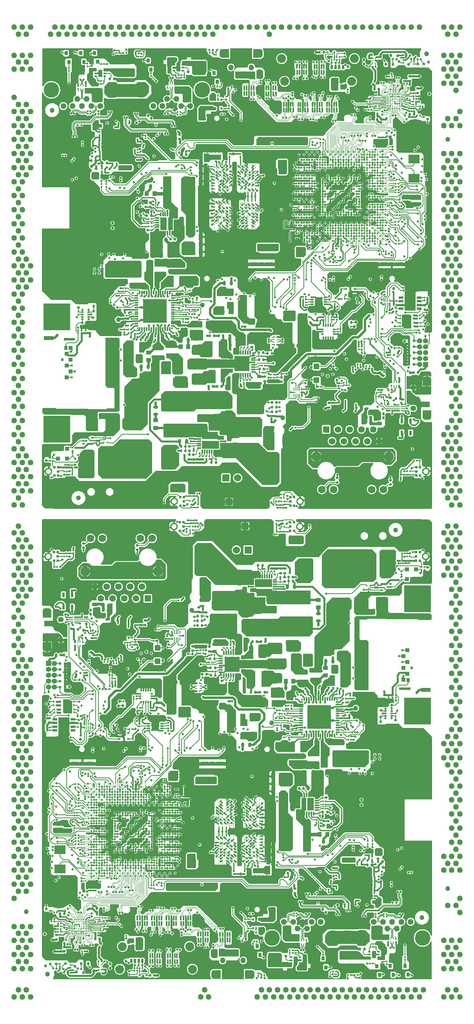
<source format=gbr>
*
%FSLAX45Y45*%
%MOMM*%
G04 A1 - i274x.macro70.d70..inc..15 *
%AMA1gbl_lev.gbr*
4,1,6,
0.312305,0.210705,
0.312305,-0.210705,
0.094095,-0.210705,
0.094095,-0.007505,
-0.312305,-0.007505,
-0.312305,0.210705,
0.312305,0.210705,
0.0000*
%
G04 A2 - i274x.macro71.d71..inc..15 *
%AMA2gbl_lev.gbr*
4,1,6,
0.312305,-0.210705,
-0.312305,-0.210705,
-0.312305,0.007505,
0.094095,0.007505,
0.094095,0.210705,
0.312305,0.210705,
0.312305,-0.210705,
0.0000*
%
G04 A3 - i274x.macro72.d72..inc..15 *
%AMA3gbl_lev.gbr*
4,1,6,
0.210705,-0.312305,
-0.210705,-0.312305,
-0.210705,-0.094095,
-0.007505,-0.094095,
-0.007505,0.312305,
0.210705,0.312305,
0.210705,-0.312305,
0.0000*
%
G04 A4 - i274x.macro74.d74..inc..15 *
%AMA4gbl_lev.gbr*
4,1,6,
-0.210705,-0.312305,
-0.210705,0.312305,
0.007505,0.312305,
0.007505,-0.094095,
0.210705,-0.094095,
0.210705,-0.312305,
-0.210705,-0.312305,
0.0000*
%
G04 A5 - i274x.macro75.d75..inc..15 *
%AMA5gbl_lev.gbr*
4,1,6,
-0.210705,0.312305,
0.210705,0.312305,
0.210705,0.094095,
0.007505,0.094095,
0.007505,-0.312305,
-0.210705,-0.312305,
-0.210705,0.312305,
0.0000*
%
G04 A6 - i274x.macro76.d76..inc..15 *
%AMA6gbl_lev.gbr*
4,1,6,
0.210705,0.312305,
0.210705,-0.312305,
-0.007505,-0.312305,
-0.007505,0.094095,
-0.210705,0.094095,
-0.210705,0.312305,
0.210705,0.312305,
0.0000*
%
G04 A7 - i274x.macro67.d67..inc..15 *
%AMA7gbl_lev.gbr*
4,1,6,
-0.312305,-0.210705,
-0.312305,0.210705,
-0.094095,0.210705,
-0.094095,0.007505,
0.312305,0.007505,
0.312305,-0.210705,
-0.312305,-0.210705,
0.0000*
%
G04 A8 - i274x.macro69.d69..inc..15 *
%AMA8gbl_lev.gbr*
4,1,6,
-0.312305,0.210705,
0.312305,0.210705,
0.312305,-0.007505,
-0.094095,-0.007505,
-0.094095,-0.210705,
-0.312305,-0.210705,
-0.312305,0.210705,
0.0000*
%
G04 A9 - rect1914.932x2090.192xr613.03x34 *
%AMA9gbl_lev.gbr*
22,1,0.688872,2.090192,-0.344435,-1.045095,0.0*
1,1,1.226058,-0.344435,-0.432065*
1,1,1.226058,-0.344435,0.432065*
20,1,1.226058,-0.344435,-0.432065,-0.344435,0.432065,0.0*
1,1,1.226058,0.344435,-0.432065*
1,1,1.226058,0.344435,0.432065*
20,1,1.226058,0.344435,-0.432065,0.344435,0.432065,0.0*
21,1,0.957452,0.957452,0.478732,0.566362,0.0*
21,1,0.957452,0.957452,-0.478732,0.566362,0.0*
%
G04 A10 - rect2090.192x1914.932xr613.03x23 *
%AMA10gbl_lev.gbr*
22,1,2.090192,0.688872,-1.045095,-0.344435,0.0*
1,1,1.226058,-0.432065,0.344435*
1,1,1.226058,0.432065,0.344435*
20,1,1.226058,-0.432065,0.344435,0.432065,0.344435,0.0*
1,1,1.226058,-0.432065,-0.344435*
1,1,1.226058,0.432065,-0.344435*
20,1,1.226058,-0.432065,-0.344435,0.432065,-0.344435,0.0*
21,1,0.957452,0.957452,0.566362,0.478732,0.0*
21,1,0.957452,0.957452,0.566362,-0.478732,0.0*
%
G04 A11 - rect2090.192x1914.932xr613.03x14 *
%AMA11gbl_lev.gbr*
22,1,2.090192,0.688872,-1.045095,-0.344435,0.0*
1,1,1.226058,-0.432065,0.344435*
1,1,1.226058,0.432065,0.344435*
20,1,1.226058,-0.432065,0.344435,0.432065,0.344435,0.0*
1,1,1.226058,-0.432065,-0.344435*
1,1,1.226058,0.432065,-0.344435*
20,1,1.226058,-0.432065,-0.344435,0.432065,-0.344435,0.0*
21,1,0.957452,0.957452,-0.566362,0.478732,0.0*
21,1,0.957452,0.957452,-0.566362,-0.478732,0.0*
%
G04 A12 - rect1914.932x2090.192xr613.03x12 *
%AMA12gbl_lev.gbr*
22,1,0.688872,2.090192,-0.344435,-1.045095,0.0*
1,1,1.226058,-0.344435,-0.432065*
1,1,1.226058,-0.344435,0.432065*
20,1,1.226058,-0.344435,-0.432065,-0.344435,0.432065,0.0*
1,1,1.226058,0.344435,-0.432065*
1,1,1.226058,0.344435,0.432065*
20,1,1.226058,0.344435,-0.432065,0.344435,0.432065,0.0*
21,1,0.957452,0.957452,-0.478732,-0.566362,0.0*
21,1,0.957452,0.957452,0.478732,-0.566362,0.0*
%
G04 A13 - i274x.macro70.d70..inc..15 180 *
%AMA13gbl_lev.gbr*
4,1,6,
-0.312305,-0.210705,
-0.312305,0.210705,
-0.094095,0.210705,
-0.094095,0.007505,
0.312305,0.007505,
0.312305,-0.210705,
-0.312305,-0.210705,
0.0000*
%
G04 A14 - i274x.macro71.d71..inc..15 180 *
%AMA14gbl_lev.gbr*
4,1,6,
-0.312305,0.210705,
0.312305,0.210705,
0.312305,-0.007505,
-0.094095,-0.007505,
-0.094095,-0.210705,
-0.312305,-0.210705,
-0.312305,0.210705,
0.0000*
%
G04 A15 - i274x.macro72.d72..inc..15 180 *
%AMA15gbl_lev.gbr*
4,1,6,
-0.210705,0.312305,
0.210705,0.312305,
0.210705,0.094095,
0.007505,0.094095,
0.007505,-0.312305,
-0.210705,-0.312305,
-0.210705,0.312305,
0.0000*
%
G04 A16 - i274x.macro74.d74..inc..15 180 *
%AMA16gbl_lev.gbr*
4,1,6,
0.210705,0.312305,
0.210705,-0.312305,
-0.007505,-0.312305,
-0.007505,0.094095,
-0.210705,0.094095,
-0.210705,0.312305,
0.210705,0.312305,
0.0000*
%
G04 A17 - i274x.macro75.d75..inc..15 180 *
%AMA17gbl_lev.gbr*
4,1,6,
0.210705,-0.312305,
-0.210705,-0.312305,
-0.210705,-0.094095,
-0.007505,-0.094095,
-0.007505,0.312305,
0.210705,0.312305,
0.210705,-0.312305,
0.0000*
%
G04 A18 - i274x.macro76.d76..inc..15 180 *
%AMA18gbl_lev.gbr*
4,1,6,
-0.210705,-0.312305,
-0.210705,0.312305,
0.007505,0.312305,
0.007505,-0.094095,
0.210705,-0.094095,
0.210705,-0.312305,
-0.210705,-0.312305,
0.0000*
%
G04 A19 - i274x.macro67.d67..inc..15 180 *
%AMA19gbl_lev.gbr*
4,1,6,
0.312305,0.210705,
0.312305,-0.210705,
0.094095,-0.210705,
0.094095,-0.007505,
-0.312305,-0.007505,
-0.312305,0.210705,
0.312305,0.210705,
0.0000*
%
G04 A20 - i274x.macro69.d69..inc..15 180 *
%AMA20gbl_lev.gbr*
4,1,6,
0.312305,-0.210705,
-0.312305,-0.210705,
-0.312305,0.007505,
0.094095,0.007505,
0.094095,0.210705,
0.312305,0.210705,
0.312305,-0.210705,
0.0000*
%
G04 A21 - rect1914.932x2090.192xr613.03x34 180 *
%AMA21gbl_lev.gbr*
22,1,0.688872,2.090192,-0.344435,-1.045095,0.0*
1,1,1.226058,0.344435,0.432065*
1,1,1.226058,0.344435,-0.432065*
20,1,1.226058,0.344435,0.432065,0.344435,-0.432065,0.0*
1,1,1.226058,-0.344435,0.432065*
1,1,1.226058,-0.344435,-0.432065*
20,1,1.226058,-0.344435,0.432065,-0.344435,-0.432065,0.0*
21,1,0.957452,0.957452,-0.478732,-0.566362,0.0*
21,1,0.957452,0.957452,0.478732,-0.566362,0.0*
%
G04 A22 - rect2090.192x1914.932xr613.03x23 180 *
%AMA22gbl_lev.gbr*
22,1,2.090192,0.688872,-1.045095,-0.344435,0.0*
1,1,1.226058,0.432065,-0.344435*
1,1,1.226058,-0.432065,-0.344435*
20,1,1.226058,0.432065,-0.344435,-0.432065,-0.344435,0.0*
1,1,1.226058,0.432065,0.344435*
1,1,1.226058,-0.432065,0.344435*
20,1,1.226058,0.432065,0.344435,-0.432065,0.344435,0.0*
21,1,0.957452,0.957452,-0.566362,-0.478732,0.0*
21,1,0.957452,0.957452,-0.566362,0.478732,0.0*
%
G04 A23 - rect2090.192x1914.932xr613.03x14 180 *
%AMA23gbl_lev.gbr*
22,1,2.090192,0.688872,-1.045095,-0.344435,0.0*
1,1,1.226058,0.432065,-0.344435*
1,1,1.226058,-0.432065,-0.344435*
20,1,1.226058,0.432065,-0.344435,-0.432065,-0.344435,0.0*
1,1,1.226058,0.432065,0.344435*
1,1,1.226058,-0.432065,0.344435*
20,1,1.226058,0.432065,0.344435,-0.432065,0.344435,0.0*
21,1,0.957452,0.957452,0.566362,-0.478732,0.0*
21,1,0.957452,0.957452,0.566362,0.478732,0.0*
%
G04 A24 - rect1914.932x2090.192xr613.03x12 180 *
%AMA24gbl_lev.gbr*
22,1,0.688872,2.090192,-0.344435,-1.045095,0.0*
1,1,1.226058,0.344435,0.432065*
1,1,1.226058,0.344435,-0.432065*
20,1,1.226058,0.344435,0.432065,0.344435,-0.432065,0.0*
1,1,1.226058,-0.344435,0.432065*
1,1,1.226058,-0.344435,-0.432065*
20,1,1.226058,-0.344435,0.432065,-0.344435,-0.432065,0.0*
21,1,0.957452,0.957452,0.478732,0.566362,0.0*
21,1,0.957452,0.957452,-0.478732,0.566362,0.0*
%
%ADD10R,1.005612X0.878613*%
%ADD11O,0.624612X1.031000*%
%ADD12O,0.944422X0.309422*%
%ADD13O,1.031000X0.624612*%
%ADD14R,0.330000X0.884732*%
%ADD15R,1.285000X1.234212*%
%ADD16R,5.095000X5.095000*%
%ADD17O,0.396000X0.370613*%
%ADD18R,5.806212X5.806212*%
%ADD19R,0.884732X0.330000*%
%ADD20O,0.370613X0.396000*%
%ADD21R,1.056412X0.523000*%
%ADD22R,0.334822X0.334822*%
%ADD23C,0.624612*%
%ADD24C,0.239000*%
%ADD25C,0.777000*%
%ADD26R,0.994942X0.715035*%
%ADD27R,0.929412X2.224812*%
%ADD28R,0.548412X0.624612*%
%ADD29R,2.377213X3.266212*%
%ADD30R,5.501412X1.412000*%
%ADD31C,0.269000*%
%ADD32C,0.284000*%
%ADD33C,0.125000*%
%ADD34C,0.319812*%
%ADD35R,1.184935X0.555000*%
%ADD36R,0.131623X0.131623*%
%ADD37R,2.224812X0.929412*%
%ADD38R,0.309930X0.879908*%
%ADD39R,0.487222X0.334822*%
%ADD40C,1.031000*%
%ADD41R,0.904000X2.555000*%
%ADD42C,0.221000*%
%ADD43C,0.396000*%
%ADD44R,1.614957X0.555000*%
%ADD45R,3.266212X3.266212*%
%ADD46R,0.879908X0.309930*%
%ADD47R,0.624612X1.031000*%
%ADD48R,0.980212X3.418613*%
%ADD49R,2.732813X0.624612*%
%ADD50C,0.122963*%
%ADD51C,0.136000*%
%ADD52R,0.765072X0.914932*%
%ADD53R,2.021613X0.878613*%
%ADD54R,1.371550X2.158950*%
%ADD55R,1.615213X1.818412*%
%ADD56R,0.334822X0.842822*%
%ADD57R,0.233222X0.385622*%
%ADD58C,0.370613*%
%ADD59R,1.412000X2.732813*%
%ADD60C,0.136932*%
%ADD61C,0.091213*%
%ADD62A1gbl_lev.gbr*%
%ADD63R,1.914932X0.515137*%
%ADD64R,0.914932X0.815112*%
%ADD65R,0.726212X0.904000*%
%ADD66R,0.842822X0.334822*%
%ADD67R,1.589813X6.517412*%
%ADD68R,0.980212X2.732813*%
%ADD69C,0.309422*%
%ADD70C,0.108483*%
%ADD71C,0.116612*%
%ADD72R,1.914932X0.614960*%
%ADD73R,0.624612X0.523000*%
%ADD74O,0.309422X0.944422*%
%ADD75R,0.538000X0.334822*%
%ADD76A2gbl_lev.gbr*%
%ADD77R,3.356127X1.640103*%
%ADD78R,0.715822X0.258622*%
%ADD79R,0.690422X0.258622*%
%ADD80C,1.285000*%
%ADD81C,0.166000*%
%ADD82C,0.142000*%
%ADD83A3gbl_lev.gbr*%
%ADD84R,0.925092X1.545107*%
%ADD85C,0.218213*%
%ADD86C,0.233222*%
%ADD87C,3.342413*%
%ADD88R,0.690422X0.360222*%
%ADD89R,0.523000X0.624612*%
%ADD90R,0.334822X0.538000*%
%ADD91R,3.715030X1.691920*%
%ADD92R,0.853212X0.853212*%
%ADD93R,0.258622X0.715822*%
%ADD94C,0.167412*%
%ADD95R,0.925092X1.344955*%
%ADD96R,0.465100X1.085112*%
%ADD97R,0.360222X0.715822*%
%ADD98R,0.827812X1.132613*%
%ADD99R,0.523000X0.421412*%
%ADD100R,0.523000X0.827812*%
%ADD101R,0.233222X0.529895*%
%ADD102C,0.472212*%
%ADD103C,0.523000*%
%ADD104C,0.192812*%
%ADD105A4gbl_lev.gbr*%
%ADD106R,0.564922X1.344955*%
%ADD107R,0.330000X1.100125*%
%ADD108R,0.827812X1.513613*%
%ADD109O,0.904000X1.437412*%
%ADD110R,0.741223X0.334822*%
%ADD111R,0.421412X0.523000*%
%ADD112R,0.330000X1.180135*%
%ADD113O,1.437412X0.904000*%
%ADD114R,0.827812X1.589813*%
%ADD115R,1.132613X0.827812*%
%ADD116A5gbl_lev.gbr*%
%ADD117R,1.630197X1.630197*%
%ADD118A6gbl_lev.gbr*%
%ADD119R,1.513613X0.827812*%
%ADD120R,0.573812X0.370613*%
%ADD121A7gbl_lev.gbr*%
%ADD122R,2.809000X1.412000*%
%ADD123C,5.715025*%
%ADD124R,1.208812X1.818412*%
%ADD125R,0.529895X0.233222*%
%ADD126R,2.428000X1.920000*%
%ADD127R,1.818412X1.208812*%
%ADD128A8gbl_lev.gbr*%
%ADD129R,0.258622X0.690422*%
%ADD130R,0.360222X0.690422*%
%ADD131O,0.624612X0.523000*%
%ADD132R,1.208812X0.853212*%
%ADD133O,0.523000X0.624612*%
%ADD134R,0.878613X1.005612*%
%ADD135R,1.574800X0.812800*%
%ADD136R,0.370613X0.573812*%
%ADD137C,1.914932*%
%ADD138R,0.421412X0.370613*%
%ADD139A9gbl_lev.gbr*%
%ADD140A10gbl_lev.gbr*%
%ADD141A11gbl_lev.gbr*%
%ADD142A12gbl_lev.gbr*%
%ADD143C,2.123212*%
%ADD144O,1.132103X1.281962*%
%ADD145C,1.285038*%
%ADD146R,1.285038X1.285038*%
%ADD147R,1.412037X1.412037*%
%ADD148C,1.412037*%
%ADD149C,1.539038*%
%ADD150C,1.625040*%
%ADD151O,1.281962X1.132103*%
%ADD152R,1.539038X1.539038*%
%ADD153C,0.650000*%
%ADD154C,0.140000*%
%ADD155R,0.995197X3.433597*%
%ADD156C,0.200000*%
%ADD157A13gbl_lev.gbr*%
%ADD158A14gbl_lev.gbr*%
%ADD159A15gbl_lev.gbr*%
%ADD160A16gbl_lev.gbr*%
%ADD161A17gbl_lev.gbr*%
%ADD162A18gbl_lev.gbr*%
%ADD163A19gbl_lev.gbr*%
%ADD164A20gbl_lev.gbr*%
%ADD165A21gbl_lev.gbr*%
%ADD166A22gbl_lev.gbr*%
%ADD167A23gbl_lev.gbr*%
%ADD168A24gbl_lev.gbr*%
%ADD169C,1.030000*%
%ADD170C,1.250000*%
%IPPOS*%
%LNgbl_lev.gbr*%
%LPD*%
%SRX1Y1I0J0*%
G01*
G75*
G36*
X001427261Y006677646D02*
X001446655Y006658252D01*
G03X001469188Y006648922I000022530J000022534D01*
G01X001474014D01*
G02X001483542Y006637837I-000000001J-000009639D01*
G03X001483095Y006631662I000042009J-000006144D01*
G01Y006629121D01*
G03X001487718Y006609818I000042458J-000000037D01*
G01Y006570082D01*
G03X001482638Y006549974I000037398J-000020144D01*
G01Y006547436D01*
G03X001487718Y006527328I000042478J000000036D01*
G01Y006472134D01*
G03X001485635Y006458943I000040370J-000013134D01*
G01Y006456400D01*
G03X001487718Y006443209I000042452J-000000057D01*
G01Y006416254D01*
G03X001485635Y006403063I000040370J-000013134D01*
G01Y006400520D01*
G03X001486731Y006390872I000042454J-000000067D01*
G01X001487045Y006389513D01*
G02X001485376Y006386033I-000006913J000001175D01*
G01X001473794Y006374451D01*
G02X001469557Y006372695I-000004656J000005244D01*
G01X001318809D01*
G02X001313498Y006375653I000000419J000007000D01*
G01Y006375674D01*
X001292394Y006396779D01*
G02X001290638Y006401016I000005244J000004656D01*
G01Y006665914D01*
G02X001292393Y006670151I000007000J-000000419D01*
G01X001299890Y006677648D01*
G02X001304125Y006679402I000004653J-000005246D01*
G01X001423025D01*
G02X001427261Y006677646I-000000418J-000007000D01*
G37*
G36*
X001403959Y004059472D02*
G01X001403847Y004057265D01*
Y004021100D01*
G03X001414794Y003994665I000037400J000000003D01*
G01X001479106Y003930353D01*
G02X001479109Y003921045I-000005244J-000004656D01*
G01X001477150Y003919086D01*
G02X001470836Y003917519I-000004654J000005246D01*
G03X001458189Y003919462I-000012700J-000040538D01*
G01X001455650D01*
G03X001436656Y003914969I000000020J-000042482D01*
G01X001435553Y003914432D01*
X001422406D01*
X001421304Y003914969D01*
G03X001402309Y003919462I-000019014J-000037990D01*
G01X001399770D01*
G03X001380776Y003914969I000000020J-000042482D01*
G01X001379673Y003914432D01*
X001366526D01*
X001365424Y003914969D01*
G03X001346429Y003919462I-000019014J-000037990D01*
G01X001343890D01*
G03X001327479Y003916154I000000022J-000042482D01*
G02X001320534Y003917538I-000002289J000006629D01*
G01X001288537Y003949535D01*
X001092899D01*
G02X001088662Y003951291I000000418J000007000D01*
G01X001068467Y003971485D01*
G02X001066712Y003975722I000005244J000004656D01*
G01Y003993021D01*
G02X001068467Y003997259I000007000J-000000418D01*
G01X001114875Y004043666D01*
G02X001119111Y004045422I000004656J-000005244D01*
G01X001137157D01*
G03X001156768Y004039884I000019586J000031871D01*
G03X001183281Y004050897I-000000001J000037425D01*
G02X001187498Y004052635I000004636J-000005262D01*
G01X001235197D01*
X001258842Y004076279D01*
G02X001263079Y004078035I000004656J-000005245D01*
G01X001385738D01*
G02X001389973Y004076281I-000000418J-000007000D01*
G01X001402194Y004064060D01*
G02X001403959Y004059472I-000005247J-000004653D01*
G37*
G36*
X006049813Y006071660D02*
G02X006048058Y006075896I000005245J000004655D01*
G01Y006133430D01*
G02X006050828Y006135842I000005830J-000003898D01*
G01X006117518D01*
G02X006121166Y006134553I-000000421J-000007000D01*
G03X006141315Y006127358I000020177J000024693D01*
G01X006172049D01*
G02X006181687Y006117309I000000004J-000009644D01*
G03X006181638Y006115628I000042432J-000002078D01*
G01Y006113096D01*
G03X006184178Y006098637I000042488J000000011D01*
G01Y006043733D01*
G03X006181638Y006029274I000039948J-000014470D01*
G01X006181688Y006025038D01*
G02X006172049Y006015012I-000009636J-000000382D01*
G01X006132281D01*
G02X006128051Y006016762I000000419J000007000D01*
G01X006115777Y006029015D01*
G02X006114078Y006032662I000005241J000004660D01*
G03X006057335Y006069244I-000042349J-000003391D01*
G02X006050736Y006070736I-000001944J000006738D01*
G01X006049813Y006071660D01*
G37*
G36*
X003118398Y003043597D02*
G03X003118090Y003039340I000029222J-000004257D01*
G03X003118398Y003035082I000029531J-000000000D01*
G01Y003015876D01*
X003130659Y003003615D01*
X003196317D01*
G03X003210855Y003003349I000007868J000032676D01*
G02X003216449Y003001644I000000939J-000006949D01*
G01X003218242Y002999851D01*
G02X003219998Y002995614I-000005244J-000004656D01*
G01Y002966936D01*
G02X003218242Y002962699I-000007000J000000418D01*
G01X003213694Y002958151D01*
G02X003209457Y002956395I-000004656J000005244D01*
G01X003157820D01*
G03X003147620Y002958072I-000010205J-000030220D01*
G03X003137420Y002956395I000000005J-000031897D01*
G01X003101583D01*
G02X003095436Y002960932I000000418J000007000D01*
G03X003088060Y002973251I-000028136J-000008476D01*
G01X003067854Y002993458D01*
G02X003066098Y002997695I000005244J000004656D01*
G01Y003107374D01*
G02X003067854Y003111611I000007000J-000000419D01*
G01X003074937Y003118694D01*
G02X003079186Y003120449I000004653J-000005246D01*
G01X003081805Y003120443D01*
G03X003102174Y003120439I000010190J000032029D01*
G01X003107852Y003120450D01*
G02X003112100Y003118694I-000000407J-000007001D01*
G01X003114784Y003116010D01*
G02X003116235Y003109280I-000005247J-000004653D01*
G03X003114009Y003097252I000031385J-000012028D01*
G03X003118398Y003080646I000033611J000000000D01*
G01Y003043597D01*
G37*
G36*
X004127034Y007786159D02*
G02X004125278Y007790396I000005244J000004656D01*
G01Y007810177D01*
X004125610Y007811082D01*
G03X004125278Y007836580I-000032603J000012326D01*
G01Y007845843D01*
G02X004131859Y007852424I000007000J-000000418D01*
G01X004385528D01*
G02X004389765Y007850668I-000000418J-000007000D01*
G01X004401752Y007838681D01*
G02X004403059Y007831525I-000005244J-000004655D01*
G03X004401558Y007793523I000045552J-000020830D01*
G02X004400075Y007786891I-000006728J-000001978D01*
G01X004387173Y007773989D01*
G02X004382938Y007772235I-000004653J000005246D01*
G01X004340428D01*
G03X004296909Y007772235I-000021760J-000036489D01*
G01X004284484D01*
X004283296Y007772888D01*
G03X004240964Y007772235I-000020598J-000037138D01*
G01X004143439D01*
G02X004139202Y007773991I000000418J000007000D01*
G01X004127034Y007786159D01*
G37*
G36*
X004860340Y007840756D02*
X004850481Y007830898D01*
G02X004846973Y007829224I-000004655J000005244D01*
G01X004845642Y007829532D01*
G03X004835958Y007830655I-000009704J-000041358D01*
G01X004833419D01*
G03X004818960Y007828115I000000011J-000042488D01*
G01X004779296D01*
G03X004764837Y007830655I-000014470J-000039948D01*
G01X004762299D01*
G03X004747840Y007828115I000000011J-000042488D01*
G01X004612947D01*
G02X004607929Y007830686I000000418J000007000D01*
G01Y007830706D01*
X004577728D01*
G02X004573491Y007832461I000000418J000007000D01*
G01X004539298Y007866655D01*
Y007956234D01*
G02X004541054Y007960471I000007000J-000000418D01*
G01X004550684Y007970101D01*
G02X004554919Y007971855I000004653J-000005246D01*
G01X004804577D01*
G02X004808814Y007970099I-000000418J-000007000D01*
G01X004861622Y007917291D01*
G02X004863378Y007913054I-000005244J-000004656D01*
G01Y007854630D01*
G03X004862086Y007844856I000041158J-000010414D01*
G02X004860340Y007840756I-000006990J000000556D01*
G37*
G36*
X002107884Y008558279D02*
G01Y008558181D01*
X002127410Y008538631D01*
X002196129D01*
X002201342Y008543862D01*
G02X002210663Y008543871I000004665J-000005235D01*
G01X002212809Y008541725D01*
G02X002214565Y008537488I-000005244J-000004656D01*
G01Y008449102D01*
X002187153Y008421691D01*
G02X002182916Y008419935I-000004656J000005244D01*
G01X002012379D01*
G02X002008142Y008421691I000000418J000007000D01*
G01X001942634Y008487199D01*
G02X001940878Y008491436I000005244J000004656D01*
G01Y008642034D01*
G02X001942633Y008646271I000007000J-000000418D01*
G01X001957699Y008661337D01*
G02X001961934Y008663091I000004653J-000005246D01*
G01X002028489D01*
X002031432Y008666050D01*
G02X002035680Y008667815I000004666J-000005235D01*
G01X002084237D01*
G02X002088474Y008666059I-000000418J-000007000D01*
G01X002100642Y008653891D01*
G02X002102398Y008649654I-000005244J-000004656D01*
G01Y008565776D01*
X002106181Y008561993D01*
G02X002107884Y008558279I-000005246J-000004654D01*
G37*
G36*
X005431874Y008881200D02*
G01X005431899Y008881175D01*
X005456868D01*
G03X005475530Y008872641I000018664J000016140D01*
G01X005659948D01*
Y008794370D01*
G03X005662825Y008782796I000024677J-000000009D01*
G01X005663427Y008781622D01*
Y008745737D01*
X005664241Y008744931D01*
G02X005666018Y008740670I-000005223J-000004679D01*
G01Y008715636D01*
X005685899Y008695755D01*
X005901857D01*
G02X005906094Y008693999I-000000418J-000007000D01*
G01X005910642Y008689451D01*
G02X005912398Y008685214I-000005244J-000004656D01*
G01Y008549856D01*
G02X005910642Y008545619I-000007000J000000418D01*
G01X005895934Y008530911D01*
G02X005891697Y008529155I-000004656J000005244D01*
G01X005566519D01*
X005553032Y008515669D01*
G02X005548798Y008513915I-000004653J000005246D01*
G01X005429359D01*
X005375234Y008459791D01*
G02X005370997Y008458035I-000004656J000005244D01*
G01X005309979D01*
X005294904Y008442960D01*
G02X005289022Y008441302I-000004653J000005246D01*
G03X005277917Y008442795I-000011162J-000040987D01*
G01X005275378D01*
G03X005261022Y008440306I-000000031J-000042461D01*
G01X005174980D01*
X005174174Y008439492D01*
G02X005169913Y008437715I-000004679J000005223D01*
G01X005164519D01*
G02X005160282Y008439471I000000418J000007000D01*
G01X005082074Y008517679D01*
G02X005080318Y008521916I000005244J000004656D01*
G01Y008572774D01*
X005065517Y008587575D01*
X004559999D01*
G02X004555762Y008589331I000000418J000007000D01*
G01X004508034Y008637059D01*
G02X004506278Y008641296I000005244J000004656D01*
G01Y008804182D01*
G02X004508039Y008808426I000007000J-000000418D01*
G01X004513949Y008814316D01*
X004513981Y008843719D01*
G03X004514305Y008849079I-000042132J000005235D01*
G01X004513949Y008857362D01*
X004513981Y008902139D01*
G03X004514305Y008907499I-000042132J000005235D01*
G01X004513949Y008915782D01*
Y008997685D01*
G02X004515705Y009001922I000007000J-000000418D01*
G01X004525282Y009011499D01*
G02X004529519Y009013255I000004656J-000005244D01*
G01X004991857D01*
X005015502Y009036899D01*
G02X005019739Y009038655I000004656J-000005245D01*
G01X005141717D01*
X005171758Y009068696D01*
Y009094154D01*
G02X005173513Y009098391I000007000J-000000419D01*
G01X005180604Y009105481D01*
G02X005184839Y009107235I000004653J-000005246D01*
G01X005246538D01*
G02X005250772Y009105482I-000000418J-000007000D01*
G01X005264938Y009091315D01*
G03X005267238Y009086512I000037089J000014807D01*
G01Y008992496D01*
X005287119Y008972615D01*
X005307889D01*
G02X005312907Y008970044I-000000418J-000007000D01*
G01Y008970024D01*
X005323674D01*
X005324835Y008969399D01*
G03X005336643Y008966392I000011812J000021692D01*
G01X005375012D01*
G03X005379389Y008966164I000004266J000039686D01*
G01X005423653D01*
Y008966147D01*
G02X005424718Y008962830I-000005934J-000003736D01*
G01Y008895660D01*
G02X005423653Y008892345I-000007000J000000421D01*
G01Y008892329D01*
X005422122D01*
Y008881200D01*
X005431874D01*
G37*
G36*
X005191294Y007715039D02*
G02X005189538Y007719276I000005244J000004656D01*
G01Y007994334D01*
G02X005191294Y007998571I000007000J-000000418D01*
G01X005203464Y008010741D01*
G02X005207699Y008012495I000004653J-000005246D01*
G01X005233425D01*
G02X005237668Y008010734I-000000418J-000007000D01*
G01X005243559Y008004824D01*
X005282148D01*
G02X005286385Y008003068I-000000418J-000007000D01*
G01X005311202Y007978251D01*
G02X005312958Y007974014I-000005244J-000004656D01*
G01Y007908042D01*
X005311529Y007903325D01*
X005279938Y007871734D01*
Y007747216D01*
G02X005278182Y007742979I-000007000J000000418D01*
G01X005243154Y007707951D01*
G02X005238917Y007706195I-000004656J000005244D01*
G01X005202619D01*
G02X005198382Y007707951I000000418J000007000D01*
G01X005191294Y007715039D01*
G37*
G36*
X007235738Y007397434D02*
Y007247808D01*
G02X007234507Y007245664I-000006602J000002363D01*
G01X007221814Y007232971D01*
G02X007217577Y007231215I-000004656J000005244D01*
G01X007110159D01*
G02X007105922Y007232971I000000418J000007000D01*
G01X007086134Y007252759D01*
G02X007084378Y007256996I000005244J000004656D01*
G01Y007399974D01*
G02X007086134Y007404211I000007000J-000000418D01*
G01X007103384Y007421461D01*
G02X007107619Y007423215I000004653J-000005246D01*
G01X007209957D01*
G02X007214194Y007421459I-000000418J-000007000D01*
G01X007233982Y007401671D01*
G02X007235738Y007397434I-000005244J-000004656D01*
G37*
G36*
X006438178Y006889434D02*
G01Y006860763D01*
G03X006437721Y006855205I000034404J-000005628D01*
G01Y006845049D01*
G03X006438178Y006839490I000034861J000000070D01*
G01Y006822656D01*
G02X006436422Y006818419I-000007000J000000418D01*
G01X006433713Y006815710D01*
G02X006428401Y006813972I-000004655J000005245D01*
G03X006421831Y006814503I-000006692J-000041951D01*
G03X006401969Y006809575I-000000001J-000042488D01*
G01X006393879D01*
G02X006389642Y006811331I000000418J000007000D01*
G01X006376484Y006824488D01*
G02X006374909Y006827521I000005248J000004652D01*
G03X006344260Y006858169I-000036896J-000006248D01*
G02X006341229Y006859743I000001620J000006823D01*
G01X006340597Y006860375D01*
X006318359D01*
X006298478Y006840494D01*
Y006797936D01*
X006299256Y006797157D01*
G02X006300895Y006793846I-000005244J-000004656D01*
G03X006311568Y006772146I000037104J000004774D01*
G01X006324662Y006759077D01*
G03X006334618Y006740721I000041166J000010451D01*
G02X006334415Y006731652I-000005448J-000004415D01*
G01X006328761Y006725998D01*
G02X006325253Y006724324I-000004655J000005244D01*
G01X006323922Y006724632D01*
G03X006314238Y006725755I-000009704J-000041358D01*
G01X006311698D01*
G03X006291529Y006720675I-000000021J-000042493D01*
G01X006277719D01*
X006265458Y006708414D01*
Y006670256D01*
G02X006263702Y006666019I-000007000J000000418D01*
G01X006261745Y006664062D01*
G02X006257508Y006662306I-000004656J000005244D01*
G01X006132637D01*
G02X006128405Y006664056I000000418J000007000D01*
G01X006115855Y006676586D01*
G02X006114098Y006680825I000005243J000004657D01*
G01Y006825934D01*
G02X006115854Y006830171I000007000J-000000418D01*
G01X006138182Y006852499D01*
G02X006142419Y006854255I000004656J-000005244D01*
G01X006185657D01*
X006209251Y006877848D01*
G02X006213488Y006879604I000004656J-000005245D01*
G01X006218289D01*
Y006884405D01*
G02X006220043Y006888641I000007000J-000000418D01*
G01X006223318Y006891916D01*
Y006958014D01*
G02X006225073Y006962251I000007000J-000000418D01*
G01X006242324Y006979501D01*
G02X006246559Y006981255I000004653J-000005246D01*
G01X006315877D01*
G02X006320114Y006979499I-000000418J-000007000D01*
G01X006389479Y006910135D01*
X006394304D01*
X006394330Y006910084D01*
X006417528D01*
G02X006421765Y006908328I-000000418J-000007000D01*
G01X006436422Y006893671D01*
G02X006438178Y006889434I-000005244J-000004656D01*
G37*
G36*
X006116636Y009479115D02*
G01X005771974D01*
G02X005762359Y009490084I-000000029J000009673D01*
G01Y009520008D01*
G02X005768940Y009526589I000007000J-000000418D01*
G01X006102870D01*
G02X006107109Y009524832I-000000418J-000007000D01*
G01X006121468Y009510452D01*
G02X006123218Y009506222I-000005250J-000004649D01*
G01Y009485697D01*
G02X006116636Y009479115I-000007000J000000418D01*
G37*
G36*
X001315000Y007032661D02*
G01X001382412D01*
Y007106962D01*
X001315000D01*
G02X001308418Y007113543I000000418J000007000D01*
G01Y007153080D01*
G02X001315000Y007159662I000007000J-000000418D01*
G01X001382412D01*
Y007233961D01*
X001314790D01*
G02X001308418Y007239219I000000420J000007000D01*
G01Y007286662D01*
X001382412D01*
Y007360961D01*
X001315000D01*
G02X001308418Y007367543I000000418J000007000D01*
G01Y007407080D01*
G02X001315000Y007413661I000007000J-000000418D01*
G01X001382412D01*
Y007480114D01*
G02X001387780Y007486515I000007000J-000000418D01*
G02X001389737Y007486715I000001953J-000009445D01*
G01X001439077D01*
G02X001443314Y007484959I-000000418J-000007000D01*
G01X001465642Y007462631D01*
G02X001467398Y007458394I-000005244J-000004656D01*
G01Y007219328D01*
G02X001465895Y007215393I-000007000J000000419D01*
G03X001457645Y007193992I000023638J-000021404D01*
G01Y007120231D01*
G03X001466975Y007097698I000031865J-000000003D01*
G01X001492462Y007072211D01*
G03X001495614Y007069440I000022567J000022495D01*
G01X001510139Y007054915D01*
X001531929D01*
G03X001546658Y007052274I000014746J000039841D01*
G01X001549198D01*
G03X001563927Y007054915I-000000017J000042482D01*
G01X001620658D01*
G03X001628142Y007053747I000007508J000023533D01*
G01X001663741D01*
G02X001667975Y007051993I-000000418J-000007000D01*
G01X001732344Y006987649D01*
G02X001734098Y006983414I-000005246J-000004654D01*
G01Y006944888D01*
G03X001733438Y006939254I000024041J-000005674D01*
G01Y006888457D01*
G03X001734098Y006882823I000024702J000000040D01*
G01Y006861162D01*
G02X001732344Y006856927I-000007000J000000418D01*
G01X001650806Y006775364D01*
G02X001646570Y006773608I-000004655J000005245D01*
G01X001528052D01*
G02X001523815Y006775364I000000418J000007000D01*
G01X001486641Y006812538D01*
G03X001464108Y006821868I-000022530J-000022534D01*
G01X001344765D01*
G02X001340528Y006823624I000000418J000007000D01*
G01X001310174Y006853979D01*
G02X001308418Y006858216I000005244J000004656D01*
G01Y006899080D01*
G02X001315000Y006905661I000007000J-000000418D01*
G01X001382412D01*
Y006913626D01*
G02X001394423Y006918113I000007000J-000000418D01*
G03X001394266Y006976669I000034123J000029370D01*
G02X001382412Y006979907I-000005036J000004880D01*
G01Y006979962D01*
X001315000D01*
G02X001308418Y006986543I000000418J000007000D01*
G01Y007026080D01*
G02X001315000Y007032661I000007000J-000000418D01*
G37*
G36*
X005235488Y007118898D02*
G01Y007114166D01*
X005235535Y007114119D01*
G02X005236707Y007110638I-000005828J-000003901D01*
G01Y006922166D01*
X005236758Y006922141D01*
Y006820116D01*
G02X005235002Y006815879I-000007000J000000418D01*
G01X005225374Y006806251D01*
G02X005221137Y006804495I-000004656J000005244D01*
G01X005189919D01*
G02X005185682Y006806251I000000418J000007000D01*
G01X005176054Y006815879D01*
G02X005174298Y006820116I000005244J000004656D01*
G01Y007143434D01*
G02X005176054Y007147671I000007000J-000000419D01*
G01X005183144Y007154761D01*
G02X005187379Y007156515I000004653J-000005246D01*
G01X005197871D01*
G02X005202108Y007154759I-000000418J-000007000D01*
G01X005233732Y007123135D01*
G02X005235488Y007118898I-000005244J-000004656D01*
G37*
G36*
X006487709Y007659227D02*
G01X006487917Y007659435D01*
X006671418D01*
X006687098Y007643755D01*
Y007406914D01*
X006661259Y007381075D01*
X006487917D01*
X006477318Y007391674D01*
Y007648836D01*
X006487709Y007659227D01*
G37*
G36*
X005121161Y007342975D02*
X005109319D01*
X005099598Y007333254D01*
Y007287535D01*
X005094078Y007282015D01*
X004791198D01*
X004785678Y007287535D01*
Y007577715D01*
X004798609Y007590647D01*
X004798818Y007590855D01*
X005078839D01*
X005097058Y007572636D01*
Y007537076D01*
X005106779Y007527355D01*
X005108459D01*
G02X005108775Y007527329I-000000418J-000007000D01*
G02X005114787Y007522270I-000000733J-000006974D01*
G01Y007522224D01*
X005130960D01*
X005131867Y007521891D01*
G03X005140757Y007520243I000008867J000023027D01*
G01X005222039D01*
G03X005230929Y007521891I000000024J000024675D01*
G01X005231836Y007522224D01*
X005403717D01*
X005407067Y007525591D01*
G02X005411314Y007527355I000004665J-000005236D01*
G01X005690103D01*
X005722384Y007559635D01*
G02X005726621Y007561391I000004656J-000005244D01*
G01X006090579D01*
G02X006094816Y007559635I-000000418J-000007000D01*
G01X006118922Y007535529D01*
G02X006120678Y007531292I-000005244J-000004656D01*
G01Y007371296D01*
G02X006118922Y007367059I-000007000J000000418D01*
G01X006077544Y007325681D01*
G02X006073307Y007323925I-000004656J000005244D01*
G01X006031988D01*
X006031733Y007324179D01*
X005715445D01*
G02X005711208Y007325935I000000418J000007000D01*
G01X005694167Y007342975D01*
X005241635D01*
G02X005237922Y007344310I000000420J000007000D01*
G03X005222039Y007350087I-000015865J-000018897D01*
G01X005140758D01*
G03X005124874Y007344310I-000000019J-000024673D01*
G02X005121161Y007342975I-000004134J000005665D01*
G37*
G36*
X002833678Y004752425D02*
G02X002834590Y004760385I000006175J000003324D01*
G01X002834755Y004760551D01*
G03X002843569Y004781805I-000021274J000021276D01*
G01Y004856405D01*
G02X002854835Y004865907I000009640J000000000D01*
G03X002898384Y004905898I000006252J000036899D01*
G02X002907227Y004916309I000009611J000000798D01*
G03X002924011Y004921813I-000002930J000037279D01*
G02X002938718Y004913606I000005065J-000008206D01*
G01Y004891214D01*
G02X002936963Y004886977I-000007000J000000418D01*
G01X002934680Y004884694D01*
Y004884339D01*
X002894751Y004844384D01*
G03X002885937Y004823130I000021274J-000021276D01*
G01Y004781729D01*
G03X002894751Y004760475I000030087J000000021D01*
G01X002894894Y004760331D01*
G02X002895811Y004752385I-000005263J-000004634D01*
G03X002891296Y004734593I000025520J-000015945D01*
G02X002881683Y004724388I-000009618J-000000571D01*
G01X002847849D01*
G02X002838236Y004734604I000000005J000009635D01*
G03X002838286Y004736443I-000030036J000001733D01*
G03X002833678Y004752425I-000030089J-000000018D01*
G37*
G36*
X004319891Y001716875D02*
G01X004283481D01*
G02X004278249Y001719722I000000418J000007000D01*
G03X004274240Y001724715I-000024785J-000015794D01*
G01X004249974Y001748981D01*
G03X004229203Y001757566I-000020752J-000020787D01*
G01X004131537D01*
G03X004126975Y001757228I-000000118J-000029374D01*
G02X004121722Y001758971I-000000598J000006987D01*
G01X004083727Y001796966D01*
G02X004081971Y001801203I000005244J000004656D01*
G01Y001895475D01*
G03X004081072Y001902042I-000024678J-000000032D01*
G02X004081073Y001904862I000006869J000001409D01*
G03X004081971Y001911428I-000023780J000006599D01*
G01Y002017587D01*
G02X004083727Y002021824I000007000J-000000418D01*
G01X004113802Y002051899D01*
G02X004118039Y002053655I000004656J-000005244D01*
G01X004158800D01*
G02X004163018Y002051917I-000000419J-000007000D01*
G03X004216041Y002051917I000026512J000026414D01*
G02X004220258Y002053655I000004635J-000005262D01*
G01X004234119D01*
G02X004238356Y002051899I-000000418J-000007000D01*
G01X004348542Y001941713D01*
G02X004350298Y001937476I-000005244J-000004656D01*
G01Y001888116D01*
X004519297Y001719117D01*
G02X004521064Y001714564I-000005244J-000004656D01*
G01X004520986Y001712821D01*
G03X004555399Y001675548I000037398J000000006D01*
G02X004564240Y001666707I-000000771J-000009612D01*
G03X004621245Y001637927I000037271J000002977D01*
G02X004635947Y001629714I000005069J-000008190D01*
G01Y001555828D01*
G03X004647959Y001534657I000024702J000000023D01*
G02X004650958Y001529318I-000004002J-000005759D01*
G01Y001484516D01*
G02X004649202Y001480279I-000007000J000000418D01*
G01X004603093Y001434170D01*
G02X004599158Y001432439I-000004655J000005244D01*
G03X004579475Y001423861I000001088J-000029367D01*
G01X004573636Y001418022D01*
G02X004564559Y001417823I-000004656J000005244D01*
G03X004510673Y001366143I-000025405J-000027444D01*
G02X004510667Y001353633I-000007353J-000006252D01*
G03X004503246Y001318978I000028478J-000024221D01*
G02X004501643Y001312807I-000006847J-000001516D01*
G01X004459467Y001270655D01*
Y001264986D01*
G02X004452886Y001258405I-000007000J000000418D01*
G01X004276848D01*
X004262438Y001272815D01*
Y001330656D01*
G02X004272410Y001340296I000009642J000000003D01*
G03X004299201Y001405012I000001357J000037342D01*
G02X004299449Y001419334I000006582J000007049D01*
G03X004303420Y001423735I-000016211J000018622D01*
G01X004332989D01*
G03X004345095Y001414600I000020208J000014192D01*
G01X004348571Y001413412D01*
Y001370509D01*
G02X004344856Y001364733I-000007000J000000418D01*
G03X004384419Y001302144I000015326J-000034111D01*
G02X004396930Y001302138I000006252J-000007353D01*
G03X004436486Y001364732I000024231J000028483D01*
G02X004432771Y001370508I000003284J000006196D01*
G01Y001407357D01*
G02X004437958Y001413713I000007000J-000000418D01*
G03X004457891Y001437921I-000004751J000024223D01*
G01Y001544955D01*
G03X004456992Y001551522I-000024678J-000000032D01*
G02X004456993Y001554342I000006869J000001409D01*
G03X004457891Y001560908I-000023780J000006599D01*
G01Y001667942D01*
G03X004451813Y001684162I-000024698J-000000007D01*
G02X004450398Y001687983I000005585J000004240D01*
G01Y001689525D01*
G02X004451829Y001693367I000007000J-000000418D01*
G03X004399411Y001746517I-000028169J000024642D01*
G02X004386901Y001746524I-000006252J000007353D01*
G03X004325553Y001722491I-000024225J-000028481D01*
G02X004319891Y001716875I-000006893J000001288D01*
G37*
G36*
X002880168Y002043138D02*
G01X002875027D01*
G03X002850326Y002018462I000000000J-000024701D01*
G01Y001978495D01*
X002829878D01*
Y002200823D01*
X002876783D01*
G03X002880126Y002200997I000000139J000029374D01*
G02X002887154Y002195971I000000300J-000007006D01*
G03X002901824Y002173795I000036486J000008196D01*
G02X002902990Y002159157I-000005664J-000007817D01*
G01X002895335Y002151527D01*
G03X002886750Y002130757I000020787J-000020752D01*
G01Y002049720D01*
G02X002880168Y002043138I-000007000J000000418D01*
G37*
G36*
X002167438Y004430558D02*
G02X002166929Y004419806I-000004745J-000005163D01*
G03X002151807Y004391737I000018489J-000028068D01*
G03X002154222Y004379227I000033611J000000000D01*
G02X002144874Y004370566I-000006664J-000002182D01*
G03X002103806Y004361497I-000014880J-000030137D01*
G02X002093953Y004361029I-000005163J000004745D01*
G03X002058993Y004366536I-000021159J-000020600D01*
G02X002051479Y004367694I-000002860J000006403D01*
G01X002043485Y004375687D01*
G02X002042327Y004383204I000005244J000004656D01*
G03X002038759Y004416109I-000026099J000013816D01*
G02X002037398Y004419859I000005639J000004169D01*
G01Y004425150D01*
G02X002039200Y004429438I000007000J-000000418D01*
G03X002041926Y004432414I-000023378J000024148D01*
G02X002051733Y004432886I000005144J-000004766D01*
G03X002101470Y004446537I000021061J000020700D01*
G02X002107734Y004451415I000006684J-000002122D01*
G01X002150985D01*
G02X002157249Y004446537I-000000420J-000007000D01*
G03X002167438Y004430558I000028677J000007049D01*
G37*
G36*
X003358739Y003240266D02*
G03X003393266Y003243301I000015170J000025336D01*
G02X003397082Y003244712I000004234J-000005590D01*
G01X003398837D01*
G02X003405418Y003238130I-000000418J-000007000D01*
G01Y003224665D01*
G03X003400944Y003209037I000025057J-000015627D01*
G03X003405418Y003193409I000029531J-000000000D01*
G01Y003174296D01*
G03X003400979Y003157602I000029171J-000016695D01*
G03X003405418Y003140908I000033611J000000000D01*
G01Y003111533D01*
G03X003400944Y003095905I000025057J-000015627D01*
G03X003405418Y003080278I000029531J-000000000D01*
G01Y003066007D01*
G02X003394001Y003060981I-000007000J000000421D01*
G03X003358737Y003064675I-000020092J-000021642D01*
G02X003357164Y003064094I-000003197J000006241D01*
G02X003350365Y003066183I-000001624J000006822D01*
G02X003348038Y003072461I000007309J000006280D01*
G01Y003137388D01*
G03X003348038Y003164659I-000030721J000013635D01*
G01Y003232481D01*
G02X003350366Y003238759I000009637J-000000003D01*
G02X003357164Y003240848I000005174J-000004733D01*
G02X003358739Y003240266I-000001624J-000006822D01*
G37*
G36*
X001081475Y003903967D02*
G02X001085711Y003905722I000004654J-000005246D01*
G01X001292189D01*
G02X001296424Y003903967I-000000418J-000007000D01*
G01X001309911Y003890482D01*
X001482689D01*
G02X001486926Y003888726I-000000418J-000007000D01*
G01X001494014Y003881638D01*
G02X001495770Y003877401I-000005244J-000004656D01*
G01Y003831398D01*
G02X001494017Y003827165I-000007000J000000418D01*
G01X001461066Y003794189D01*
X001098793D01*
G02X001094555Y003795945I000000418J000007000D01*
G01X001076921Y003813601D01*
G02X001075170Y003817833I000005249J000004650D01*
G01Y003895181D01*
G02X001076925Y003899417I000007000J-000000418D01*
G01X001081475Y003903967D01*
G37*
G36*
X006556334Y005366599D02*
X006585059Y005337875D01*
X006818739D01*
X006830122Y005326491D01*
G02X006831878Y005322254I-000005244J-000004656D01*
G01Y005184356D01*
G02X006830122Y005180119I-000007000J000000418D01*
G01X006820494Y005170491D01*
G02X006816257Y005168735I-000004656J000005244D01*
G01X006739423D01*
G02X006735794Y005170008I000000418J000007000D01*
G03X006649094Y005170008I-000043350J-000053866D01*
G02X006645465Y005168735I-000004047J000005727D01*
G01X006549431D01*
G02X006545802Y005170008I000000418J000007000D01*
G03X006459102Y005170008I-000043350J-000053866D01*
G02X006455473Y005168735I-000004047J000005727D01*
G01X006269419D01*
G02X006265182Y005170491I000000418J000007000D01*
G01X006169194Y005266479D01*
G02X006167438Y005270716I000005244J000004656D01*
G01Y005347654D01*
G02X006169194Y005351891I000007000J-000000418D01*
G01X006183904Y005366601D01*
G02X006188139Y005368355I000004653J-000005246D01*
G01X006552097D01*
G02X006556334Y005366599I-000000418J-000007000D01*
G37*
G36*
X007114858Y005553394D02*
G02X007116614Y005557631I000007000J-000000418D01*
G01X007140489Y005581507D01*
X007140698Y005581715D01*
X007759477Y005581688D01*
G02X007759519Y005581683I-000000054J-000000748D01*
G03X007765851Y005581258I000006518J000049674D01*
G01X007776005D01*
G03X007782379Y005581688I-000000177J000050101D01*
G01X007872898Y005581714D01*
G02X007877135Y005579958I-000000418J-000007000D01*
G01X007894382Y005562711D01*
G02X007896138Y005558474I-000005244J-000004656D01*
G01Y005303736D01*
G02X007894382Y005299499I-000007000J000000418D01*
G01X007811094Y005216211D01*
G02X007806857Y005214455I-000004656J000005244D01*
G01X007143179D01*
G02X007138942Y005216211I000000418J000007000D01*
G01X007116614Y005238539D01*
G02X007114858Y005242776I000005244J000004656D01*
G01Y005553394D01*
G37*
G36*
X006135259Y005796886D02*
G03X006141684Y005788260I000032878J000017786D01*
G01X006154453Y005775492D01*
G03X006164876Y005768155I000026411J000026453D01*
G01X006173579Y005759515D01*
X006280258D01*
X006293398Y005746376D01*
Y005557794D01*
X006282014Y005546411D01*
G02X006277777Y005544655I-000004656J000005244D01*
G01X005929059D01*
G02X005924822Y005546411I000000418J000007000D01*
G01X005877094Y005594139D01*
G02X005875338Y005598376I000005244J000004656D01*
G01Y005723382D01*
X005891657Y005756020D01*
G02X005897312Y005759515I000006074J-000003505D01*
G01X005979917D01*
X006018802Y005798399D01*
G02X006023039Y005800155I000004656J-000005244D01*
G01X006129739D01*
G02X006135259Y005796886I-000000418J-000007000D01*
G37*
G36*
X004586544Y002547862D02*
G01X003541890D01*
G02X003537653Y002549617I000000418J000007000D01*
G01X003512785Y002574485D01*
G02X003511030Y002578722I000005244J000004656D01*
G01Y002598813D01*
G03X003512731Y002609165I-000030372J000010309D01*
G01Y002700162D01*
G02X003514487Y002704398I000007000J-000000418D01*
G01X003532956Y002722868D01*
G02X003537192Y002724622I000004653J-000005246D01*
G01X004261892D01*
G02X004268385Y002707842I000000002J-000009645D01*
G03X004318944Y002707848I000025283J-000027559D01*
G02X004325444Y002724622I000006498J000007128D01*
G01X004628197D01*
G02X004634778Y002718040I-000000418J-000007000D01*
G01Y002596096D01*
G02X004633022Y002591859I-000007000J000000418D01*
G01X004590781Y002549617D01*
G02X004586544Y002547862I-000004656J000005244D01*
G37*
G36*
X003782810Y006493601D02*
G02X003784565Y006497838I000007000J-000000418D01*
G01X003804356Y006517628D01*
G02X003808590Y006519381I000004653J-000005246D01*
G01X004032849D01*
G02X004037086Y006517626I-000000418J-000007000D01*
G01X004051794Y006502918D01*
G02X004053550Y006498681I-000005244J-000004656D01*
G01Y006418258D01*
G03X004053550Y006349100I000085610J-000034579D01*
G01Y006315062D01*
G02X004051794Y006310825I-000007000J000000418D01*
G01X004032006Y006291037D01*
G02X004027769Y006289282I-000004656J000005244D01*
G01X003998623D01*
G03X003977995Y006289282I-000010314J-000035928D01*
G01X003798431D01*
G02X003794194Y006291037I000000418J000007000D01*
G01X003784565Y006300665D01*
G02X003782810Y006304902I000005244J000004656D01*
G01Y006493601D01*
G37*
G36*
X007247169Y007727807D02*
X007247377Y007728015D01*
X007443579D01*
X007507518Y007664076D01*
Y007013214D01*
X007425798Y006931495D01*
X007315405D01*
G03X007289441Y006944476I-000029618J-000026783D01*
G01X007287557Y006944656D01*
X007279958Y006952255D01*
Y007465334D01*
X007227057Y007518235D01*
X007224517D01*
X007206298Y007536455D01*
Y007686935D01*
X007247169Y007727807D01*
G37*
G36*
X001717122Y002726118D02*
G02X001720404Y002727161I000003701J-000005956D01*
G01X001753323D01*
G02X001759905Y002720580I-000000418J-000007000D01*
G01Y002579021D01*
X001775524Y002563402D01*
G02X001777278Y002559166I-000005246J-000004654D01*
G01Y002547869D01*
G03X001773366Y002530630I000036041J-000017241D01*
G03X001773692Y002525654I000039941J000000116D01*
G02X001764133Y002514841I-000009563J-000001177D01*
G01X001720710D01*
G02X001716473Y002516597I000000418J000007000D01*
G01X001711926Y002521145D01*
G02X001710170Y002525382I000005244J000004656D01*
G01Y002568621D01*
X001686526Y002592265D01*
G02X001684770Y002596502I000005245J000004656D01*
G01Y002709495D01*
G02X001695375Y002719135I000009664J000000022D01*
G03X001717122Y002726118I-000000016J000037404D01*
G37*
G36*
X006957378Y008254004D02*
G02X006959125Y008258231I000007000J-000000418D01*
G01X006966615Y008265742D01*
G03X006979425Y008296657I-000030891J000030912D01*
G01Y008742822D01*
G02X006981181Y008747059I000007000J-000000418D01*
G01X007103384Y008869261D01*
G02X007107619Y008871015I000004653J-000005246D01*
G01X007471577D01*
G02X007475814Y008869259I-000000418J-000007000D01*
G01X007523542Y008821531D01*
G02X007525298Y008817294I-000005244J-000004656D01*
G01Y008641550D01*
G02X007523542Y008637313I-000007000J000000418D01*
G01X007480721Y008594491D01*
Y008366289D01*
G02X007476096Y008360109I-000007000J000000418D01*
G03X007476096Y008288221I000010353J-000035944D01*
G02X007480721Y008282041I-000002375J-000006598D01*
G01Y007933779D01*
G02X007478965Y007929542I-000007000J000000418D01*
G01X007305634Y007756211D01*
G02X007301397Y007754455I-000004656J000005244D01*
G01X007176879D01*
X007156998Y007734574D01*
Y007663396D01*
G02X007155242Y007659159I-000007000J000000418D01*
G01X007132188Y007636105D01*
G02X007126770Y007634378I-000004656J000005244D01*
G03X007074228Y007609108I-000008614J-000049348D01*
G02X007068726Y007605865I-000005921J000003757D01*
G01X006921609D01*
X006913158Y007597414D01*
Y007538207D01*
G03X006910567Y007521524I000052598J-000016711D01*
G01Y007431233D01*
G02X006905600Y007424941I-000007000J000000419D01*
G03X006886437Y007400875I000005535J-000024070D01*
G01Y007314515D01*
G03X006898910Y007293069I000024675J000000001D01*
G02X006900949Y007277865I-000004764J-000008378D01*
G01X006876374Y007253291D01*
G02X006872137Y007251535I-000004656J000005244D01*
G01X006637719D01*
G02X006633482Y007253291I000000418J000007000D01*
G01X006613694Y007273079D01*
G02X006611938Y007277316I000005244J000004656D01*
G01Y007344094D01*
G02X006613694Y007348331I000007000J-000000418D01*
G01X006618242Y007352879D01*
G02X006622479Y007354635I000004656J-000005244D01*
G01X006711437D01*
X006723698Y007366896D01*
Y008017194D01*
G02X006725454Y008021431I000007000J-000000418D01*
G01X006957378Y008253356D01*
Y008254004D01*
G37*
G36*
X006271127Y005971786D02*
G02X006275357Y005973536I000004649J-000005250D01*
G01X006368498D01*
X006377218Y005964816D01*
Y005950224D01*
G02X006376018Y005947754I-000006785J000001770D01*
G01X006375948Y005947684D01*
Y005909427D01*
G02X006369367Y005902846I-000007000J000000418D01*
G01X006239193D01*
G02X006234956Y005904601I000000418J000007000D01*
G01X006219880Y005919677D01*
G03X006204927Y005928344I-000023748J-000023740D01*
G02X006204089Y005929405I000005056J000004859D01*
G03X006205538Y005940376I-000041034J000011003D01*
G01X006205441Y005945672D01*
X006205411Y005945850D01*
Y005951234D01*
X006219801D01*
G03X006233152Y005954163I000000002J000031890D01*
G01X006234191Y005954638D01*
X006240781D01*
G03X006263314Y005963994I-000000030J000031886D01*
G01X006271127Y005971786D01*
G37*
G36*
X003776690Y005130572D02*
Y004928222D01*
G02X003774934Y004923985I-000007000J000000418D01*
G01X003767846Y004916897D01*
G02X003763609Y004915142I-000004656J000005244D01*
G01X003587610D01*
G02X003583373Y004916897I000000418J000007000D01*
G01X003566125Y004934145D01*
G02X003564370Y004938382I000005244J000004656D01*
G01Y005091521D01*
G02X003566125Y005095758I000007000J-000000418D01*
G01X003608774Y005138406D01*
G02X003613011Y005140162I000004656J-000005244D01*
G01X003766149D01*
G02X003770386Y005138406I-000000418J-000007000D01*
G01X003775092Y005133700D01*
G02X003776690Y005130572I-000005247J-000004653D01*
G37*
G36*
X004606457Y001094575D02*
G01X004526979D01*
G02X004522742Y001096331I000000418J000007000D01*
G01X004485174Y001133899D01*
G02X004483418Y001138136I000005244J000004656D01*
G01Y001258254D01*
G02X004485174Y001262491I000007000J-000000418D01*
G01X004515122Y001292439D01*
G02X004519359Y001294195I000004656J-000005244D01*
G01X004526530D01*
G03X004550978Y001293925I000012614J000035218D01*
G01X004551788Y001294195D01*
X004611537D01*
G02X004615774Y001292439I-000000418J-000007000D01*
G01X004627942Y001280271D01*
G02X004629698Y001276034I-000005244J-000004656D01*
G01Y001117816D01*
G02X004627942Y001113579I-000007000J000000418D01*
G01X004610694Y001096331D01*
G02X004606457Y001094575I-000004656J000005244D01*
G37*
G36*
X005658553Y002907757D02*
G01X005637449Y002928862D01*
X005403710D01*
G02X005399474Y002930617I000000418J000007000D01*
G01X005394925Y002935165D01*
G02X005393170Y002939402I000005244J000004656D01*
G01Y003016341D01*
G02X005394925Y003020577I000007000J-000000418D01*
G01X005407096Y003032747D01*
G02X005411331Y003034501I000004653J-000005246D01*
G01X005612049D01*
X005663633Y003086086D01*
G02X005667870Y003087842I000004656J-000005244D01*
G01X005759211D01*
G02X005763447Y003086086I-000000419J-000007000D01*
G01X005766268Y003083266D01*
G02X005768025Y003079028I-000005244J-000004656D01*
G01Y002912583D01*
G02X005761443Y002906002I-000007000J000000418D01*
G01X005662791D01*
G02X005658553Y002907757I000000418J000007000D01*
G37*
G36*
X006414878Y007667055D02*
G01X006450878Y007631055D01*
Y007379596D01*
X006511399Y007319075D01*
X006562198D01*
X006580418Y007300856D01*
Y007210895D01*
X006315197D01*
X006211380Y007314712D01*
Y007441713D01*
X006211253Y007441839D01*
Y007640072D01*
X006237982Y007666801D01*
X006266683D01*
X006266938Y007667055D01*
X006414878D01*
G37*
G36*
X002081672Y002590609D02*
X002020121D01*
G03X001999210Y002596122I-000020928J-000036972D01*
G01X001996670D01*
G03X001982186Y002593582I-000000014J-000042488D01*
G01X001957813D01*
G03X001943329Y002596122I-000014470J-000039948D01*
G01X001940790D01*
G03X001926306Y002593582I-000000014J-000042488D01*
G01X001901933D01*
G03X001887449Y002596122I-000014470J-000039948D01*
G01X001884910D01*
G03X001870426Y002593582I-000000014J-000042488D01*
G01X001836320D01*
G03X001811226Y002584694I000000025J-000039941D01*
G02X001807599Y002583422I-000004046J000005728D01*
G01X001791831D01*
G02X001787593Y002585177I000000418J000007000D01*
G01X001785585Y002587185D01*
G02X001783830Y002591422I000005244J000004656D01*
G01Y002721898D01*
G02X001788652Y002728145I000007000J-000000418D01*
G03X001803302Y002736492I-000007888J000030877D01*
G01X001816410Y002749600D01*
G03X001822634Y002758348I-000022484J000022582D01*
G01X001823090Y002759251D01*
X001839615Y002775752D01*
G02X001843847Y002777504I000004651J-000005248D01*
G01X001984833D01*
G03X001997006Y002780095I000000022J000029791D01*
G01X002056297D01*
G02X002060534Y002778339I-000000418J-000007000D01*
G01X002062272Y002776602D01*
G02X002062699Y002767822I-000005244J-000004655D01*
G03X002100576Y002707632I000028774J-000023907D01*
G02X002112558Y002698294I000002348J-000009343D01*
G01Y002621496D01*
G02X002110802Y002617259I-000007000J000000418D01*
G01X002085909Y002592365D01*
G02X002081672Y002590609I-000004656J000005244D01*
G37*
G36*
X008024386Y003327466D02*
G01X008024178Y003327675D01*
Y003440055D01*
X008050018Y003465895D01*
X008167478D01*
X008193318Y003440055D01*
Y003327675D01*
X008167478Y003301835D01*
X008050018D01*
X008024386Y003327466D01*
G37*
G36*
X006118901Y007953613D02*
X006119110Y007953821D01*
X006376524D01*
X006434114Y007896232D01*
Y007750831D01*
X006383637Y007700353D01*
X006148320D01*
X006104156Y007744516D01*
G02X006107837Y007753364I000003684J000003657D01*
G01X006109069D01*
Y007843406D01*
X006101398D01*
Y007936109D01*
X006118901Y007953613D01*
G37*
G36*
X001932374Y008757906D02*
G02X001936610Y008759662I000004656J-000005244D01*
G01X002088899D01*
G03X002129585Y008759662I000020343J000092342D01*
G01X002173569D01*
G02X002177806Y008757906I-000000418J-000007000D01*
G01X002187434Y008748278D01*
G02X002189190Y008744041I-000005244J-000004656D01*
G01Y008569163D01*
G02X002182608Y008562581I-000007000J000000418D01*
G01X002139811D01*
G02X002135574Y008564337I000000418J000007000D01*
G01X002133566Y008566345D01*
G02X002131810Y008570582I000005244J000004656D01*
G01Y008674781D01*
X002101769Y008704822D01*
X002036351D01*
X002020324Y008688796D01*
G02X002016089Y008687042I-000004653J000005246D01*
G01X001934070D01*
G02X001929834Y008688797I000000418J000007000D01*
G01X001922746Y008695885D01*
G02X001920990Y008700122I000005244J000004656D01*
G01Y008744041D01*
G02X001922746Y008748278I000007000J-000000418D01*
G01X001932374Y008757906D01*
G37*
G36*
X004658325Y006473385D02*
G02X004656570Y006477622I000005244J000004656D01*
G01Y006540584D01*
G02X004658106Y006544561I000007000J-000000418D01*
G03X004661675Y006549021I-000031295J000028702D01*
G01X004671378Y006558744D01*
Y006591540D01*
G02X004677959Y006598121I000007000J-000000418D01*
G01X004794849D01*
G02X004799086Y006596366I-000000418J-000007000D01*
G01X004825271Y006570182D01*
X004903231D01*
G02X004907468Y006568426I-000000418J-000007000D01*
G01X004961988Y006513906D01*
G03X004974528Y006492984I000047939J000014514D01*
G01X005027158Y006440329D01*
G02X005028910Y006436096I-000005248J-000004651D01*
G01Y006082539D01*
G02X005019959Y006072926I-000009639J000000001D01*
G03X005019966Y005998323I000002689J-000037301D01*
G02X005028910Y005988711I-000000695J-000009614D01*
G01Y005987402D01*
G02X005027154Y005983165I-000007000J000000418D01*
G01X004999746Y005955757D01*
G02X004995509Y005954001I-000004656J000005244D01*
G01X004907245D01*
G03X004879834Y005954001I-000013706J-000034810D01*
G01X004849991D01*
G02X004845753Y005955757I000000418J000007000D01*
G01X004836126Y005965385D01*
G02X004834370Y005969622I000005244J000004656D01*
G01Y006401481D01*
X004773849Y006462001D01*
X004672191D01*
G02X004667953Y006463757I000000418J000007000D01*
G01X004658325Y006473385D01*
G37*
G36*
X004489998Y009200428D02*
Y008929345D01*
G03X004485375Y008910042I000037835J-000019266D01*
G01Y008907501D01*
G03X004489998Y008888163I000042466J-000000070D01*
G01Y008870960D01*
G03X004485375Y008851622I000037843J-000019268D01*
G01Y008849081D01*
G03X004489998Y008829742I000042466J-000000070D01*
G01Y008826716D01*
G02X004488242Y008822479I-000007000J000000418D01*
G01X004448134Y008782371D01*
G02X004443897Y008780615I-000004656J000005244D01*
G01X004255199D01*
G02X004250962Y008782371I000000418J000007000D01*
G01X004241334Y008791999D01*
G02X004239578Y008796236I000005244J000004656D01*
G01Y008823047D01*
G03X004239578Y008944301I-000100418J000060627D01*
G01Y009277034D01*
G02X004241334Y009281271I000007000J-000000418D01*
G01X004266204Y009306141D01*
G02X004270439Y009307895I000004653J-000005247D01*
G01X004382531D01*
G02X004386768Y009306139I-000000418J-000007000D01*
G01X004488242Y009204665D01*
G02X004489998Y009200428I-000005244J-000004656D01*
G37*
G36*
X003976644Y007609421D02*
G02X003980879Y007611175I000004653J-000005246D01*
G01X004059770D01*
G02X004062516Y007610432I-000000419J-000007000D01*
G03X004098888Y007604730I000025398J000043149D01*
G01X004101679Y007605354D01*
X004116618Y007590415D01*
Y007582116D01*
G02X004114862Y007577879I-000007000J000000418D01*
G01X003746210Y007209226D01*
Y007197930D01*
G03X003741155Y007177762I000037413J-000020094D01*
G01Y007175221D01*
G03X003746210Y007155053I000042468J-000000074D01*
G01Y007142050D01*
G03X003741155Y007121882I000037413J-000020094D01*
G01Y007119341D01*
G03X003746210Y007099173I000042468J-000000074D01*
G01Y007095522D01*
X003759696Y007082036D01*
G02X003761450Y007077801I-000005246J-000004653D01*
G01Y007018642D01*
G02X003759694Y007014405I-000007000J000000418D01*
G01X003738590Y006993301D01*
Y006376022D01*
G02X003736834Y006371785I-000007000J000000418D01*
G01X003714506Y006349457D01*
G02X003710269Y006347702I-000004656J000005244D01*
G01X003538512D01*
G02X003534275Y006349457I000000418J000007000D01*
G01X003527594Y006356139D01*
G02X003525838Y006360376I000005244J000004656D01*
G01Y006383975D01*
G02X003527593Y006388211I000007000J-000000418D01*
G01X003528378Y006388996D01*
Y006413105D01*
G03X003528378Y006440465I-000034836J000013680D01*
G01Y006484894D01*
X003527593Y006485679D01*
G02X003525838Y006489915I000005245J000004655D01*
G01Y006566606D01*
X003451825Y006640619D01*
G02X003450070Y006644856I000005244J000004656D01*
G01Y007173505D01*
G02X003456651Y007180086I000007000J-000000418D01*
G01X003525394D01*
G03X003544788Y007184015I-000000054J000050100D01*
G01X003545775Y007184404D01*
G03X003582309Y007199085I000001088J000050093D01*
G01X003920139Y007536915D01*
G03X003934366Y007565511I-000035384J000035440D01*
G02X003935993Y007568771I000006872J-000001396D01*
G01X003976644Y007609421D01*
G37*
G36*
X007968730Y002333081D02*
G02X007970484Y002337316I000007000J-000000418D01*
G01X007974045Y002340878D01*
X007975387Y002341235D01*
G03X007981072Y002343205I-000011029J000041010D01*
G01X007982052Y002343621D01*
X008030129D01*
X008091089Y002404581D01*
X008155269D01*
G02X008159506Y002402826I-000000418J-000007000D01*
G01X008166594Y002395738D01*
G02X008168350Y002391501I-000005244J-000004656D01*
G01Y002249005D01*
G02X008166594Y002244768I-000007000J000000418D01*
G01X008105683Y002183857D01*
G02X008101447Y002182102I-000004656J000005244D01*
G01X008038811D01*
G02X008032230Y002188683I000000418J000007000D01*
G01Y002256201D01*
X008019969Y002268461D01*
X007988315D01*
X007981312Y002270159D01*
G02X007978714Y002271617I000002056J000006704D01*
G01X007970483Y002279848D01*
G02X007968730Y002284082I000005247J000004653D01*
G01Y002333081D01*
G37*
G36*
X007327334Y003261346D02*
G02X007331570Y003263102I000004656J-000005244D01*
G01X007601549D01*
G02X007605786Y003261346I-000000418J-000007000D01*
G01X007610334Y003256798D01*
G02X007612090Y003252561I-000005244J-000004656D01*
G01Y003168002D01*
G02X007610334Y003163765I-000007000J000000418D01*
G01X007603246Y003156677D01*
G02X007599009Y003154921I-000004656J000005244D01*
G01X007329030D01*
G02X007324794Y003156677I000000418J000007000D01*
G01X007315165Y003166305D01*
G02X007313410Y003170542I000005244J000004656D01*
G01Y003244941D01*
G02X007315165Y003249178I000007000J-000000418D01*
G01X007327334Y003261346D01*
G37*
G36*
X006881178Y009787516D02*
X007003538Y009909875D01*
X007963745D01*
X008056158Y009817462D01*
Y009276202D01*
X007989831Y009209875D01*
X007728059D01*
X007588359Y009070175D01*
X006952738D01*
X006883718Y009139195D01*
Y009230634D01*
X006881178Y009233175D01*
Y009787516D01*
G37*
G36*
X006162566Y010050846D02*
X006162358Y010051055D01*
Y010186295D01*
X006188198Y010212135D01*
X006470758D01*
X006496598Y010186295D01*
Y010051055D01*
X006470758Y010025215D01*
X006188198D01*
X006162566Y010050846D01*
G37*
G36*
X008125778Y009866314D02*
G02X008127534Y009870551I000007000J-000000419D01*
G01X008160939Y009903956D01*
G02X008165173Y009905709I000004653J-000005246D01*
G01X008447852D01*
G02X008452089Y009903954I-000000419J-000007000D01*
G01X008483662Y009872380D01*
G02X008485418Y009868143I-000005244J-000004656D01*
G01Y009707495D01*
G02X008483413Y009702992I-000007000J000000418D01*
G03X008483413Y009637738I000029119J-000032627D01*
G02X008485418Y009633234I-000004995J-000004922D01*
G01Y009589425D01*
G02X008482142Y009583901I-000007000J000000418D01*
G03X008482142Y009518069I000017767J-000032917D01*
G02X008485418Y009512545I-000003723J-000005942D01*
G01Y009449751D01*
G02X008479782Y009443291I-000007000J000000419D01*
G03X008453373Y009385695I000004885J-000037092D01*
G02X008452515Y009377590I-000006104J-000003452D01*
G01X008369133Y009294232D01*
G02X008364896Y009292476I-000004656J000005244D01*
G01X008356932D01*
G03X008334178Y009286075I000000030J-000043750D01*
G01X008173352D01*
G02X008169115Y009287831I000000418J000007000D01*
G01X008127534Y009329412D01*
G02X008125778Y009333649I000005244J000004656D01*
G01Y009866314D01*
G37*
G36*
X006302058Y009632634D02*
G02X006303814Y009636871I000007000J-000000418D01*
G01X006387102Y009720159D01*
G02X006391339Y009721915I000004656J-000005244D01*
G01X006663857D01*
G02X006668094Y009720159I-000000418J-000007000D01*
G01X006690422Y009697831D01*
G02X006692178Y009693594I-000005244J-000004656D01*
G01Y009258516D01*
G02X006690422Y009254279I-000007000J000000418D01*
G01X006619834Y009183691D01*
G02X006615597Y009181935I-000004656J000005244D01*
G01X006358319D01*
G02X006354081Y009183691I000000418J000007000D01*
G01X006330044Y009207728D01*
G03X006321033Y009220804I-000039908J-000017860D01*
G01X006307517Y009234343D01*
G02X006305958Y009237316I000005251J000004648D01*
G03X006302058Y009249630I-000049300J-000008842D01*
G01Y009265703D01*
G02X006308640Y009272284I000007000J-000000418D01*
G01X006325668D01*
G03X006325668Y009352166I000000000J000039941D01*
G01X006308640D01*
G02X006302058Y009358747I000000418J000007000D01*
G01Y009632634D01*
G37*
G36*
X002210550Y008408761D02*
G02X002212306Y008412998I000007000J-000000418D01*
G01X002218480Y008419172D01*
G03X002243545Y008457922I-000017400J000038736D01*
G01Y008460462D01*
G03X002238490Y008480630I-000042468J000000074D01*
G01Y008498713D01*
G03X002243545Y008518881I-000037413J000020094D01*
G01Y008521422D01*
G03X002238490Y008541529I-000042453J000000017D01*
G01Y008708481D01*
G02X002240246Y008712718I000007000J-000000419D01*
G01X002272736Y008745208D01*
G02X002276971Y008746961I000004653J-000005246D01*
G01X002348829D01*
G02X002353066Y008745206I-000000418J-000007000D01*
G01X002362694Y008735578D01*
G02X002364450Y008731341I-000005244J-000004656D01*
G01Y008532482D01*
G02X002362694Y008528245I-000007000J000000418D01*
G01X002300950Y008466501D01*
Y008387702D01*
G02X002299194Y008383465I-000007000J000000418D01*
G01X002294646Y008378917D01*
G02X002290409Y008377162I-000004656J000005244D01*
G01X002218551D01*
G02X002214314Y008378917I000000418J000007000D01*
G01X002212306Y008380925D01*
G02X002210550Y008385162I000005244J000004656D01*
G01Y008408761D01*
G37*
G36*
X006586733Y004666194D02*
G02X006588010Y004673427I000006521J000002579D01*
G01X006617519Y004702936D01*
G03X006640128Y004725485I-000022222J000044892D01*
G01X006652578Y004737996D01*
Y005126615D01*
X006670538Y005144576D01*
X006670747Y005144784D01*
X006828658D01*
X006834547Y005150694D01*
G02X006838791Y005152455I000004662J-000005239D01*
G01X006897537D01*
G02X006901774Y005150699I-000000418J-000007000D01*
G01X006924102Y005128371D01*
G02X006925858Y005124134I-000005244J-000004656D01*
G01Y004739855D01*
G02X006924103Y004735619I-000007000J000000418D01*
G01X006923318Y004734834D01*
X006923286Y004660219D01*
G03X006922861Y004653891I000049674J-000006518D01*
G03X006923291Y004647520I000050101J000000180D01*
G01X006923317Y004605238D01*
G02X006921561Y004600997I-000007000J000000415D01*
G01X006913143Y004592580D01*
G02X006907018Y004590967I-000004655J000005244D01*
G03X006895492Y004592562I-000011526J-000040861D01*
G01X006892951D01*
G03X006873159Y004587669I-000000001J-000042481D01*
G01X006872000Y004587075D01*
X006854299D01*
X006824258Y004557034D01*
Y004549760D01*
G02X006822506Y004545527I-000007000J000000418D01*
G01X006806217Y004529214D01*
X006736279D01*
X006734010Y004531482D01*
Y004551427D01*
G03X006709310Y004576102I-000024675J000000000D01*
G01X006589129D01*
Y004655543D01*
G03X006586733Y004666194I-000024674J000000044D01*
G37*
G36*
X005334549Y006384146D02*
G01X005334758Y006384355D01*
X005541119D01*
X005562310Y006363164D01*
Y006243264D01*
X005519427Y006200381D01*
X005336891D01*
X005321618Y006215655D01*
Y006371216D01*
X005334549Y006384146D01*
G37*
G36*
X004496394Y010045279D02*
X005068679Y009472995D01*
X005350677D01*
G02X005354914Y009471239I-000000418J-000007000D01*
G01X005378559Y009447595D01*
X005524073D01*
G02X005527546Y009445927I-000001182J-000006912D01*
G01X005560122Y009413351D01*
G02X005561878Y009409114I-000005244J-000004656D01*
G01Y009382653D01*
X005561546Y009381748D01*
G03X005559948Y009373032I000023078J-000008736D01*
G01Y009294711D01*
X005439615D01*
G03X005418587Y009282953I-000000002J-000024677D01*
G01X005414558Y009278894D01*
Y009151894D01*
X005408429Y009145765D01*
X005383769D01*
G03X005379389Y009146020I-000004499J-000039687D01*
G01X005302049D01*
G03X005283235Y009141295I000000030J-000039940D01*
G01X004587939D01*
G02X004583702Y009143051I000000418J000007000D01*
G01X004388353Y009338399D01*
X004180777D01*
G02X004176540Y009340155I000000418J000007000D01*
G01X004134654Y009382041D01*
G02X004132898Y009386278I000005244J000004656D01*
G01Y009983154D01*
G02X004134654Y009987391I000007000J-000000418D01*
G01X004192544Y010045281D01*
G02X004196779Y010047035I000004653J-000005246D01*
G01X004492157D01*
G02X004496394Y010045279I-000000418J-000007000D01*
G37*
G36*
X004656138Y001293814D02*
G02X004657893Y001298051I000007000J-000000418D01*
G01X004662443Y001302601D01*
G02X004666679Y001304355I000004654J-000005246D01*
G01X004771557D01*
G02X004775795Y001302599I-000000418J-000007000D01*
G01X004794359Y001284035D01*
X005078897D01*
G02X005083134Y001282279I-000000418J-000007000D01*
G01X005087682Y001277731D01*
G02X005089438Y001273494I-000005244J-000004656D01*
G01Y001143216D01*
G02X005087682Y001138979I-000007000J000000418D01*
G01X005080594Y001131891D01*
G02X005076357Y001130135I-000004656J000005244D01*
G01X004761287D01*
G03X004739438Y001133183I-000021830J-000076650D01*
G03X004717589Y001130135I-000000019J-000079698D01*
G01X004674299D01*
G02X004670062Y001131891I000000418J000007000D01*
G01X004657894Y001144059D01*
G02X004656138Y001148296I000005244J000004656D01*
G01Y001293814D01*
G37*
G36*
X006329060Y004300177D02*
G02X006333690Y004301946I000004656J-000005244D01*
G01X006335443Y004301835D01*
X006420435D01*
G03X006429840Y004303703I-000000019J000024702D01*
G01X006430805Y004304095D01*
X006432037D01*
X006433521Y004305579D01*
G03X006445136Y004326535I-000013089J000020951D01*
G01Y004533094D01*
X006457895Y004545852D01*
X006464453D01*
G03X006480476Y004551769I-000000018J000024703D01*
G01X006481931Y004553015D01*
X006482398D01*
Y004553497D01*
X006483558Y004554925D01*
G03X006489154Y004570554I-000019104J000015656D01*
G01Y004659695D01*
X006506720D01*
G02X006511394Y004657515I-000000419J-000007000D01*
G02X006511783Y004657067I-000005093J-000004821D01*
G01X006511787D01*
Y004570552D01*
G03X006517032Y004555317I000024675J-000000026D01*
G02X006518188Y004552279I-000005798J-000003944D01*
G01Y004538606D01*
X006529618Y004527176D01*
Y004284492D01*
X006526522Y004283123D01*
G03X006511787Y004260521I000009967J-000022601D01*
G01Y004227942D01*
G03X006510517Y004218025I000038671J-000009992D01*
G01Y004135705D01*
G03X006579253Y004108030I000039939J-000000001D01*
G02X006593026Y004108168I000006954J-000006666D01*
G01X006647242Y004053951D01*
G02X006648998Y004049714I-000005244J-000004656D01*
G01Y003675086D01*
G02X006648004Y003671887I-000007000J000000420D01*
G03X006648004Y003629243I000030698J-000021322D01*
G02X006648998Y003626044I-000006006J-000003619D01*
G01Y003419056D01*
G02X006647242Y003414819I-000007000J000000418D01*
G01X006629994Y003397571D01*
G02X006625757Y003395815I-000004656J000005244D01*
G01X006478819D01*
G02X006472238Y003402396I000000418J000007000D01*
G01Y003941084D01*
X006357107Y004056215D01*
X006357062D01*
G02X006355614Y004056813I000001935J000006740D01*
G02X006354342Y004057711I000003383J000006142D01*
G01X006326674Y004085379D01*
G02X006324918Y004089616I000005244J000004656D01*
G01Y004293555D01*
G02X006326671Y004297788I000007000J-000000418D01*
G01X006329060Y004300177D01*
G37*
G36*
X005144481Y005978153D02*
X005144689Y005978361D01*
X005485627D01*
Y005840471D01*
X005416278Y005771121D01*
X005297089D01*
X005256449Y005811761D01*
X005126909D01*
X005118850Y005819821D01*
Y005952522D01*
X005144481Y005978153D01*
G37*
G36*
X005123706Y006111306D02*
X005123498Y006111514D01*
Y006363596D01*
X005129018Y006369115D01*
X005226159D01*
X005234218Y006361056D01*
Y006254376D01*
X005238859Y006249735D01*
X005264259D01*
X005270210Y006243784D01*
Y006193201D01*
X005269778Y006192769D01*
Y006109381D01*
X005264259Y006103862D01*
X005131151D01*
X005123706Y006111306D01*
G37*
G36*
X006204267Y004800644D02*
X006204059Y004800435D01*
X005992618D01*
X005954078Y004838975D01*
Y005075815D01*
X005974838Y005096575D01*
X006214219D01*
X006252758Y005058036D01*
Y004849135D01*
X006204267Y004800644D01*
G37*
G36*
X008084786Y001063185D02*
G02X008083030Y001067422I000005244J000004656D01*
G01Y001123983D01*
X008086777Y001127711D01*
G02X008090993Y001129452I000004639J-000005259D01*
G01X008159669Y001129502D01*
X008164310Y001134142D01*
Y001213090D01*
G02X008165530Y001216642I000007000J-000000418D01*
G01X008165580Y001216692D01*
Y001243173D01*
X008158160Y001250593D01*
G02X008156411Y001254758I000005246J000004653D01*
G03X008131784Y001279386I-000024675J-000000048D01*
G02X008127616Y001281137I000000488J000006996D01*
G01X008097054Y001311699D01*
G02X008095298Y001315936I000005244J000004656D01*
G01Y001349446D01*
X008092963Y001351781D01*
G03X008047278Y001380072I-000040176J-000013844D01*
G02X008042171Y001381821I-000000456J000006998D01*
G01X008034338Y001389655D01*
Y001430974D01*
G02X008036094Y001435211I000007000J-000000418D01*
G01X008058424Y001457541D01*
G02X008062659Y001459295I000004653J-000005247D01*
G01X008177697D01*
G02X008181934Y001457539I-000000418J-000007000D01*
G01X008255494Y001383979D01*
G02X008257250Y001379743I-000005244J-000004656D01*
G01Y001352582D01*
X008285974Y001323858D01*
G02X008287730Y001319621I-000005244J-000004656D01*
G01Y001196962D01*
G02X008285974Y001192725I-000007000J000000418D01*
G01X008249630Y001156381D01*
Y001066003D01*
G02X008243048Y001059422I-000007000J000000418D01*
G01X008091030D01*
G02X008086793Y001061177I000000418J000007000D01*
G01X008084786Y001063185D01*
G37*
G36*
X006152936Y004649916D02*
Y004569140D01*
G03X006151666Y004558869I000041209J-000010310D01*
G01Y004556329D01*
G03X006152936Y004546058I000042479J000000038D01*
G01Y004228218D01*
X006254050Y004127103D01*
G02X006255806Y004122866I-000005244J-000004656D01*
G01Y003452584D01*
G02X006254050Y003448347I-000007000J000000418D01*
G01X006205814Y003400111D01*
G02X006201577Y003398355I-000004656J000005244D01*
G01X006093357D01*
G03X006081828Y003400489I-000011502J-000029938D01*
G01X005963705D01*
G02X005957569Y003404996I000000418J000007000D01*
G03X005954078Y003412924I-000035733J-000011003D01*
G01Y004471636D01*
X005954403Y004473403D01*
G03X005954078Y004499935I-000035135J000012837D01*
G01Y004659314D01*
G02X005955834Y004663551I000007000J-000000418D01*
G01X006006104Y004713821D01*
G02X006010339Y004715575I000004653J-000005246D01*
G01X006087277D01*
G02X006091514Y004713819I-000000418J-000007000D01*
G01X006151180Y004654153D01*
G02X006152936Y004649916I-000005244J-000004656D01*
G37*
G36*
X007623099Y001252936D02*
G03X007651980Y001243751I000028913J000040914D01*
G01X007680315D01*
G02X007684549Y001241998I-000000418J-000007000D01*
G01X007797070Y001129502D01*
X007922399Y001129453D01*
G02X007928295Y001125492I-000000424J-000007000D01*
G01Y001091922D01*
G03X007931848Y001079153I000024680J-000000010D01*
G02X007930859Y001071290I-000006235J-000003210D01*
G01X007925825Y001066256D01*
G02X007921589Y001064502I-000004654J000005246D01*
G01X007280771D01*
G02X007276533Y001066257I000000418J000007000D01*
G01X007261826Y001080965D01*
G02X007260070Y001085202I000005244J000004656D01*
G01Y001238341D01*
G02X007261825Y001242578I000007000J-000000418D01*
G01X007271456Y001252208D01*
G02X007275690Y001253962I000004653J-000005246D01*
G01X007619847D01*
G02X007623099Y001252936I-000000420J-000007000D01*
G37*
G36*
X007962156Y001796020D02*
G02X007968873Y001797478I000004655J-000005244D01*
G03X008000011Y001791806I000031118J000082528D01*
G03X008042289Y001802601I000000003J000088176D01*
G01X008152729D01*
G02X008156966Y001800846I-000000418J-000007000D01*
G01X008189454Y001768358D01*
G02X008191210Y001764121I-000005244J-000004656D01*
G01Y001626902D01*
X008211090Y001607022D01*
X008330529D01*
G02X008334766Y001605266I-000000418J-000007000D01*
G01X008336774Y001603258D01*
G02X008338530Y001599021I-000005244J-000004656D01*
G01Y001501762D01*
G02X008336774Y001497525I-000007000J000000418D01*
G01X008332226Y001492977D01*
G02X008327989Y001491221I-000004656J000005244D01*
G01X007980972D01*
G02X007976735Y001492977I000000418J000007000D01*
G01X007949734Y001519979D01*
G02X007947978Y001524216I000005244J000004656D01*
G01Y001779361D01*
G02X007949734Y001783598I000007000J-000000418D01*
G01X007962156Y001796020D01*
G37*
G36*
X008965911Y008392402D02*
G02X008959330Y008398983I000000418J000007000D01*
G01Y008402998D01*
X008957203Y008405102D01*
X008273969D01*
X008266349Y008412722D01*
X007868191D01*
X007866090Y008410621D01*
Y008397921D01*
X007863110Y008394942D01*
X007698450D01*
Y007976902D01*
X007720870Y007954481D01*
X007847929D01*
G02X007852166Y007952726I-000000418J-000007000D01*
G01X007889734Y007915158D01*
G02X007891490Y007910921I-000005244J-000004656D01*
G01Y006880063D01*
G02X007884908Y006873482I-000007000J000000418D01*
G01X007618591D01*
G02X007614354Y006875237I000000418J000007000D01*
G01X007584406Y006905185D01*
G02X007582650Y006909422I000005244J000004656D01*
G01Y007090464D01*
G02X007585087Y007095368I000007000J-000000421D01*
G03X007585087Y007155202I-000022414J000029916D01*
G02X007582650Y007160106I000004562J000005326D01*
G01Y007333773D01*
G02X007584327Y007337920I000007000J-000000418D01*
G03X007584327Y007390170I-000026734J000026125D01*
G02X007582650Y007394317I000005323J000004565D01*
G01Y008434186D01*
G02X007584406Y008438423I000007000J-000000418D01*
G01X007614328Y008468346D01*
G02X007618565Y008470102I000004656J-000005244D01*
G01X008037749D01*
X008062710Y008495062D01*
Y008611281D01*
X008054304Y008619687D01*
G02X008052550Y008623922I000005246J000004653D01*
G01Y008868501D01*
G02X008054305Y008872738I000007000J-000000418D01*
G01X008069016Y008887447D01*
G02X008073250Y008889202I000004653J-000005246D01*
G01X008279729D01*
G02X008283966Y008887446I-000000418J-000007000D01*
G01X008308834Y008862578D01*
G02X008310590Y008858341I-000005244J-000004656D01*
G01Y008576342D01*
X008345711Y008541222D01*
X008630353D01*
G02X008635149Y008538908I-000000421J-000007000D01*
G03X008654594Y008529436I000019437J000015207D01*
G01X009218591D01*
G02X009222824Y008527684I-000000418J-000007000D01*
G01X009248634Y008501896D01*
G02X009250390Y008497659I-000005245J-000004655D01*
G01Y008405482D01*
G02X009248634Y008401245I-000007000J000000418D01*
G01X009241546Y008394157D01*
G02X009237309Y008392402I-000004656J000005244D01*
G01X008965911D01*
G37*
G36*
X000864822Y007713732D02*
G03X000910946Y007696804I000046124J000054375D01*
G01X000979833D01*
G03X001051136Y007768107I000000000J000071303D01*
G01X001051135Y007925822D01*
X000858231D01*
G02X000851650Y007932404I000000418J000007000D01*
G01Y008076046D01*
G02X000853405Y008080283I000007000J-000000418D01*
G01X000870224Y008097101D01*
G02X000874459Y008098855I000004653J-000005246D01*
G01X001202857D01*
G02X001207094Y008097099I-000000418J-000007000D01*
G01X001271708Y008032485D01*
G02X001273589Y008021506I-000006810J-000006817D01*
G02X001269734Y008018131I-000006227J000003224D01*
G02X001266372Y008017788I-000002372J000006599D01*
G03X001252881Y008019169I-000013491J-000065225D01*
G01X001237896D01*
G03X001237896Y007885957I000000000J-000066606D01*
G01X001252881D01*
G03X001314642Y007977501I000000000J000066606D01*
G02X001317006Y007985261I000006654J000002214D01*
G02X001322655Y007987095I000005654J-000007800D01*
G01X001379943D01*
G02X001386525Y007980513I-000000418J-000007000D01*
G01Y007708103D01*
G02X001379943Y007701522I-000007000J000000418D01*
G01X001292130D01*
X001272023Y007681414D01*
G02X001264435Y007680289I-000004656J000005244D01*
G03X001200473Y007666212I-000023835J-000044051D01*
G02X001185047Y007666212I-000007713J000005757D01*
G03X001094831Y007636232I-000040128J-000029976D01*
G01Y007625931D01*
G02X001093075Y007621694I-000007000J000000418D01*
G01X001073059Y007601677D01*
G02X001068822Y007599921I-000004656J000005244D01*
G01X000887591D01*
G02X000883354Y007601677I000000418J000007000D01*
G01X000853405Y007631625D01*
G02X000851650Y007635862I000005244J000004656D01*
G01Y007705548D01*
G02X000859657Y007715054I000009644J000000002D01*
G02X000864822Y007713732I000000974J-000006945D01*
G37*
G36*
X005621338Y007293675D02*
G01X005825599D01*
X005871319Y007247955D01*
X005993239D01*
X006029238Y007211955D01*
Y007058934D01*
X005993264Y007022986D01*
X005897107D01*
Y007017855D01*
X005815439D01*
X005744319Y006946735D01*
X005637018D01*
X005621338Y006962415D01*
Y007293675D01*
G37*
G36*
X005138738Y007319024D02*
X005383689D01*
X005414558Y007288156D01*
Y006926854D01*
X005393799Y006906095D01*
X005286498D01*
X005260748Y006931845D01*
X005260658Y007130054D01*
X005156349Y007234364D01*
X005156290Y007236440D01*
G03X005141800Y007258254I-000024673J-000000670D01*
G01X005138738Y007259651D01*
Y007319024D01*
G37*
G36*
X005689134Y008753899D02*
G02X005687378Y008758136I000005244J000004656D01*
G01Y008784699D01*
X005687710Y008785604D01*
G03X005689309Y008794369I-000023103J000008741D01*
G01Y008879816D01*
G03X005664608Y008904516I-000024701J000000000D01*
G01X005482636D01*
X005479098Y008908054D01*
Y008953774D01*
X005438897Y008993975D01*
X005431425D01*
G03X005422139Y008995778I-000009265J-000022897D01*
G01X005383769D01*
G03X005379393Y008996007I-000004266J-000039686D01*
G01X005336858D01*
Y009066138D01*
X005379389D01*
G03X005383497Y009066362I-000000116J000039941D01*
G01X005383769Y009066392D01*
X005469999Y009066595D01*
X005480159Y009056435D01*
X005802442D01*
Y009041105D01*
G03X005809344Y009023973I000024680J-000000013D01*
G01X005810798Y009022459D01*
Y009021209D01*
X005810787Y009021190D01*
G02X005810798Y009021063I-000006979J-000000683D01*
G01Y009020875D01*
X005811338D01*
G02X005814189Y009020079I-000000419J-000007000D01*
G03X005827117Y009016405I000012955J000021001D01*
G01X005865487D01*
G03X005869867Y009016151I000004499J000039687D01*
G01X005965616D01*
G03X005986578Y009010614I000020970J000036941D01*
G01X005989118D01*
G03X006003601Y009013154I000000013J000042488D01*
G01X006074208D01*
G03X006096453Y009019937I-000000022J000039942D01*
G02X006099560Y009020875I000003526J-000006062D01*
G01X006620677D01*
G02X006624914Y009019119I-000000418J-000007000D01*
G01X006637082Y009006951D01*
G02X006638838Y009002714I-000005244J-000004656D01*
G01Y008747976D01*
G02X006637082Y008743739I-000007000J000000418D01*
G01X006619834Y008726491D01*
G02X006615597Y008724735I-000004656J000005244D01*
G01X005720779D01*
G02X005716542Y008726491I000000418J000007000D01*
G01X005689134Y008753899D01*
G37*
G36*
X005183142Y008414599D02*
G02X005187379Y008416355I000004656J-000005244D01*
G01X005260920D01*
G03X005275379Y008413815I000014470J000039948D01*
G01X005277917D01*
G03X005291570Y008416087I-000000053J000042480D01*
G01X005292376Y008416355D01*
X005931657D01*
X005980702Y008465399D01*
G02X005984939Y008467155I000004656J-000005244D01*
G01X006666397D01*
G02X006670634Y008465399I-000000418J-000007000D01*
G01X006685342Y008450691D01*
G02X006687098Y008446454I-000005244J-000004656D01*
G01Y008110436D01*
G02X006685342Y008106199I-000007000J000000418D01*
G01X006609674Y008030531D01*
G02X006605437Y008028775I-000004656J000005244D01*
G01X005255959D01*
G02X005251722Y008030531I000000418J000007000D01*
G01X005145574Y008136679D01*
G02X005143818Y008140916I000005244J000004656D01*
G01Y008372794D01*
G02X005145574Y008377031I000007000J-000000418D01*
G01X005183142Y008414599D01*
G37*
G36*
X005751997Y007591895D02*
X005678279D01*
X005654635Y007568251D01*
G02X005650397Y007566495I-000004656J000005245D01*
G01X005537899D01*
G02X005533662Y007568251I000000418J000007000D01*
G01X005516414Y007585499D01*
G02X005514658Y007589736I000005244J000004656D01*
G01Y007839394D01*
G02X005516413Y007843631I000007000J-000000418D01*
G01X005531124Y007858341D01*
G02X005535359Y007860095I000004653J-000005246D01*
G01X005694421D01*
X005726702Y007892375D01*
G02X005730939Y007894131I000004656J-000005244D01*
G01X005994821D01*
G02X005999058Y007892375I-000000418J-000007000D01*
G01X006027482Y007863951D01*
G02X006029238Y007859714I-000005244J-000004656D01*
G01Y007843406D01*
X006029187D01*
Y007753364D01*
X006029238D01*
Y007681176D01*
G02X006027482Y007676939I-000007000J000000418D01*
G01X006000074Y007649531D01*
G02X005995837Y007647775I-000004656J000005244D01*
G01X005810359D01*
X005756234Y007593651D01*
G02X005751997Y007591895I-000004656J000005244D01*
G37*
G36*
X005324389Y007837026D02*
G01X005324598Y007837235D01*
X005388718D01*
X005404398Y007821555D01*
Y007556775D01*
X005393799Y007546175D01*
X005235452D01*
X005234258Y007546862D01*
G03X005222039Y007550087I-000012196J-000021450D01*
G01X005138738D01*
Y007610679D01*
X005141797Y007612074D01*
G03X005153885Y007623875I-000010162J000022502D01*
G01X005200137D01*
X005308918Y007732656D01*
Y007821555D01*
X005324389Y007837026D01*
G37*
G36*
X006732642Y005808659D02*
G02X006736046Y005810315I000004656J-000005244D01*
G01X006736398D01*
Y005828095D01*
X006752077D01*
X006767318Y005843335D01*
X006775200D01*
X006776657Y005842057D01*
G03X006789331Y005834643I000025502J000029056D01*
G01X006795879Y005828095D01*
X006795900D01*
G02X006798807Y005822820I-000004093J-000005694D01*
G01Y005819725D01*
G03X006823815Y005784451I000037377J-000000003D01*
G02X006828068Y005778420I-000002747J-000006452D01*
G01Y005757806D01*
X006828118Y005757756D01*
G02X006829338Y005754203I-000005780J-000003971D01*
G01Y005517776D01*
X006830123Y005516991D01*
G02X006831878Y005512755I-000005245J-000004655D01*
G01Y005466296D01*
G02X006830122Y005462059I-000007000J000000418D01*
G01X006817954Y005449891D01*
G02X006813717Y005448135I-000004656J000005244D01*
G01X006594539D01*
G02X006590302Y005449891I000000418J000007000D01*
G01X006583214Y005456979D01*
G02X006581458Y005461216I000005244J000004656D01*
G01Y005543234D01*
G02X006583214Y005547471I000007000J-000000418D01*
G01X006718618Y005682876D01*
Y005792154D01*
G02X006720374Y005796391I000007000J-000000418D01*
G01X006732642Y005808659D01*
G37*
G36*
X007158314Y007192859D02*
X007164186Y007186987D01*
Y007186981D01*
G02X007164618Y007184944I-000006568J-000002456D01*
G01Y006967055D01*
X007043735D01*
G03X006984227Y006932245I-000019573J-000034809D01*
G01Y006923434D01*
G02X006979768Y006917318I-000007000J000000420D01*
G03X006944946Y006873018I000015139J-000047736D01*
G02X006943268Y006869318I-000006951J000000922D01*
G01X006942545Y006868586D01*
G03X006930836Y006840373I000028205J-000028241D01*
G01Y006824132D01*
G02X006928882Y006819681I-000007000J000000420D01*
G03X006927368Y006818230I000026868J-000029541D01*
G01X006873899Y006764760D01*
G03X006862205Y006736538I000028221J-000028226D01*
G01Y006687338D01*
G03X006863476Y006677317I000039945J-000000029D01*
G01Y006653652D01*
X006856838Y006647015D01*
X006846057D01*
X006840708Y006652365D01*
X006840792Y006677300D01*
X006840915Y006677941D01*
G03X006842062Y006687340I-000038768J000009501D01*
G01Y006774946D01*
X006844121Y006777032D01*
G03X006850020Y006784528I-000028204J000028268D01*
G01X006855778Y006790316D01*
X006855829Y006840926D01*
X006856219Y006841887D01*
G03X006855778Y006876238I-000039061J000016677D01*
G01Y006896812D01*
G03X006858476Y006924375I-000038622J000017693D01*
G02X006860145Y006930217I000006912J000001185D01*
G01X006869520Y006939592D01*
G03X006877684Y006984220I-000028209J000028221D01*
G02X006879002Y006991339I000006564J000002466D01*
G01X006904038Y007016376D01*
Y007046914D01*
G02X006905794Y007051151I000007000J-000000418D01*
G01X006966222Y007111579D01*
G02X006970459Y007113335I000004656J-000005244D01*
G01X007000997D01*
X007011058Y007123396D01*
G02X007014131Y007124981I000004653J-000005247D01*
G03X007034632Y007145482I-000003933J000024434D01*
G02X007036217Y007148555I000006832J-000001581D01*
G01X007048818Y007161156D01*
Y007173914D01*
G02X007050574Y007178151I000007000J-000000418D01*
G01X007065284Y007192861D01*
G02X007069519Y007194615I000004653J-000005246D01*
G01X007154077D01*
G02X007158314Y007192859I-000000418J-000007000D01*
G37*
G36*
X006954054Y005761779D02*
G02X006952298Y005766016I000005244J000004656D01*
G01Y005845875D01*
X006972844D01*
G03X007023605Y005838978I000029278J000025236D01*
G02X007030626Y005838978I000003511J-000006070D01*
G03X007073590Y005838999I000021467J000032132D01*
G02X007080613Y005839002I000003514J-000006069D01*
G03X007105727Y005832653I000021477J000032117D01*
G02X007110585Y005830889I000000203J-000007010D01*
G01X007120999Y005820475D01*
X007339497D01*
G02X007343734Y005818719I-000000418J-000007000D01*
G01X007373682Y005788771D01*
G02X007375438Y005784534I-000005244J-000004656D01*
G01Y005712676D01*
G02X007373682Y005708439I-000007000J000000418D01*
G01X007353894Y005688651D01*
G02X007349657Y005686895I-000004656J000005244D01*
G01X007031419D01*
G02X007027182Y005688651I000000418J000007000D01*
G01X006954054Y005761779D01*
G37*
G36*
X006873608Y005819596D02*
G02X006875360Y005823768I000006996J-000000483D01*
G01X006878553Y005826961D01*
G03X006887016Y005840002I-000026452J000026434D01*
G01X006888296Y005843335D01*
X006913360D01*
X006914636Y005839923D01*
G03X006923886Y005825463I000037475J000013783D01*
G01X006926607Y005822725D01*
G02X006928347Y005818505I-000005260J-000004638D01*
G01Y005753615D01*
X006936848Y005745136D01*
G02X006938558Y005741397I-000005242J-000004658D01*
G01Y005741296D01*
X007051102Y005628751D01*
G02X007052858Y005624514I-000005244J-000004656D01*
G01Y005476456D01*
G02X007051102Y005472219I-000007000J000000418D01*
G01X007012218Y005433334D01*
Y005219974D01*
X006995754Y005203511D01*
G02X006991517Y005201755I-000004656J000005244D01*
G01X006876479D01*
G02X006872242Y005203511I000000418J000007000D01*
G01X006862614Y005213139D01*
G02X006860858Y005217376I000005244J000004656D01*
G01Y005789020D01*
G02X006862596Y005793237I000007000J-000000418D01*
G03X006873608Y005819596I-000026391J000026506D01*
G37*
G36*
X006603585Y005798392D02*
G02X006607831Y005800155I000004664J-000005237D01*
G01X006627617D01*
X006660941Y005833479D01*
G03X006690779Y005871134I-000008820J000037639D01*
G01Y005892847D01*
X006690903Y005893487D01*
G03X006692050Y005902887I-000038769J000009500D01*
G01Y005950015D01*
X006706979D01*
X006712193Y005944800D01*
Y005824540D01*
G02X006710436Y005820301I-000007000J000000418D01*
G01X006694667Y005804555D01*
Y005695277D01*
G02X006692912Y005691040I-000007000J000000418D01*
G01X006557507Y005555635D01*
Y005555204D01*
X006541094Y005538791D01*
G02X006536857Y005537035I-000004656J000005244D01*
G01X006429439D01*
G02X006425202Y005538791I000000418J000007000D01*
G01X006420654Y005543339D01*
G02X006418898Y005547576I000005244J000004656D01*
G01Y005776708D01*
G02X006425479Y005783289I000007000J-000000418D01*
G01X006572988D01*
G03X006599432Y005794221I000000031J000037378D01*
G01X006603585Y005798392D01*
G37*
G36*
X004863102Y007045539D02*
G02X004867339Y007047295I000004656J-000005244D01*
G01X004874840D01*
G03X004889299Y007044755I000014470J000039948D01*
G01X004891837D01*
G03X004906296Y007047295I-000000011J000042488D01*
G01X004945960D01*
G03X004960419Y007044755I000014470J000039948D01*
G01X004962957D01*
G03X004977416Y007047295I-000000011J000042488D01*
G01X004979157D01*
X004980355Y007048493D01*
G03X004999038Y007109630I-000017376J000038733D01*
G01Y007134741D01*
G02X005000405Y007138499I000007000J-000000418D01*
G03X005006303Y007154496I-000018804J000016019D01*
G01Y007237301D01*
X005006331D01*
G02X005008529Y007237795I000002617J-000006506D01*
G01X005114892D01*
G02X005117111Y007237292I-000000419J-000007000D01*
G01X005118282Y007234726D01*
G03X005131828Y007221897I000022501J000010194D01*
G01X005133144Y007221392D01*
G02X005135158Y007216880I-000004986J-000004932D01*
G01Y007112216D01*
G02X005133402Y007107979I-000007000J000000418D01*
G01X005122504Y007097081D01*
G02X005118267Y007095325I-000004656J000005244D01*
G01X005095349D01*
X005084358Y007084334D01*
Y006869056D01*
X005162659Y006790755D01*
X005164847D01*
G02X005169087Y006788996I-000000418J-000007000D01*
G01X005177518Y006780544D01*
X005178008D01*
G02X005182244Y006778790I-000000418J-000007000D01*
G01X005185519Y006775515D01*
X005586884D01*
G02X005596219Y006763521I-000000005J-000009634D01*
G03X005649904Y006721340I000036292J-000009064D01*
G02X005657414Y006720179I000002855J-000006405D01*
G01X005722682Y006654911D01*
G02X005724438Y006650674I-000005244J-000004656D01*
G01Y006525682D01*
G02X005717856Y006519100I-000007000J000000418D01*
G01X005707056D01*
G02X005704278Y006519859I000000420J000007000D01*
G03X005652163Y006505512I-000019192J-000032112D01*
G02X005646639Y006502235I-000005943J000003723D01*
G01X005561778D01*
G03X005545887Y006504826I-000015903J-000047516D01*
G01X005164468D01*
G02X005160231Y006506582I000000418J000007000D01*
G01X005061804Y006605008D01*
G02X005060049Y006609245I000005244J000004656D01*
G01Y006661379D01*
G03X005045368Y006696781I-000050099J-000000030D01*
G01X004998004Y006744145D01*
G03X004962602Y006758826I-000035432J-000035418D01*
G01X004920628D01*
G02X004916391Y006760581I000000418J000007000D01*
G01X004861094Y006815879D01*
G02X004859338Y006820116I000005244J000004656D01*
G01Y007039294D01*
G02X004861094Y007043531I000007000J-000000418D01*
G01X004863102Y007045539D01*
G37*
G36*
X005053878Y008502334D02*
Y007986034D01*
X005040739Y007972895D01*
X004857179D01*
G02X004852942Y007974651I000000418J000007000D01*
G01X004826757Y008000835D01*
X004530199D01*
X004495078Y007965714D01*
Y007899616D01*
G02X004493322Y007895379I-000007000J000000418D01*
G01X004475593Y007877650D01*
G02X004473522Y007876375I-000004656J000005244D01*
G01X004085699D01*
X004084516Y007875193D01*
G02X004080622Y007873469I-000004652J000005247D01*
G03X004048677Y007786750I000002222J-000050062D01*
G02X004050578Y007782355I-000005099J-000004815D01*
G01Y007768696D01*
G02X004048677Y007764300I-000007000J000000418D01*
G03X004038778Y007703844I000034145J-000036630D01*
G02X004037655Y007696251I-000006368J-000002937D01*
G01X004028628Y007687224D01*
G02X004024391Y007685468I-000004656J000005244D01*
G01X004008901D01*
G02X004005605Y007686521I000000420J000007000D01*
G03X003955904Y007631229I-000021826J-000030365D01*
G02X003955628Y007622250I-000005521J-000004323D01*
G01X003929568Y007596191D01*
G02X003925331Y007594435I-000004656J000005244D01*
G01X003871717D01*
X003858578Y007607575D01*
Y007722554D01*
G02X003860334Y007726791I000007000J-000000418D01*
G01X003880528Y007746986D01*
G02X003884765Y007748742I000004656J-000005244D01*
G01X003887268D01*
G03X003909801Y007758072I000000004J000031865D01*
G01X003955521Y007803792D01*
G03X003964851Y007826325I-000022534J000022530D01*
G01Y007918684D01*
G02X003965238Y007920595I000007000J-000000418D01*
G01X003965258Y007920616D01*
Y008154354D01*
G02X003967014Y008158591I000007000J-000000418D01*
G01X004027442Y008219019D01*
G02X004031679Y008220775I000004656J-000005244D01*
G01X004169422D01*
G02X004172165Y008220035I-000000418J-000007000D01*
G03X004222944Y008220035I000025389J000043168D01*
G02X004225686Y008220775I000003161J-000006260D01*
G01X004265130D01*
G02X004267873Y008220035I-000000418J-000007000D01*
G03X004318651Y008220035I000025389J000043168D01*
G02X004321393Y008220775I000003161J-000006260D01*
G01X004351777D01*
X004365670Y008234668D01*
G02X004369905Y008236422I000004653J-000005246D01*
G01X004372408D01*
G03X004379580Y008237240I-000000005J000031863D01*
G03X004415613Y008280950I-000000811J000037377D01*
G02X004417343Y008286340I000006974J000000735D01*
G01X004460558Y008329556D01*
Y008489634D01*
G02X004462314Y008493871I000007000J-000000419D01*
G01X004494804Y008526361D01*
G02X004499039Y008528115I000004653J-000005246D01*
G01X005028097D01*
G02X005032334Y008526359I-000000418J-000007000D01*
G01X005052122Y008506571D01*
G02X005053878Y008502334I-000005244J-000004656D01*
G37*
G36*
X005158802Y007671858D02*
G01X005136766Y007649822D01*
X005130338Y007647826D01*
X005114787D01*
Y007637615D01*
X005022338D01*
X005006658Y007653295D01*
Y007776645D01*
G03X005008262Y007782314I-000029744J000011476D01*
G02X005009580Y007784960I000006795J-000001733D01*
G03X005013113Y007837757I-000031385J000028617D01*
G02X005013086Y007844938I000006010J000003614D01*
G03X005020679Y007869556I-000036161J000024634D01*
G01Y007910145D01*
G03X005007853Y007941051I-000043723J-000000031D01*
G01X004994888Y007954015D01*
G03X004974920Y007965473I-000030989J-000030877D01*
G02X004972470Y007966882I000002202J000006658D01*
G01X004927918Y008011435D01*
Y008083175D01*
X004941057Y008096315D01*
X004967187D01*
X004967692Y008091683D01*
G03X005047125Y008091683I000039716J000004288D01*
G01X005047629Y008096315D01*
X005114457D01*
G02X005118694Y008094559I-000000418J-000007000D01*
G01X005158802Y008054451D01*
G02X005160558Y008050214I-000005244J-000004656D01*
G01Y007676096D01*
G02X005158802Y007671858I-000007000J000000418D01*
G37*
G36*
X006774225Y006820032D02*
G01X006773889Y006819691D01*
G03X006762180Y006791478I000028205J-000028241D01*
G01Y006743535D01*
X006744907D01*
X006742526Y006750449D01*
X006718618Y006808169D01*
Y006972574D01*
X006634014Y007057179D01*
G02X006632258Y007061416I000005244J000004656D01*
G01Y007123114D01*
G02X006634013Y007127351I000007000J-000000418D01*
G01X006647502Y007140840D01*
G02X006649549Y007141275I000002466J-000006565D01*
G01X006874619D01*
X006877598Y007138296D01*
Y007056336D01*
G02X006875842Y007052099I-000007000J000000418D01*
G01X006829806Y007006062D01*
G03X006813066Y006996028I000011543J-000038236D01*
G01X006787665Y006970627D01*
G03X006777631Y006953887I000028202J-000028282D01*
G01X006775998Y006952254D01*
X006775947Y006932124D01*
X006775557Y006931163D01*
G03X006775998Y006896812I000039061J-000016677D01*
G01Y006876238D01*
G03X006772137Y006858535I000038627J-000017697D01*
G03X006775557Y006841887I000042481J000000051D01*
G01X006775947Y006840926D01*
Y006824231D01*
G02X006774225Y006820032I-000007000J000000418D01*
G37*
G36*
X006694667Y006950445D02*
G01Y006756554D01*
X006685473Y006753796D01*
G03X006680088Y006760432I-000033523J-000021700D01*
G01X006634982Y006805538D01*
G03X006625501Y006812579I-000028286J-000028184D01*
G02X006622199Y006818119I000003699J000005958D01*
G01Y006836156D01*
G03X006619558Y006850429I-000039948J-000000012D01*
G01Y006878594D01*
X006564117Y006934035D01*
X006560450D01*
G02X006556571Y006935494I000000418J000007000D01*
G03X006503685Y006935494I-000026443J-000029917D01*
G02X006499806Y006934035I-000004297J000005542D01*
G01X006406579D01*
G02X006402342Y006935791I000000418J000007000D01*
G01X006352074Y006986059D01*
G02X006350318Y006990296I000005244J000004656D01*
G01Y007090035D01*
X006356623Y007096341D01*
G02X006360859Y007098095I000004654J-000005246D01*
G01X006577497D01*
G02X006581734Y007096339I-000000418J-000007000D01*
G01X006596442Y007081631D01*
G02X006598198Y007077394I-000005244J-000004656D01*
G01Y007049396D01*
X006692912Y006954682D01*
G02X006694667Y006950445I-000005244J-000004656D01*
G37*
G36*
X005795284Y006931241D02*
G02X005799519Y006932995I000004653J-000005246D01*
G01X006040386D01*
G02X006046967Y006926414I-000000418J-000007000D01*
G01Y006904305D01*
G03X006072136Y006858011I000055156J-000000002D01*
G02X006074958Y006852798I-000004178J-000005632D01*
G01Y006723596D01*
G02X006073202Y006719359I-000007000J000000418D01*
G01X006063574Y006709731D01*
G02X006059337Y006707975I-000004656J000005244D01*
G01X005799519D01*
G02X005795282Y006709731I000000418J000007000D01*
G01X005785654Y006719359D01*
G02X005783898Y006723596I000005244J000004656D01*
G01Y006917374D01*
G02X005785653Y006921611I000007000J-000000418D01*
G01X005795284Y006931241D01*
G37*
G36*
X006102945Y006655649D02*
X006120239Y006638355D01*
X006124563D01*
G02X006128089Y006637153I-000000418J-000007000D01*
G03X006154218Y006628195I000026100J000033542D01*
G01X006156758D01*
G03X006182824Y006637155I-000000028J000042480D01*
G02X006186348Y006638355I000003942J-000005800D01*
G01X006205908D01*
G02X006209432Y006637155I-000000418J-000007000D01*
G03X006235499Y006628195I000026095J000033520D01*
G01X006238037D01*
G03X006264104Y006637155I-000000028J000042480D01*
G02X006267628Y006638355I000003942J-000005800D01*
G01X006315877D01*
G02X006320114Y006636599I-000000418J-000007000D01*
G01X006370429Y006586285D01*
X006384366D01*
X006385507Y006585714D01*
G03X006403138Y006581459I000017629J000034390D01*
G01X006466639D01*
G03X006473181Y006582005I000000068J000038645D01*
G01X006475862Y006582452D01*
X006479660Y006578654D01*
G02X006481358Y006574974I-000005246J-000004653D01*
G01Y006518149D01*
G02X006470698Y006508564I-000009640J000000001D01*
G03X006466636Y006508788I-000004162J-000038446D01*
G01X006403139D01*
G03X006385979Y006504775I-000000004J-000038678D01*
G01X006277039D01*
G02X006272802Y006506531I000000418J000007000D01*
G01X006261904Y006517429D01*
G02X006260148Y006521666I000005244J000004656D01*
G01Y006529133D01*
G03X006261519Y006539816I-000041113J000010708D01*
G01Y006542354D01*
G03X006260148Y006553037I-000042484J-000000025D01*
G01Y006577604D01*
X006251697Y006586055D01*
X006099919D01*
X006084991Y006571139D01*
G03X006077174Y006563322I000022237J-000030054D01*
G01X006028013Y006514150D01*
G02X006023777Y006512395I-000004654J000005246D01*
G01X005886739D01*
G02X005882609Y006514058I000000418J000007000D01*
G03X005836953Y006519100I-000026071J-000026848D01*
G01X005803180D01*
G02X005796598Y006525682I000000418J000007000D01*
G01Y006645594D01*
G02X005798353Y006649831I000007000J-000000418D01*
G01X005804174Y006655651D01*
G02X005808409Y006657405I000004653J-000005246D01*
G01X006098707D01*
G02X006102945Y006655649I-000000418J-000007000D01*
G37*
G36*
X006949966Y001435166D02*
G01X006949758Y001435375D01*
Y001580775D01*
X007054338Y001685355D01*
X007663937D01*
X007679178Y001700595D01*
X007824579D01*
X007916458Y001608716D01*
Y001460774D01*
X007819498Y001363815D01*
X007663938D01*
X007625837Y001401915D01*
X007237839D01*
X007197199Y001361275D01*
X007023858D01*
X006949966Y001435166D01*
G37*
G36*
X002359637Y006036260D02*
X002359762D01*
X002430007D01*
X002430013D01*
G03X002430007Y006035625I000037395J-000000642D01*
G03X002504803Y006036260I000037401J000000000D01*
G01X002504809D01*
X002596256D01*
G03X002633870Y006006241I000036684J000007390D01*
G03X002638859Y006005844I000005016J000031492D01*
G01X002644456D01*
G02X002651038Y005999263I-000000418J-000007000D01*
G01Y005983717D01*
X002650387Y005982533D01*
G03X002647329Y005970651I000021645J-000011903D01*
G01Y005930013D01*
G03X002650387Y005918130I000024702J000000021D01*
G01X002651038Y005916946D01*
Y005910796D01*
G02X002649282Y005906559I-000007000J000000418D01*
G01X002607418Y005864695D01*
X002561078D01*
X002553018Y005872754D01*
Y005974354D01*
X002540757Y005986615D01*
X002477879D01*
X002468158Y005976894D01*
Y005880375D01*
X002453292Y005865508D01*
X002452880D01*
G02X002449997Y005864695I-000003301J000006187D01*
G01X002308288D01*
G02X002304053Y005866449I000000418J000007000D01*
G01X002298957Y005871545D01*
G02X002302043Y005887244I000006832J000006810D01*
G03X002279783Y005958311I-000014468J000034488D01*
G02X002268132Y005967731I-000002015J000009423D01*
G01Y006009260D01*
G03X002258801Y006031793I-000031865J000000003D01*
G01X002239032Y006051587D01*
G03X002177939Y006071028I-000036401J-000008678D01*
G02X002169009Y006071344I-000004274J000005560D01*
G01X002163927Y006076425D01*
G02X002162385Y006082833I000005247J000004653D01*
G03X002163992Y006092801I-000030257J000009991D01*
G01Y006155005D01*
G03X002154661Y006177538I-000031865J000000003D01*
G01X002087007Y006245192D01*
G02X002085252Y006249429I000005244J000004656D01*
G01Y006324346D01*
G02X002096294Y006333903I000009649J000000009D01*
G03X002136111Y006356363I000005366J000037009D01*
G02X002152335Y006358843I000008874J-000003746D01*
G03X002225959Y006355814I000038206J000032383D01*
G01X002316271Y006446101D01*
G02X002320506Y006447855I000004653J-000005246D01*
G01X002462639D01*
X002553356Y006357138D01*
X002532946Y006336729D01*
X002495348D01*
G03X002472815Y006327398I-000000003J-000031865D01*
G01X002305175Y006159758D01*
G03X002295844Y006137225I000022534J-000022530D01*
G01Y006021198D01*
G03X002305175Y005998665I000031865J-000000004D01*
G01X002349024Y005954791D01*
G03X002394115Y005999882I000036427J000008664D01*
G01X002361327Y006032646D01*
G02X002359637Y006036260I000005245J000004655D01*
G37*
G36*
X002596534Y006034990D02*
G01X002596396D01*
X002596382D01*
X002504809D01*
X002504803D01*
G03X002430007Y006035625I-000037395J000000635D01*
G03X002430013Y006034990I000037401J000000006D01*
G01X002430007D01*
X002359951D01*
G02X002359572Y006036882I000006621J000002310D01*
G01Y006068236D01*
G02X002371138Y006077712I000009641J000000029D01*
G03X002409584Y006093548I000007388J000036650D01*
G02X002424485Y006094924I000008010J-000005371D01*
G03X002420171Y006141853I000026768J000026123D01*
G02X002405276Y006140486I-000008004J000005380D01*
G03X002398328Y006146089I-000026784J-000026103D01*
G02X002396620Y006161072I000005123J000008173D01*
G01X002506795Y006271246D01*
G02X002511032Y006273001I000004656J-000005244D01*
G01X002546148D01*
G03X002568681Y006282332I000000004J000031865D01*
G01X002780736Y006494361D01*
G02X002784970Y006496115I000004653J-000005247D01*
G01X002842924D01*
G02X002852536Y006486802I-000000025J-000009643D01*
G03X002860197Y006463882I000042456J000001450D01*
G02X002860197Y006456593I-000005991J-000003644D01*
G03X002856321Y006414638I000034791J-000024371D01*
G01Y006384164D01*
G03X002868029Y006355951I000039914J000000028D01*
G01X002869594Y006354386D01*
G03X002878596Y006340584I000037229J000014443D01*
G01X002881587Y006337593D01*
G03X002946902Y006380621I000028226J000028241D01*
G02X002953487Y006389790I000006664J000002163D01*
G03X002972916Y006394515I-000000036J000042459D01*
G01X003010104D01*
G02X003019134Y006381478I000000003J-000009644D01*
G03X003090410Y006359043I000035031J-000013144D01*
G02X003091825Y006361512I000006665J-000002182D01*
G01X003104214Y006373924D01*
G03X003108707Y006379584I-000022552J000022515D01*
G02X003123716Y006381291I000008184J-000005122D01*
G01X003143739Y006361242D01*
G03X003199438Y006337866I000036399J000008681D01*
G02X003202237Y006338635I000003218J-000006231D01*
G01X003326807D01*
G02X003330006Y006337642I-000000420J-000007000D01*
G03X003372650Y006337642I000021322J000030698D01*
G02X003375849Y006338635I000003619J-000006006D01*
G01X003473617D01*
G02X003477854Y006336879I-000000418J-000007000D01*
G01X003517962Y006296771D01*
G02X003519718Y006292534I-000005244J-000004656D01*
G01Y006220735D01*
X003490754Y006191770D01*
G02X003484267Y006190246I-000004655J000005244D01*
G03X003476220Y006191593I-000008047J-000023353D01*
G01X003403474Y006191538D01*
X003390251D01*
X003385974Y006190913D01*
X003379573Y006187947D01*
G03X003371378Y006178581I000013002J-000019645D01*
G03X003368333Y006169058I000019468J-000011471D01*
G01Y006087130D01*
X003346558Y006065355D01*
X003236718D01*
X003198354Y006103718D01*
X003198179Y006169393D01*
G03X003189438Y006185982I-000022747J-000001389D01*
G03X003176435Y006191677I-000017724J-000022773D01*
G01X003116456Y006251656D01*
G02X003115239Y006259036I000005244J000004655D01*
G03X003051335Y006305156I-000035699J000017869D01*
G01X003022879Y006276701D01*
G02X003016195Y006275236I-000004653J000005247D01*
G03X002958835Y006232881I-000014914J-000039821D01*
G03X002961375Y006218411I000042448J-000000007D01*
G01X002961473Y006192907D01*
X002961502Y006192702D01*
Y006187275D01*
X002932432D01*
G02X002923097Y006199348I-000000003J000009643D01*
G03X002914053Y006234426I-000036206J000009371D01*
G02X002913395Y006246900I000006999J000006624D01*
G03X002861669Y006299884I-000029747J000022700D01*
G03X002849040Y006292118I000009931J-000030299D01*
G01X002819068Y006262145D01*
G03X002809737Y006239613I000022534J-000022530D01*
G01Y006193857D01*
G02X002803156Y006187275I-000007000J000000418D01*
G01X002780139D01*
X002665683Y006072819D01*
G02X002656897Y006072396I-000004655J000005244D01*
G03X002596534Y006034990I-000023958J-000028746D01*
G37*
G36*
X002337169Y006536642D02*
G01X002440183D01*
X002440187D01*
G03X002512299Y006500054I000045016J-000000635D01*
G02X002515735Y006501195I000003854J-000005859D01*
G01X002543671D01*
G02X002547734Y006499589I-000000418J-000007000D01*
G03X002616496Y006499589I000034381J000036415D01*
G02X002620558Y006501195I000004481J-000005394D01*
G01X002652078D01*
Y006559500D01*
X002755059D01*
X002755694D01*
X002532946Y006336729D01*
X002495348D01*
G03X002472815Y006327398I-000000003J-000031865D01*
G01X002436807Y006291415D01*
X002370578D01*
X002324418Y006337575D01*
Y006452221D01*
G02X002325732Y006455905I000007000J-000000421D01*
G03X002337169Y006487745I-000038666J000031863D01*
G01Y006536642D01*
G37*
G36*
Y006535372D02*
Y006668505D01*
G02X002338925Y006672742I000007000J-000000418D01*
G01X002477991Y006811808D01*
G02X002482228Y006813564I000004656J-000005244D01*
G01X002536521D01*
G03X002571923Y006828245I-000000030J000050098D01*
G01X002873065Y007129362D01*
G02X002877299Y007131115I000004652J-000005247D01*
G01X002919555D01*
G02X002923304Y007129754I-000000420J-000007000D01*
G03X002971633Y007129753I000024165J000028577D01*
G02X002975383Y007131115I000004170J-000005638D01*
G01X003382177D01*
G02X003386414Y007129359I-000000418J-000007000D01*
G01X003424389Y007091385D01*
G02X003426145Y007087148I-000005244J-000004656D01*
G01Y006736702D01*
G02X003424389Y006732465I-000007000J000000418D01*
G01X003396574Y006704651D01*
G02X003392337Y006702895I-000004656J000005244D01*
G01X003371279D01*
G02X003367042Y006704651I000000418J000007000D01*
G01X003338317Y006733375D01*
X003329875D01*
G03X003316606Y006735509I-000013294J-000040347D01*
G01X003314067D01*
G03X003304544Y006734413I000000062J-000042480D01*
G01X003303930Y006734290D01*
X003286603D01*
X003276918Y006743974D01*
Y006883674D01*
X003241797Y006918795D01*
X002927459D01*
X002898734Y006890071D01*
G02X002894497Y006888315I-000004656J000005244D01*
G01X002889359D01*
X002879638Y006878594D01*
Y006797980D01*
G02X002870617Y006788367I-000009637J000000004D01*
G03X002847687Y006779742I000002854J-000042383D01*
G02X002847188Y006779975I000006510J000014632D01*
G02X002841819Y006780779I-000001727J000006797D01*
G03X002774990Y006743447I-000024383J-000034833D01*
G03X002779976Y006723516I000042478J000000037D01*
G01X002780578Y006722372D01*
Y006708641D01*
X002779976Y006707498D01*
G03X002774990Y006687566I000037492J-000019968D01*
G01Y006685027D01*
G03X002780578Y006663990I000042481J000000023D01*
G01Y006586867D01*
G02X002778823Y006582631I-000007000J000000418D01*
G01X002754424Y006558230D01*
X002652078D01*
Y006616535D01*
X002645893D01*
G02X002636362Y006627572I000000003J000009637D01*
G03X002636838Y006633797I-000042006J000006341D01*
G03X002566471Y006668358I-000042428J000002529D01*
G02X002562631Y006666929I-000004259J000005571D01*
G01X002548572D01*
G02X002544144Y006668861I000000420J000007000D01*
G03X002474691Y006611806I-000033137J-000030463D01*
G02X002475778Y006608455I-000005913J-000003770D01*
G01Y006584947D01*
G02X002471357Y006578845I-000007000J000000419D01*
G03X002440187Y006535372I000013846J-000042838D01*
G01X002440183D01*
X002337169D01*
G37*
G36*
X000838518Y008928685D02*
X001245809D01*
Y008877225D01*
G03X001270485Y008852524I000024701J000000000D01*
G01X001331444D01*
G03X001356119Y008877175I000000000J000024675D01*
G01Y008877810D01*
X001356120D01*
X001435799D01*
X001435800D01*
Y008877225D01*
G03X001460477Y008852524I000024701J000000000D01*
G01X001521436D01*
G03X001546111Y008877175I000000000J000024675D01*
G01Y008978827D01*
G03X001546070Y008980330I-000024675J000000075D01*
G02X001551948Y008987180I000007012J-000000070D01*
G03X001578589Y008999777I-000004285J000043532D01*
G01X001583602Y009004790D01*
G03X001596403Y009036353I-000030948J000030928D01*
G01X001596408D01*
X001941676D01*
G03X002062842Y009106638I000040567J000069649D01*
G01X002062845D01*
X002141692D01*
X002141694D01*
G03X002141692Y009106003I000094549J-000000653D01*
G03X002330791Y009106638I000094551J000000000D01*
G01X002330793D01*
X002395692D01*
X002395694D01*
G03X002395692Y009106003I000094549J-000000653D01*
G03X002584791Y009106638I000094551J000000000D01*
G01X002584793D01*
X002649692D01*
X002649694D01*
G03X002649692Y009106003I000094549J-000000653D01*
G03X002838791Y009106638I000094551J000000000D01*
G01X002838793D01*
X002903692D01*
X002903694D01*
G03X002903692Y009106003I000094549J-000000653D01*
G03X003092791Y009106638I000094551J000000000D01*
G01X003092793D01*
X004068358D01*
Y008980208D01*
G02X004066056Y008975420I-000007000J000000418D01*
G03X004024682Y008858151I000073103J-000091725D01*
G01X004024542D01*
X003936098D01*
X003936093D01*
G03X003867970Y008887016I-000039908J000000635D01*
G01X003836436Y008855507D01*
X003835511Y008855120D01*
G03X003827841Y008850854I000016693J-000039041D01*
G02X003820556Y008850853I-000003643J000005992D01*
G03X003768321Y008848080I-000024344J-000034792D01*
G02X003764485Y008846655I-000004255J000005575D01*
G01X003623514D01*
G03X003600981Y008837324I-000000003J-000031865D01*
G01X003545175Y008781518D01*
X003219768D01*
X003219760D01*
G03X003219768Y008782153I-000024667J000000638D01*
G01Y008921853D01*
G03X003195093Y008946528I-000024675J000000000D01*
G01X003055393D01*
G03X003030717Y008921853I000000000J-000024675D01*
G01Y008851368D01*
X002965793D01*
X002965791D01*
G03X002776692Y008852002I-000094549J000000635D01*
G03X002776694Y008851368I000094551J000000018D01*
G01X002776692D01*
X002711793D01*
X002711791D01*
G03X002522692Y008852002I-000094549J000000635D01*
G03X002522694Y008851368I000094551J000000018D01*
G01X002522692D01*
X002457793D01*
X002457791D01*
G03X002273055Y008823616I-000094548J000000635D01*
G02X002263853Y008811095I-000009201J-000002880D01*
G01X002208633D01*
G02X002199434Y008823627I-000000001J000009641D01*
G03X002019056Y008823612I-000090191J000028376D01*
G02X002009852Y008811095I-000009203J-000002876D01*
G01X001908919D01*
X001858558Y008760734D01*
Y008634877D01*
G02X001856832Y008630675I-000007000J000000420D01*
G03X001846512Y008614563I000031888J-000031784D01*
G01X001546111D01*
X001546103D01*
G03X001546111Y008615198I-000024690J000000638D01*
G01Y008716798D01*
G03X001521435Y008741499I-000024701J000000000D01*
G01X001460476D01*
G03X001435800Y008716848I000000000J-000024675D01*
G01Y008716213D01*
X001435800D01*
X001356120D01*
X001356119D01*
Y008716799D01*
G03X001342509Y008738865I-000024680J000000007D01*
G02X001339449Y008742602I000003564J000006040D01*
G03X001329186Y008760210I-000038487J-000010637D01*
G01X001298681Y008790715D01*
G03X001270459Y008802408I-000028226J-000028221D01*
G01X001197128D01*
G03X001168906Y008790715I000000004J-000039914D01*
G01X001108216Y008730025D01*
G03X001096507Y008701812I000028205J-000028241D01*
G01Y008682184D01*
X001096456Y008682059D01*
X001096112Y008681212D01*
G03X001092702Y008663887I000039087J-000016690D01*
G01X001092698D01*
X001039505D01*
X001011677Y008691715D01*
X000859219D01*
G02X000854982Y008693471I000000418J000007000D01*
G01X000840274Y008708179D01*
G02X000838518Y008712416I000005244J000004656D01*
G01Y008928685D01*
G37*
G36*
Y008927415D02*
Y009031351D01*
X001435241D01*
X001435247D01*
G03X001435241Y009030716I000043746J-000000662D01*
G01Y008939991D01*
G03X001435800Y008933162I000043752J000000145D01*
G01Y008877225D01*
G03X001435810Y008876540I000024701J000000000D01*
G01X001435801D01*
X001435800D01*
X001356119D01*
X001356111D01*
G03X001356119Y008877175I-000024667J000000658D01*
G01Y008978824D01*
G03X001331443Y009003526I-000024701J000000000D01*
G01X001270484D01*
G03X001245809Y008978875I000000000J-000024675D01*
G01Y008927415D01*
X000838518D01*
G37*
G36*
X001435241Y009030081D02*
X000838518D01*
Y009106638D01*
X001901641D01*
X001901643D01*
G03X001901641Y009106003I000080599J-000000635D01*
G03X001943341Y009035410I000080602J000000000D01*
G02X001942786Y009035083I-000000555J000000309D01*
G01X001596408D01*
X001596403D01*
G03X001532287Y009074442I-000043749J000000635D01*
G01X001478992D01*
G03X001435241Y009030716I-000000000J-000043751D01*
G01X001435241Y009030081D01*
G37*
G36*
X000838518Y009105368D02*
Y009277300D01*
X001226047D01*
X001226053D01*
G03X001226047Y009276665I000037395J-000000642D01*
G03X001300843Y009277300I000037401J000000000D01*
G01X001300849D01*
X001644884D01*
X001677423Y009244751D01*
X003481345D01*
X003538589Y009301995D01*
Y009302630D01*
X004096298D01*
Y009283916D01*
G02X004094542Y009279679I-000007000J000000418D01*
G01X004068358Y009253494D01*
Y009105368D01*
X003092793D01*
X003092791D01*
G03X002903692Y009106003I-000094549J000000635D01*
G03X002903694Y009105368I000094551J000000018D01*
G01X002903692D01*
X002838793D01*
X002838791D01*
G03X002649692Y009106003I-000094549J000000635D01*
G03X002649694Y009105368I000094551J000000018D01*
G01X002649692D01*
X002584793D01*
X002584791D01*
G03X002395692Y009106003I-000094549J000000635D01*
G03X002395694Y009105368I000094551J000000018D01*
G01X002395692D01*
X002330793D01*
X002330791D01*
G03X002141692Y009106003I-000094549J000000635D01*
G03X002141694Y009105368I000094551J000000018D01*
G01X002141692D01*
X002062845D01*
X002062842D01*
G03X001901641Y009106003I-000080599J000000635D01*
G03X001901643Y009105368I000080602J-000000000D01*
G01X001901641D01*
X000838518D01*
G37*
G36*
Y009276030D02*
Y009812929D01*
X000873038D01*
X000873673D01*
X000873038Y009812294D01*
Y009678296D01*
X000895459Y009655875D01*
X001025057D01*
G02X001029294Y009654119I-000000418J-000007000D01*
G01X001046031Y009637383D01*
G02X001047567Y009634518I-000005244J-000004655D01*
G03X001056240Y009620024I000024248J000004668D01*
G02X001058458Y009615315I-000004782J-000005129D01*
G01Y009543853D01*
G03X001055918Y009529394I000039948J-000014470D01*
G03X001123061Y009492273I000042441J-000002518D01*
G02X001126340Y009493315I000003698J-000005958D01*
G01X001141476D01*
G02X001144755Y009492273I-000000419J-000007000D01*
G03X001193773Y009492030I000024681J000034582D01*
G02X001201043Y009492029I000003634J-000005997D01*
G03X001266587Y009516449I000024347J000034823D01*
G01X001276834Y009526697D01*
X001599885D01*
X001600519D01*
X001599885Y009526062D01*
Y009322314D01*
X001646154Y009276030D01*
X001645519D01*
X001300849D01*
X001300843D01*
G03X001226047Y009276665I-000037395J000000635D01*
G03X001226053Y009276030I000037401J000000006D01*
G01X001226047D01*
X000838518D01*
G37*
G36*
Y009811659D02*
Y010544494D01*
G02X000840274Y010548731I000007000J-000000418D01*
G01X000852444Y010560901D01*
G02X000856679Y010562655I000004653J-000005246D01*
G01X003719997D01*
G02X003724234Y010560899I-000000418J-000007000D01*
G01X003733862Y010551271D01*
G02X003735618Y010547034I-000005244J-000004656D01*
G01Y010540097D01*
G02X003733329Y010535321I-000007000J000000418D01*
G03X003719855Y010513055I000023262J-000029286D01*
G02X003713486Y010507815I-000006788J000001761D01*
G01X003623419D01*
X003590838Y010475234D01*
Y010333616D01*
X003625959Y010298495D01*
X003730157D01*
G02X003734394Y010296739I-000000418J-000007000D01*
G01X003844399Y010186735D01*
X003885876D01*
G03X003902483Y010182061I000016612J000027188D01*
G01X004004082D01*
G03X004020689Y010186735I-000000005J000031862D01*
G01X004095237D01*
X004122738Y010214236D01*
Y010246187D01*
X004122767Y010246390D01*
G03X004122840Y010248219I-000027169J000001989D01*
G01X004122767Y010252580D01*
X004122738Y010252783D01*
Y010285414D01*
G02X004124494Y010289651I000007000J-000000418D01*
G01X004131988Y010297146D01*
G02X004136225Y010298902I000004656J-000005244D01*
G01X004225088D01*
G03X004247621Y010308232I000000004J000031865D01*
G01X004251398Y010311991D01*
G02X004255622Y010313735I000004642J-000005256D01*
G01X004280657D01*
X004341178Y010374256D01*
Y010410907D01*
X004341567Y010412680D01*
X005138896D01*
Y010325093D01*
X005312800D01*
Y010412680D01*
X005843818D01*
Y010282814D01*
G02X005841264Y010267505I-000006923J-000006712D01*
G03X005876688Y010201615I000017002J-000033327D01*
G02X005883771Y010201037I000003050J-000006314D01*
G03X005910379Y010191663I000026637J000033156D01*
G03X005955018Y010240270I000002508J000042498D01*
G02X005964632Y010250235I000009624J000000335D01*
G01X005972196D01*
G03X005986580Y010247695I000014466J000039923D01*
G01X005989116D01*
G03X006003500Y010250235I-000000081J000042463D01*
G01X006048396D01*
G03X006062780Y010247695I000014466J000039923D01*
G01X006065317D01*
G03X006077980Y010249641I-000000046J000042482D01*
G02X006084301Y010248073I000001665J-000006812D01*
G01X006103682Y010228691D01*
G02X006105438Y010224454I-000005244J-000004656D01*
G01Y010146375D01*
X003322976D01*
X003322974D01*
G03X003113517Y010146361I-000104729J000000635D01*
G01X003113515D01*
X003068460D01*
X003068458D01*
G03X002859039Y010146996I-000104709J000000635D01*
G03X002859041Y010146361I000104711J000000012D01*
G01X002859039D01*
X002247456D01*
X002247454D01*
G03X002038034Y010146996I-000104709J000000635D01*
G03X002038036Y010146375I000104711J-000000016D01*
G01X002038034D01*
X001991991D01*
X001991988D01*
G03X001792230Y010102990I-000104728J000000635D01*
G02X001790944Y010095785I-000006532J-000002552D01*
G01X001776704Y010081545D01*
G02X001768299Y010080869I-000004652J000005248D01*
G03X001738860Y010090442I-000029446J-000040500D01*
G01X001728675D01*
G03X001698687Y010000231I000000003J-000050091D01*
G02X001698694Y009984800I-000005751J-000007718D01*
G03X001678575Y009944025I000029980J-000040144D01*
G01X001678571D01*
X001564997D01*
X001564991D01*
G03X001496855Y009972917I-000039924J000000635D01*
G01X001484136Y009960198D01*
G03X001472427Y009931984I000028205J-000028241D01*
G01Y009901384D01*
X001472376Y009901259D01*
X001472037Y009900423D01*
G03X001469752Y009874053I000039060J-000016670D01*
G02X001460309Y009866349I-000006915J-000001162D01*
G03X001442517Y009870275I-000017837J-000038556D01*
G01X001439978D01*
G03X001419846Y009865195I000000011J-000042478D01*
G01X001381802D01*
G03X001361669Y009870275I-000020144J-000037398D01*
G01X001359130D01*
G03X001338997Y009865195I000000011J-000042478D01*
G01X001235853D01*
G02X001229272Y009871777I000000418J000007000D01*
G01Y009880144D01*
G03X001204571Y009904844I-000024701J000000000D01*
G01X001090867D01*
G02X001086632Y009906599I000000418J000007000D01*
G01X001074619Y009918610D01*
G03X001029528Y009873519I-000036427J-000008664D01*
G01X001034109Y009868938D01*
G02X001027307Y009852495I-000006831J-000006803D01*
G01X000913239D01*
X000873038Y009812294D01*
Y009811659D01*
X000838518D01*
G37*
G36*
X001038235Y008665157D02*
X001038871D01*
X001092698D01*
X001092702D01*
G03X001137718Y008622095I000042497J-000000635D01*
G03X001152201Y008624635I000000014J000042488D01*
G01X001185384D01*
G02X001189618Y008622882I-000000418J-000007000D01*
G01X001209242Y008603283D01*
G03X001252363Y008594456I000028241J000028224D01*
G02X001257751Y008594032I000002186J-000006663D01*
G03X001270484Y008590498I000012726J000021143D01*
G01X001331444D01*
G03X001356119Y008615148I000000000J000024675D01*
G01Y008615783D01*
X001356120D01*
X001435799D01*
X001435800D01*
Y008615198D01*
G03X001447497Y008594202I000024699J000000004D01*
G02X001449969Y008586022I-000004088J-000005698D01*
G03X001531943Y008586020I000040987J-000018626D01*
G02X001534416Y008594203I000006558J000002484D01*
G03X001546111Y008615198I-000013003J000020998D01*
G01Y008615833D01*
X001846742D01*
X001846765D01*
X001847006D01*
G03X001856832Y008567107I000041714J-000016942D01*
G02X001858558Y008562905I-000005274J-000004622D01*
G01Y008548275D01*
G02X001857149Y008544461I-000007000J000000420D01*
G03X001847218Y008524569I000034085J-000029440D01*
G02X001845719Y008521835I-000006744J000001922D01*
G01X001821774Y008497891D01*
G02X001817537Y008496135I-000004655J000005245D01*
G01X001744666D01*
G02X001738084Y008502717I000000418J000007000D01*
G01Y008517612D01*
G03X001663334Y008517612I-000037376J000000000D01*
G01Y008502717D01*
G02X001656752Y008496135I-000007000J000000418D01*
G01X001451274D01*
G02X001445002Y008501039I000000420J000007000D01*
G03X001435113Y008518647I-000036342J-000008828D01*
G01X001410152Y008543608D01*
G03X001383717Y008554555I-000026438J-000026453D01*
G01X001361057D01*
G03X001340918Y008559635I-000020146J-000037406D01*
G03X001302197Y008494860I-000002522J-000042453D01*
G01X001302222Y008472819D01*
G02X001292153Y008466925I-000007001J000000411D01*
G03X001252932Y008477263I-000039262J-000069382D01*
G01X001237896D01*
G03X001237896Y008317879I000000000J-000079692D01*
G01X001252882D01*
G03X001301473Y008334412I000000002J000079667D01*
G02X001316652Y008329274I000005867J-000007657D01*
G03X001364173Y008303516I000036080J000009849D01*
G02X001370536Y008301957I000001707J-000006801D01*
G01X001377510Y008294983D01*
G03X001385072Y008281700I000035606J000011476D01*
G02X001386525Y008277830I-000005548J-000004289D01*
G01Y008032102D01*
G02X001384769Y008027865I-000007000J000000418D01*
G01X001372194Y008015291D01*
G02X001367957Y008013535I-000004656J000005244D01*
G01X001326985D01*
G02X001322750Y008015289I000000418J000007000D01*
G01X001215258Y008122806D01*
X001204630D01*
G02X001200399Y008124557I000000418J000007000D01*
G01X001181858Y008143075D01*
X001141159D01*
G02X001136922Y008144831I000000418J000007000D01*
G01X001091734Y008190019D01*
G02X001089978Y008194256I000005244J000004656D01*
G01Y008219714D01*
X001057397Y008252295D01*
X000894837D01*
X000889318Y008257814D01*
Y008354956D01*
X000902457Y008368095D01*
X001059937D01*
X001072198Y008380356D01*
Y008631194D01*
X001038235Y008665157D01*
G37*
G36*
X001275564Y009525427D02*
X001406797Y009656659D01*
G02X001411034Y009658415I000004656J-000005244D01*
G01X001501897D01*
X001549718Y009706236D01*
X001549769Y009805450D01*
G03X001548430Y009852142I-000036132J000022330D01*
G02X001548431Y009859426I000005993J000003641D01*
G03X001552309Y009901384I-000034789J000024374D01*
G01Y009912987D01*
G02X001553935Y009917074I000007000J-000000418D01*
G03X001564991Y009945291I-000028867J000027586D01*
G01X001564997D01*
X001678571D01*
X001678575D01*
G03X001694462Y009908052I000050100J-000000635D01*
G02X001696354Y009903668I-000005108J-000004805D01*
G01Y009883725D01*
G03X001771155Y009883725I000037401J000000000D01*
G01Y009903668D01*
G02X001773047Y009908052I000007000J-000000420D01*
G03X001768815Y009984800I-000034213J000036604D01*
G02X001768808Y010000221I000005757J000007713D01*
G03X001775767Y010006529I-000030014J000040104D01*
G02X001780212Y010008478I000004864J-000005051D01*
G01X001780617D01*
G03X001803150Y010017833I-000000031J000031886D01*
G01X001836032Y010050693D01*
G02X001843239Y010051981I000004656J-000005244D01*
G03X001991989Y010147631I000044021J000095029D01*
G01X001991991D01*
X002038034D01*
X002038036D01*
G03X002038034Y010146996I000104709J-000000647D01*
G03X002247454Y010147631I000104711J000000000D01*
G01X002247456D01*
X002859039D01*
X002859041D01*
G03X002859039Y010146996I000104709J-000000647D01*
G03X003068458Y010147631I000104711J000000000D01*
G01X003068460D01*
X003113515D01*
X003113517D01*
G03X003123215Y010102991I000104729J-000000621D01*
G02X003121928Y010095783I-000006532J-000002552D01*
G01X003055300Y010029155D01*
G02X003051063Y010027400I-000004656J000005244D01*
G01X002937647D01*
G02X002933212Y010029340I000000420J000007000D01*
G03X002896312Y010045586I-000036921J-000033832D01*
G01X002886102D01*
G03X002856115Y009955375I000000003J-000050090D01*
G02X002856121Y009939944I-000005751J-000007718D01*
G03X002836002Y009899165I000029980J-000040144D01*
G01X002835998D01*
X002087181D01*
G03X001813947Y009653262I-000104926J-000158165D01*
G02X001805410Y009639186I-000008563J-000004434D01*
G01X001712983D01*
X001599885Y009526062D01*
Y009525427D01*
X001276199D01*
X001275564D01*
G37*
G36*
X001356110Y008717483D02*
X001356119D01*
X001356120D01*
X001435800D01*
X001435809D01*
G03X001435800Y008716848I000024667J-000000658D01*
G01Y008615198D01*
G03X001435810Y008614513I000024699J000000000D01*
G01X001435801D01*
X001435800D01*
X001356119D01*
X001356111D01*
G03X001356119Y008615148I-000024667J000000658D01*
G01Y008716799D01*
G03X001356110Y008717483I-000024680J000000009D01*
G37*
G36*
X001699578Y007692708D02*
G01X001831062D01*
X001831068D01*
G03X001847681Y007654807I000050086J-000000636D01*
G02X001847756Y007640537I-000006435J-000007169D01*
G03X001905940Y007595157I000025299J-000027553D01*
G02X001922495Y007595823I000008476J-000004595D01*
G03X002000702Y007588507I000041999J000027302D01*
G02X002005030Y007590347I000004749J-000005160D01*
G01X002044641D01*
G03X002069060Y007583997I000024419J000043776D01*
G01X002079217D01*
X002083185Y007584239D01*
G02X002087834Y007582482I000000006J-000007012D01*
G01X002090677Y007579652D01*
G02X002092441Y007575404I-000005235J-000004665D01*
G01Y007543725D01*
G03X002133836Y007500050I000043731J-000000006D01*
G02X002142827Y007488775I-000000518J-000009635D01*
G03X002187170Y007438862I000041832J-000007490D01*
G03X002217196Y007451291I000000001J000042481D01*
G02X002230804Y007451291I000006804J-000006804D01*
G03X002260830Y007438862I000030026J000030051D01*
G03X002296446Y007507993I000002521J000042442D01*
G02X002297177Y007516953I000005730J000004042D01*
G03X002302913Y007523403I-000024894J000027912D01*
G02X002315988Y007525998I000007894J-000005538D01*
G03X002330787Y007520489I000020148J000031495D01*
G02X002339050Y007511103I-000001371J-000009537D01*
G03X002351822Y007483569I000037400J000000620D01*
G02X002352884Y007474998I-000004953J-000004965D01*
G03X002390370Y007408382I000034968J-000024178D01*
G03X002413593Y007415298I-000000011J000042485D01*
G02X002420487Y007415298I000003447J-000006107D01*
G03X002443710Y007408382I000023234J000035569D01*
G03X002478295Y007478749I000002522J000042443D01*
G02X002476871Y007482586I000005576J000004252D01*
G01X002476901Y007517181D01*
G03X002477031Y007518321I-000037102J000004808D01*
G02X002483913Y007524192I000006919J-000001142D01*
G03X002496811Y007525673I000002246J000037339D01*
G02X002509205Y007516445I000002758J-000009232D01*
G01Y007509232D01*
G03X002589035Y007509232I000039916J000000000D01*
G01Y007509867D01*
X002901959D01*
G03X002911780Y007509867I000004911J000037075D01*
G01X002920394D01*
G02X002926154Y007498914I-000003661J-000008916D01*
G03X002939806Y007461483I000036555J-000007872D01*
G02X002941867Y007448487I-000005926J-000007602D01*
G03X002961314Y007391987I000031004J-000020925D01*
G02X002965142Y007375985I-000002975J-000009171D01*
G01X002955017Y007365860D01*
X002954514Y007365564D01*
G03X002949066Y007361179I000017137J-000026867D01*
G01X002939430Y007351569D01*
G03X002916975Y007335927I000008680J-000036400D01*
G01X002723680D01*
X002723675D01*
G03X002660667Y007363817I-000037395J000000635D01*
G01X002352841D01*
X002352835D01*
G03X002278039Y007364452I-000037395J000000635D01*
G03X002278044Y007363817I000037401J000000006D01*
G01X002278039D01*
X001924322D01*
X001881635Y007406518D01*
G02X001882771Y007421093I000006830J000006800D01*
G03X001885928Y007478782I-000022144J000030142D01*
G02X001884395Y007491218I000006500J000007114D01*
G03X001827860Y007484233I-000031238J000020553D01*
G02X001829395Y007471800I-000006500J-000007114D01*
G03X001828799Y007470873I000031158J-000020681D01*
G02X001818445Y007469708I-000005702J000004082D01*
G01X001701334Y007586820D01*
G02X001699578Y007591057I000005244J000004656D01*
G01Y007692708D01*
G37*
G36*
Y007691438D02*
Y007819213D01*
G02X001700822Y007822799I000007000J-000000419D01*
G01X001733038Y007855015D01*
X001748278D01*
X001761333Y007868048D01*
G02X001765564Y007869798I000004649J-000005250D01*
G01X001766939D01*
Y007871195D01*
G02X001768693Y007875430I000007000J-000000418D01*
G01X001778318Y007885056D01*
Y007901104D01*
X002580677D01*
X002580682D01*
G03X002625777Y007858012I000042530J-000000635D01*
G03X002629006Y007858136I-000000006J000042455D01*
G02X002639351Y007847622I000000740J-000009618D01*
G03X002649611Y007815736I000042277J-000003991D01*
G02X002651038Y007811898I-000005573J-000004257D01*
G01Y007791172D01*
G03X002660369Y007768638I000031865J-000000003D01*
G01X002709035Y007719972D01*
G03X002731568Y007710642I000022530J000022534D01*
G01X002835758D01*
G03X002847645Y007712949I-000000018J000031865D01*
G03X002876508Y007732849I-000004333J000037165D01*
G02X002884281Y007736003I000005999J-000003631D01*
G03X002950122Y007783552I000015747J000047554D01*
G01Y007793711D01*
G03X002938730Y007825504I-000050051J000000004D01*
G02X002937421Y007829182I000005692J000004097D01*
G01Y007846619D01*
G03X002930867Y007867753I-000037373J-000000007D01*
G03X002902729Y007898823I-000041449J-000009261D01*
G02X002898366Y007905897I000002626J000006502D01*
G03X002896522Y007924164I-000037004J000005491D01*
G02X002904832Y007937105I000009057J000003322D01*
G01X003148117Y007937108D01*
G02X003152352Y007935354I-000000419J-000007000D01*
G01X003174338Y007913368D01*
G03X003196870Y007904037I000022530J000022534D01*
G01X003213657D01*
G02X003217269Y007902775I-000000419J-000007000D01*
G03X003239553Y007893637I000026591J000033106D01*
G02X003245398Y007887139I-000001156J-000006917D01*
G01Y007824535D01*
X003245411D01*
G02X003245805Y007822603I-000006607J-000002351D01*
G01Y007730415D01*
G03X003270481Y007705714I000024703J000000003D01*
G01X003397480D01*
G03X003422155Y007730390I-000000003J000024678D01*
G01Y007737317D01*
G02X003433520Y007746343I000009631J-000000458D01*
G03X003477583Y007783780I000006668J000036802D01*
G01X003477588D01*
X003513286D01*
G03X003569025Y007761441I000036163J000009525D01*
G01X003612911D01*
G02X003617148Y007759686I-000000418J-000007000D01*
G01X003660202Y007716631D01*
G02X003661958Y007712394I-000005244J-000004656D01*
G01Y007668566D01*
X003239301D01*
X003239295D01*
G03X003183279Y007701636I-000037395J000000635D01*
G01X003137700D01*
X003137696D01*
G03X003047659Y007702271I-000045016J000000635D01*
G03X003047664Y007701636I000045021J000000001D01*
G01X003047659D01*
X002991263D01*
G03X002940547Y007666686I-000013314J-000034950D01*
G03X002940553Y007666051I000037401J000000006D01*
G01X002940547D01*
X002127908D01*
G03X002104588Y007677348I-000029874J-000031950D01*
G01X002104320Y007677442D01*
G03X002079219Y007684198I-000025127J-000043344D01*
G01X002069060D01*
G03X002044641Y007677849I-000000000J-000050126D01*
G01X001994090D01*
G02X001989854Y007679604I000000418J000007000D01*
G01X001941952Y007727481D01*
G03X001906550Y007742162I-000035432J-000035418D01*
G01X001881151D01*
G03X001831068Y007691438I000000004J-000050090D01*
G01X001831062D01*
X001699578D01*
G37*
G36*
X001778318Y007899834D02*
Y007918134D01*
G02X001780074Y007922371I000007000J-000000418D01*
G01X001811777Y007954075D01*
X001987038D01*
X001990749Y007957768D01*
G02X001994971Y007959510I000004640J-000005258D01*
G01X002000250D01*
G03X002053045Y008003263I000010360J000041228D01*
G03X002051578Y008014382I-000042457J000000058D01*
G02X002052573Y008019398I000006903J000001237D01*
G02X002053235Y008020272I000005907J-000003779D01*
G01X002075498Y008042536D01*
Y008067671D01*
G03X002083219Y008088454I-000024168J000020805D01*
G01Y008112788D01*
G02X002084474Y008116390I000007000J-000000418D01*
G03X002093786Y008142911I-000033148J000026535D01*
G01Y008145552D01*
G03X002084469Y008172078I-000042460J-000000013D01*
G02X002083215Y008175667I000005745J000004022D01*
G01X002083093Y008233803D01*
X002083094D01*
X002662863D01*
X002662866D01*
G03X002705330Y008190701I000042458J-000000639D01*
G03X002746515Y008250780I000002521J000042428D01*
G01Y008394410D01*
G02X002748271Y008398647I000007000J-000000418D01*
G01X002780542Y008430918D01*
G03X002792229Y008459778I-000028221J000028224D01*
G01X002792234D01*
X003464244D01*
Y008397082D01*
G03X003458716Y008376869I000031863J-000019578D01*
G01X003458711D01*
X003181042D01*
X003181026D01*
X003180510D01*
G03X003107541Y008429228I-000034462J000028998D01*
G01X003101325Y008423012D01*
G02X003097088Y008421256I-000004656J000005244D01*
G01X003091737D01*
X003090568Y008421855D01*
G03X003067280Y008427606I-000023306J-000044352D01*
G01X003057120D01*
G03X003030162Y008335250I-000000003J-000050111D01*
G02X003030223Y008323981I-000004144J-000005657D01*
G01X003028228Y008322665D01*
G02X003025142Y008321738I-000003505J000006074D01*
G01X003018075D01*
G02X003014829Y008322760I000000419J000007000D01*
G03X002986000Y008331899I-000028849J-000040964D01*
G01X002975840D01*
G03X002947007Y008322759I000000017J-000050104D01*
G02X002943762Y008321738I-000003663J000005979D01*
G01X002919081D01*
G03X002905989Y008323822I-000013139J-000040395D01*
G01X002903451D01*
G03X002889017Y008321281I000000036J-000042488D01*
G01X002862003D01*
G03X002847568Y008323822I-000014470J-000039948D01*
G03X002805978Y008264647I-000002510J-000042439D01*
G01Y008237779D01*
G03X002817662Y008209566I000039914J000000003D01*
G01X002868992Y008158236D01*
G02X002870748Y008153999I-000005244J-000004656D01*
G01Y008126006D01*
G02X002868992Y008121769I-000007000J000000418D01*
G01X002811422Y008064199D01*
G03X002801501Y008047749I000028227J-000028241D01*
G02X002791341Y008040996I-000009205J000002830D01*
G03X002765322Y008035988I-000006396J-000036868D01*
G01X002748382D01*
G02X002743893Y008037981I000000420J000007000D01*
G03X002663738Y007978577I-000037292J-000033461D01*
G01Y007941940D01*
G02X002660591Y007936499I-000007000J000000418D01*
G03X002658219Y007935046I000020995J-000036918D01*
G03X002657873Y007934814I000023451J-000035400D01*
G02X002650601Y007934918I-000003549J000006048D01*
G03X002625827Y007942923I-000024813J-000034456D01*
G03X002580682Y007899834I-000002615J-000042454D01*
G01X002580677D01*
X001778318D01*
G37*
G36*
X001923053Y007365087D02*
X001923687D01*
X002278039D01*
X002278044D01*
G03X002278039Y007364452I000037395J-000000642D01*
G03X002341053Y007337197I000037401J000000000D01*
G01X002648879D01*
X002648885D01*
G03X002648879Y007336562I000037395J-000000642D01*
G03X002723675Y007337197I000037401J000000000D01*
G01X002723680D01*
X002917408D01*
X002917860D01*
G03X002916928Y007294481I000030250J-000022028D01*
G02X002908913Y007279526I-000008043J-000005315D01*
G01X002902282D01*
G03X002870451Y007268089I000000030J-000050099D01*
G02X002866765Y007266775I-000004104J000005686D01*
G01X002853799D01*
X002805654Y007218630D01*
X002768969D01*
X002768963D01*
G03X002694167Y007219265I-000037395J000000635D01*
G03X002694173Y007218630I000037401J000000006D01*
G01X002694167D01*
X002413642D01*
X002403597Y007228675D01*
X002385085D01*
G02X002380411Y007230856I000000420J000007000D01*
G03X002347451Y007244148I-000028794J-000023888D01*
G02X002337288Y007256903I-000001067J000009576D01*
G03X002269309Y007251126I-000035289J000012400D01*
G02X002266858Y007238870I-000008429J-000004688D01*
G03X002259600Y007231243I000023198J-000029343D01*
G02X002254584Y007228675I-000005434J000004433D01*
G01X002055559D01*
G02X002051322Y007230431I000000418J000007000D01*
G01X002039411Y007242342D01*
G02X002041983Y007257784I000006840J000006796D01*
G03X001991905Y007307855I-000016512J000033563D01*
G02X001976465Y007305288I-000008644J000004272D01*
G01X001965905Y007315847D01*
X001965516Y007317167D01*
G03X001957811Y007330316I-000028967J-000008140D01*
G01X001923053Y007365087D01*
G37*
G36*
X002329498Y008410849D02*
X002399578D01*
X002400213D01*
X002399578Y008410214D01*
Y008367656D01*
X002438134Y008329099D01*
G02X002439526Y008326705I-000005247J-000004653D01*
G01X002439107Y008324735D01*
G03X002438135Y008315682I000041483J-000009032D01*
G03X002523046Y008315682I000042455J-000002541D01*
G03X002521723Y008326214I-000042454J000000017D01*
G01X002520506Y008330177D01*
Y008369835D01*
G03X002520049Y008375873I-000039915J000000014D01*
G01Y008385532D01*
G03X002513201Y008410829I-000050074J000000021D01*
G02X002514219Y008418625I000006267J000003146D01*
G01X002529082Y008433509D01*
G03X002540795Y008462394I-000028195J000028250D01*
G01X002540800D01*
X002698493D01*
X002699128D01*
X002678368Y008441634D01*
G03X002666684Y008413421I000028230J-000028216D01*
G01Y008250780D01*
X002666626Y008250647D01*
X002666264Y008249818D01*
G03X002662866Y008232533I000039061J-000016654D01*
G01X002662863D01*
X002083096D01*
X002083042Y008258240D01*
X002083036Y008258299D01*
G02X002084798Y008262656I000007006J-000000299D01*
G01X002152922Y008330779D01*
G02X002157159Y008332535I000004656J-000005244D01*
G01X002309617D01*
X002329498Y008352416D01*
Y008410849D01*
G37*
G36*
X003537954Y009301360D02*
X003538589Y009301995D01*
Y009594235D01*
X003419978Y009712846D01*
X003323819D01*
G02X003314233Y009723361I000000006J000009633D01*
G03X002939169Y009703457I-000188995J000017615D01*
G02X002937471Y009697840I-000006946J-000000966D01*
G01X002903840Y009664208D01*
G02X002899603Y009662452I-000004656J000005244D01*
G01X002422049D01*
X002339985Y009580388D01*
G02X002335748Y009578632I-000004656J000005244D01*
G01X002110487D01*
G02X002104280Y009595620I000000004J000009629D01*
G03X002085686Y009900147I-000122025J000145380D01*
G02X002086217Y009900435I000000532J-000000347D01*
G01X002835998D01*
X002836002D01*
G03X002851889Y009863196I000050099J-000000635D01*
G02X002853781Y009858811I-000005108J-000004805D01*
G01Y009829979D01*
G03X002928583Y009829979I000037401J000000000D01*
G01Y009858810D01*
G02X002930475Y009863196I000007000J-000000418D01*
G03X002926242Y009939944I-000034213J000036603D01*
G02X002926242Y009955370I000005757J000007713D01*
G03X002933210Y009961677I-000029976J000040120D01*
G02X002937650Y009963622I000004860J-000005056D01*
G01X003066746D01*
G03X003089279Y009972977I-000000031J000031886D01*
G01X003167021Y010050694D01*
G02X003174224Y010051981I000004653J-000005246D01*
G03X003322974Y010147645I000044022J000095029D01*
G01X003322976D01*
X006105438D01*
Y010003416D01*
X006125319Y009983535D01*
X006472677D01*
X006526848Y010037706D01*
Y010200615D01*
X007715595D01*
X007715597D01*
G03X007715595Y010199981I000084388J-000000650D01*
G03X007884374Y010200615I000084391J000000000D01*
G01X007884376D01*
X008115620D01*
X008115622D01*
G03X008115620Y010199981I000084388J-000000650D01*
G03X008284398Y010200615I000084391J000000000D01*
G01X008284401D01*
X008396521D01*
G03X008626233Y010331400I000077987J000130150D01*
G01X008626234D01*
X009262658D01*
Y009195016D01*
G02X009260902Y009190779I-000007000J000000418D01*
G01X009241114Y009170991D01*
G02X009236877Y009169235I-000004656J000005244D01*
G01X008642459D01*
X008607338Y009134114D01*
Y008971496D01*
G02X008605582Y008967259I-000007000J000000418D01*
G01X008555314Y008916991D01*
G02X008551077Y008915235I-000004656J000005244D01*
G01X007943959D01*
X007888518Y008859794D01*
Y008644516D01*
X007903319Y008629715D01*
X008017677D01*
G02X008021914Y008627959I-000000418J-000007000D01*
G01X008026869Y008623005D01*
G02X008028624Y008618768I-000005244J-000004656D01*
G01Y008611521D01*
X008031608Y008608538D01*
G02X008033298Y008604377I-000005310J-000004581D01*
G01Y008519376D01*
G02X008031542Y008515139I-000007000J000000418D01*
G01X008019374Y008502971D01*
G02X008015137Y008501215I-000004656J000005244D01*
G01X007620699D01*
G02X007616462Y008502971I000000418J000007000D01*
G01X007578894Y008540539D01*
G02X007577138Y008544776I000005244J000004656D01*
G01Y008855394D01*
G02X007578894Y008859631I000007000J-000000418D01*
G01X007715522Y008996259D01*
G02X007719759Y008998015I000004656J-000005244D01*
G01X007837263D01*
X007838940Y008997713D01*
G03X007847687Y008996110I000008753J000023101D01*
G01X007938009D01*
G03X007946676Y008997684I-000000008J000024699D01*
G01X007947579Y008998015D01*
X008129060D01*
G02X008133301Y008996256I-000000418J-000007000D01*
G03X008150912Y008988871I000017605J000017293D01*
G01X008201712D01*
G03X008219323Y008996256I000000006J000024678D01*
G02X008223564Y008998015I000004659J-000005241D01*
G01X008235437D01*
X008289562Y009052139D01*
G02X008293799Y009053895I000004656J-000005244D01*
G01X008420857D01*
X008432210Y009065248D01*
G02X008436445Y009067002I000004653J-000005246D01*
G01X008453756D01*
G03X008476289Y009076332I000000004J000031865D01*
G01X008603663Y009203706D01*
G02X008606961Y009205342I000004656J-000005244D01*
G03X008629343Y009215434I-000005525J000042116D01*
G02X008633182Y009216862I000004257J-000005573D01*
G01X008652249D01*
G02X008657667Y009213749I-000000418J-000007000D01*
G03X008679080Y009201317I000021439J000012268D01*
G01X008762900D01*
G03X008787601Y009226017I000000000J000024701D01*
G01Y009308934D01*
G02X008794182Y009315515I000007000J-000000418D01*
G01X008837417D01*
X008838202Y009316300D01*
G02X008842439Y009318055I000004655J-000005245D01*
G01X009032997D01*
X009065578Y009350636D01*
Y009406202D01*
G03X009070658Y009425001I-000032322J000018820D01*
G01Y009440676D01*
G03X009075738Y009460815I-000037406J000020146D01*
G01Y009463355D01*
G03X009074615Y009473039I-000042482J-000000020D01*
G01X009074307Y009474369D01*
G02X009075980Y009477878I000006918J-000001147D01*
G01X009079502Y009481399D01*
G02X009083739Y009483155I000004656J-000005244D01*
G01X009097177D01*
G02X009101414Y009481399I-000000418J-000007000D01*
G01X009132679Y009450135D01*
X009190477D01*
X009210358Y009470016D01*
Y009481654D01*
G02X009211963Y009485716I000007000J-000000418D01*
G03X009175548Y009570200I-000036420J000034392D01*
G01X009165388D01*
G03X009144134Y009565475I-000000013J-000050110D01*
G01X009120483D01*
G02X009116719Y009566847I000000418J000007000D01*
G03X009076503Y009574983I-000027480J-000032371D01*
G02X009070184Y009576548I-000001666J000006812D01*
G01X009066873Y009579860D01*
G02X009065117Y009584088I000005244J000004656D01*
G01X009065046Y009634601D01*
X009065045Y009634618D01*
G02X009066800Y009638878I000007001J-000000393D01*
G01X009076964Y009649041D01*
G02X009081199Y009650795I000004653J-000005246D01*
G01X009175237D01*
X009212898Y009688456D01*
Y009822454D01*
X009187937Y009847415D01*
X009095968D01*
G02X009089386Y009864079I000000027J000009642D01*
G03X009044147Y009923209I-000025608J000027279D01*
G01X009037626D01*
G03X009015093Y009913878I-000000003J-000031865D01*
G01X009007787Y009906593D01*
G02X009003558Y009904844I-000004648J000005251D01*
G01X008889849D01*
G03X008872211Y009897436I000000001J-000024701D01*
G02X008867971Y009895675I-000004662J000005239D01*
G01X008779619D01*
X008751573Y009867630D01*
G02X008745145Y009866089I-000004655J000005244D01*
G03X008731810Y009868243I-000013355J-000040328D01*
G01X008729270D01*
G03X008709131Y009863163I000000006J-000042486D01*
G01X008691515D01*
G03X008647784Y009862655I-000021442J-000036690D01*
G01X008636359D01*
G03X008591837Y009862655I-000022261J-000036182D01*
G01X008557959D01*
G02X008553722Y009864411I000000418J000007000D01*
G01X008451337Y009966795D01*
X007027019D01*
X006994024Y009933826D01*
X006993618D01*
X006881491Y009821699D01*
X005390655D01*
X005390647D01*
G03X005390655Y009822334I-000024692J000000658D01*
G01Y009974733D01*
G03X005366005Y009999409I-000024675J000000000D01*
G01X005213555D01*
G03X005188854Y009974732I-000000000J-000024701D01*
G01Y009897898D01*
X005136655D01*
X005136653D01*
G03X004934854Y009898533I-000100899J000000635D01*
G03X004934856Y009897898I000100901J000000000D01*
G01X004934854D01*
X004717854D01*
X004521957Y010093795D01*
X004182219D01*
X004096298Y010007874D01*
Y009301360D01*
X003538589D01*
X003537954D01*
G37*
G36*
X002126489Y007667321D02*
X002127214D01*
X002940547D01*
X002940553D01*
G03X002940547Y007666686I000037395J-000000642D01*
G03X003015343Y007667321I000037401J000000000D01*
G01X003015349D01*
X003064302D01*
G03X003123901Y007669835I000028378J000034950D01*
G01X003164499D01*
X003164505D01*
G03X003164499Y007669200I000037395J-000000642D01*
G03X003239295Y007669835I000037401J000000000D01*
G01X003239301D01*
X003661958D01*
Y007660602D01*
G02X003660202Y007656365I-000007000J000000418D01*
G01X003564290Y007560452D01*
G03X003609381Y007515361I000008702J-000036390D01*
G01X003645515Y007551495D01*
G02X003661958Y007544692I000006803J-000006831D01*
G01Y007462736D01*
G02X003660202Y007458499I-000007000J000000418D01*
G01X003527574Y007325871D01*
G02X003519486Y007325004I-000004653J000005247D01*
G03X003461805Y007290679I-000020403J-000031341D01*
G02X003452219Y007280288I-000009612J-000000750D01*
G01X003380717D01*
G03X003372437Y007279588I000000066J-000050102D01*
G01X003371978Y007279526D01*
X002987293D01*
G02X002979278Y007294482I000000027J000009640D01*
G03X002984133Y007305134I-000031176J000020640D01*
G01X002984490Y007306445D01*
X002989448Y007311430D01*
X002989952Y007311726D01*
G03X002995400Y007316111I-000017137J000026867D01*
G01X003141998Y007462709D01*
G02X003146235Y007464465I000004656J-000005244D01*
G01X003239223D01*
G02X003245805Y007457883I-000000418J-000007000D01*
G01Y007435368D01*
G03X003270481Y007410668I000024701J000000000D01*
G01X003397480D01*
G03X003422155Y007435318I000000000J000024675D01*
G01Y007461481D01*
G02X003434272Y007470790I000009649J-000000020D01*
G03X003433148Y007557534I000011467J000043528D01*
G02X003421191Y007564124I-000002695J000009252D01*
G03X003397480Y007581989I-000023715J-000006808D01*
G01X003270480D01*
G03X003245805Y007557338I000000000J-000024675D01*
G01Y007543750D01*
X003073769D01*
X003073763D01*
G03X002998967Y007544385I-000037395J000000635D01*
G03X002998973Y007543750I000037401J000000006D01*
G01X002998967D01*
X002944180D01*
X002944132D01*
G03X002914712Y007510374I-000037262J000003191D01*
G02X002922200Y007508889I000002022J-000009423D01*
G02X002921666Y007508597I-000000535J000000343D01*
G01X002589035D01*
X002589030D01*
G03X002589035Y007509232I-000039910J000000632D01*
G01Y007605701D01*
G03X002577342Y007633923I-000039914J-000000004D01*
G01X002577075Y007634300D01*
G03X002537690Y007660881I-000039391J-000015896D01*
G03X002493441Y007610351I-000002508J-000042444D01*
G02X002484453Y007598882I-000009473J-000001833D01*
G03X002449228Y007567448I000001697J-000037355D01*
G02X002439724Y007559307I-000009527J000001503D01*
G03X002410266Y007544864I000000069J-000037404D01*
G02X002397309Y007542761I-000007610J000005920D01*
G03X002381830Y007548723I-000020845J-000031046D01*
G02X002373567Y007558109I000001371J000009537D01*
G03X002305522Y007578944I-000037401J-000000618D01*
G02X002292430Y007576341I-000007903J000005525D01*
G03X002242235Y007567135I-000020165J-000031498D01*
G02X002227671Y007566069I-000007742J000005749D01*
G03X002191930Y007575968I-000026541J-000026355D01*
G02X002179892Y007585304I-000002398J000009337D01*
G01Y007595998D01*
G03X002167082Y007626913I-000043701J000000003D01*
G01X002128981Y007665013D01*
G03X002126489Y007667321I-000030947J-000030912D01*
G37*
G36*
X002329498Y008409579D02*
G01Y008431214D01*
G02X002331254Y008435451I000007000J-000000418D01*
G01X002436178Y008540376D01*
Y008770894D01*
X002430663Y008776409D01*
G02X002430616Y008785666I000005244J000004655D01*
G03X002457791Y008852638I-000067374J000066336D01*
G01X002457793D01*
X002522692D01*
X002522694D01*
G03X002522692Y008852002I000094549J-000000653D01*
G03X002711791Y008852638I000094551J000000000D01*
G01X002711793D01*
X002776692D01*
X002776694D01*
G03X002776692Y008852002I000094549J-000000653D01*
G03X002965791Y008852638I000094551J000000000D01*
G01X002965793D01*
X003030717D01*
Y008782153D01*
G03X003055393Y008757477I000024675J-000000000D01*
G01X003195093D01*
G03X003219768Y008782153I000000000J000024675D01*
G01Y008782788D01*
X003545810D01*
X003546445D01*
X003473575Y008709918D01*
G03X003464244Y008687385I000022534J-000022530D01*
G01Y008458507D01*
X002792234D01*
X002792229D01*
G03X002724106Y008487373I-000039908J000000635D01*
G01X002697858Y008461124D01*
X002540800D01*
X002540795D01*
G03X002472647Y008489964I-000039908J000000635D01*
G01X002441750Y008459067D01*
G03X002431716Y008442353I000028175J-000028283D01*
G01X002399578Y008410214D01*
Y008409579D01*
X002329498D01*
G37*
G36*
X002339630Y007335927D02*
G03X002352835Y007365087I-000024190J000028524D01*
G01X002352841D01*
X002661360D01*
X002662089D01*
G03X002648879Y007336562I000024190J-000028524D01*
G03X002648885Y007335927I000037401J000000006D01*
G01X002648879D01*
X002340360D01*
X002339630D01*
G37*
G36*
X002412372Y007219900D02*
X002413007D01*
X002694167D01*
X002694173D01*
G03X002694167Y007219265I000037395J-000000642D01*
G03X002768963Y007219900I000037401J000000000D01*
G01X002768969D01*
X002806289D01*
X002806924D01*
X002582458Y006995434D01*
Y006982930D01*
G02X002580702Y006978693I-000007000J000000418D01*
G01X002517531Y006915522D01*
G02X002513294Y006913766I-000004656J000005244D01*
G01X002482250D01*
G02X002478019Y006915517I000000418J000007000D01*
G01X002460794Y006932720D01*
G02X002459038Y006936958I000005244J000004656D01*
G01Y006942776D01*
G03X002464575Y006963056I-000034390J000020286D01*
G01Y007051141D01*
X002464959Y007053035D01*
G03X002460717Y007094109I-000039030J000016725D01*
G02X002460717Y007101396I000005992J000003643D01*
G03X002460132Y007150905I-000034813J000024347D01*
G02X002459038Y007154266I000005906J000003781D01*
G01Y007173234D01*
X002412372Y007219900D01*
G37*
G36*
X003181540Y008378139D02*
X003458711D01*
X003458716D01*
G03X003527971Y008397082I000037392J-000000635D01*
G01Y008671702D01*
G02X003529727Y008675939I000007000J-000000418D01*
G01X003634961Y008781172D01*
G02X003639198Y008782928I000004656J-000005244D01*
G01X003764485D01*
G02X003768321Y008781502I-000000419J-000007000D01*
G03X003820558Y008778731I000027890J000032019D01*
G02X003827842Y008778730I000003641J-000005993D01*
G03X003891637Y008797767I000024355J000034793D01*
G01X003924415Y008830571D01*
G03X003936093Y008859421I-000028230J000028215D01*
G01X003936098D01*
X004024406D01*
G03X004062518Y008794906I000114753J000024274D01*
G02X004063034Y008780810I-000006314J-000007288D01*
G01X003997238Y008715014D01*
Y008625854D01*
G03X003997238Y008571117I000070372J-000027368D01*
G01Y008323796D01*
G02X003995482Y008319559I-000007000J000000418D01*
G01X003907114Y008231191D01*
G02X003902877Y008229435I-000004656J000005244D01*
G01X003775139D01*
G02X003770902Y008231191I000000418J000007000D01*
G01X003709157Y008292935D01*
X003557379D01*
X003548566Y008284122D01*
G02X003544331Y008282369I-000004653J000005246D01*
G01X003368365D01*
G03X003323512Y008222941I-000019577J-000031864D01*
G02X003317012Y008206169I-000006498J-000007128D01*
G01X003315090D01*
G03X003315025Y008142442I-000019642J-000031843D01*
G01X003384348D01*
G03X003406881Y008151772I000000004J000031865D01*
G01X003433894Y008178786D01*
G02X003438131Y008180542I000004656J-000005244D01*
G01X003528405D01*
G02X003534951Y008174358I-000000420J-000007000D01*
G01X003534934Y008161240D01*
G03X003534934Y008147645I000026377J-000006797D01*
G01X003534954Y008134448D01*
G02X003532967Y008130080I-000006991J000000545D01*
G03X003521863Y008114215I000028339J-000031650D01*
G01X003508948Y008101274D01*
G03X003497265Y008073061I000028230J-000028216D01*
G01Y008042630D01*
G03X003498710Y008031936I000039915J-000000050D01*
G02X003493229Y008020505I-000009279J-000002581D01*
G03X003481516Y007959706I000014740J-000034367D01*
G01X003483405Y007957818D01*
G03X003509850Y007946862I000026447J000026443D01*
G01X003534958D01*
X003534934Y007935078D01*
G03X003534934Y007921483I000026377J-000006797D01*
G01X003534957Y007851357D01*
G02X003533202Y007847119I-000007000J000000416D01*
G01X003531459Y007845375D01*
X003534850Y007841983D01*
G02X003532404Y007826591I-000006841J-000006804D01*
G03X003513644Y007782510I000017045J-000033286D01*
G01X003513459D01*
X003477588D01*
X003477583D01*
G03X003433529Y007819948I-000037395J000000635D01*
G02X003422156Y007828927I-000001744J000009483D01*
G01X003422155Y007852334D01*
G03X003397479Y007877035I-000024704J-000000003D01*
G01X003374940D01*
G02X003368358Y007883617I000000418J000007000D01*
G01Y007919216D01*
G03X003321280Y007986458I-000047078J000017142D01*
G01X003311120D01*
G03X003276666Y007972726I-000000004J-000050077D01*
G02X003268853Y007971936I-000004491J000005385D01*
G03X003246350Y007978381I-000022497J-000036038D01*
G01X003243811D01*
G03X003217259Y007969027I000000038J-000042465D01*
G02X003213646Y007967764I-000004032J000005737D01*
G01X003212554D01*
G02X003208319Y007969518I000000418J000007000D01*
G01X003186333Y007991504D01*
G03X003163800Y008000835I-000022530J-000022534D01*
G01X002883595D01*
G02X002877445Y008017306I000000649J000009626D01*
G01X002938895Y008078782D01*
G03X002950579Y008106995I-000028230J000028217D01*
G01Y008173009D01*
G03X002938895Y008201223I-000039914J-000000003D01*
G01X002915178Y008224940D01*
G02X002919043Y008240931I000006837J000006810D01*
G01X002920859Y008241555D01*
X002922561Y008241857D01*
X002943762D01*
G02X002947007Y008240837I-000000418J-000007000D01*
G03X002975840Y008231697I000028850J000040964D01*
G01X002986000D01*
G03X003014830Y008240837I-000000019J000050102D01*
G02X003018075Y008241857I000003663J-000005979D01*
G01X003025045D01*
G02X003028290Y008240837I-000000418J-000007000D01*
G03X003057120Y008231697I000028850J000040963D01*
G01X003067280D01*
G03X003102616Y008317309I-000000001J000050098D01*
G02X003109418Y008333754I000006806J000006814D01*
G01X003117673D01*
G03X003148579Y008346580I-000000031J000043722D01*
G01X003169345Y008367322D01*
G03X003181540Y008378139I-000023297J000038545D01*
G37*
G36*
X003245805Y007545020D02*
G01Y007534773D01*
G02X003239223Y007528192I-000007000J000000418D01*
G01X003130551D01*
G03X003108018Y007518861I-000000003J-000031865D01*
G01X003024428Y007435271D01*
G02X003008420Y007439117I-000006831J000006803D01*
G03X002995762Y007457114I-000035560J-000011561D01*
G02X002993710Y007470103I000005934J000007595D01*
G03X002954877Y007527621I-000031000J000020939D01*
G02X002943433Y007539081I-000002024J000009423D01*
G03X002944219Y007545020I-000036563J000007859D01*
G01X002998967D01*
X002998973D01*
G03X002998967Y007544385I000037395J-000000642D01*
G03X003073763Y007545020I000037401J000000000D01*
G01X003073769D01*
X003245805D01*
G37*
G36*
X003015343Y007666051D02*
G03X002988852Y007702462I-000037395J000000635D01*
G02X002989469Y007702906I000000606J-000000190D01*
G01X003047659D01*
X003047664D01*
G03X003047659Y007702271I000045016J-000000636D01*
G03X003065607Y007666301I000045021J000000000D01*
G02X003065092Y007666051I-000000505J000000386D01*
G01X003015349D01*
X003015343D01*
G37*
G36*
X003122525Y007668566D02*
G03X003137696Y007702906I-000029846J000033706D01*
G01X003137700D01*
X003184432D01*
G02X003184996Y007702563I000000000J-000000635D01*
G03X003164499Y007669200I000016904J-000033363D01*
G03X003164505Y007668566I000037401J000000006D01*
G01X003164499D01*
X003123228D01*
X003122525D01*
G37*
G36*
X005843818Y010411410D02*
X005312800D01*
Y010498997D01*
X005138896D01*
Y010411410D01*
X004341428D01*
X004341288D01*
X004341618Y010412914D01*
G03X004341178Y010445207I-000033953J000015687D01*
G01Y010524174D01*
G02X004342934Y010528411I000007000J-000000418D01*
G01X004375396Y010560874D01*
G02X004379633Y010562629I000004656J-000005244D01*
G01X005787583D01*
G02X005791820Y010560874I-000000418J-000007000D01*
G01X005842062Y010510631D01*
G02X005843818Y010506394I-000005244J-000004656D01*
G01Y010411410D01*
G37*
G36*
X004716584Y009899168D02*
X004717219D01*
X004934854D01*
X004934856D01*
G03X004934854Y009898533I000100899J-000000635D01*
G03X005136653Y009899168I000100901J000000000D01*
G01X005136655D01*
X005188854D01*
Y009822333D01*
G03X005213504Y009797658I000024675J000000000D01*
G01X005365955D01*
G03X005390655Y009822334I000000000J000024701D01*
G01Y009822969D01*
X005390656D01*
X006882126D01*
X006882761D01*
X006857227Y009797435D01*
Y009797029D01*
X006805253Y009745030D01*
G02X006801017Y009743275I-000004655J000005245D01*
G01X006681323D01*
G02X006677062Y009745052I000000418J000007000D01*
G01X006676256Y009745866D01*
X006378940D01*
X006378134Y009745052D01*
G02X006373873Y009743275I-000004679J000005223D01*
G01X006341219D01*
X006241374Y009643431D01*
G02X006237137Y009641675I-000004656J000005244D01*
G01X005447139D01*
X005377774Y009572311D01*
G02X005373537Y009570555I-000004656J000005244D01*
G01X005045139D01*
G02X005040902Y009572311I000000418J000007000D01*
G01X005031262Y009581951D01*
G02X005029518Y009586045I000005247J000004653D01*
G01Y009586234D01*
X004716584Y009899168D01*
G37*
G36*
X009262658Y010330130D02*
X008626234D01*
X008626233D01*
G03X008322782Y010330765I-000151725J000000635D01*
G03X008322783Y010330130I000151726J-000000019D01*
G01X008322782D01*
X006645764D01*
X006645741D01*
X006645398D01*
G03X006649632Y010346005I-000027631J000015872D01*
G01Y010412788D01*
G03X006585904Y010412788I-000031863J000019578D01*
G01Y010361689D01*
G02X006584149Y010357452I-000007000J000000418D01*
G01X006512341Y010285644D01*
G02X006508105Y010283888I-000004656J000005244D01*
G01X006367059D01*
G02X006360478Y010290470I000000418J000007000D01*
G01Y010295574D01*
G02X006362234Y010299811I000007000J-000000418D01*
G01X006371862Y010309439D01*
G02X006376099Y010311195I000004656J-000005244D01*
G01X006470137D01*
X006500178Y010341236D01*
Y010467614D01*
X006467597Y010500195D01*
X006340539D01*
G02X006336302Y010501951I000000418J000007000D01*
G01X006331246Y010507007D01*
G02X006329490Y010511244I000005244J000004656D01*
G01Y010524897D01*
G03X006324861Y010539281I-000024674J-000000004D01*
G02X006325573Y010547631I000005959J000003697D01*
G01X006338816Y010560874D01*
G02X006343053Y010562629I000004656J-000005244D01*
G01X009021003D01*
G02X009025239Y010560874I-000000418J-000007000D01*
G01X009025999Y010560115D01*
X009193697D01*
G02X009197934Y010558359I-000000418J-000007000D01*
G01X009260902Y010495391D01*
G02X009262658Y010491154I-000005244J-000004656D01*
G01Y010330130D01*
G37*
G36*
X006526848Y010199346D02*
Y010214898D01*
G02X006531671Y010221146I000007000J-000000418D01*
G03X006546321Y010229492I-000007888J000030877D01*
G01X006640301Y010323472D01*
G03X006646089Y010331400I-000022535J000022530D01*
G01X008322782D01*
X008322783D01*
G03X008322782Y010330765I000151725J-000000616D01*
G03X008398139Y010199660I000151726J000000000D01*
G02X008397591Y010199346I-000000548J000000321D01*
G01X008284401D01*
X008284398D01*
G03X008115620Y010199981I-000084388J000000635D01*
G03X008115622Y010199346I000084391J000000015D01*
G01X008115620D01*
X007884376D01*
X007884374D01*
G03X007715595Y010199981I-000084388J000000635D01*
G03X007715597Y010199346I000084391J000000015D01*
G01X007715595D01*
X006526848D01*
G37*
G36*
X007102282Y004168242D02*
X007164567D01*
X007164573D01*
G03X007164567Y004167607I000037395J-000000642D01*
G03X007239363Y004168242I000037401J000000000D01*
G01X007239369D01*
X007266167D01*
Y004040695D01*
G02X007264413Y004036459I-000007000J000000418D01*
G01X007185515Y003957537D01*
G02X007181281Y003955783I-000004653J000005247D01*
G01X007180910D01*
G03X007172299Y003954788I-000000045J-000037375D01*
G01X007171718Y003954666D01*
X007156985D01*
G03X007130549Y003943719I000000003J-000037400D01*
G01X007088813Y003901972D01*
G03X007084082Y003897988I000021642J-000030500D01*
G01X007078557Y003892463D01*
G02X007074321Y003890709I-000004654J000005246D01*
G01X006986820D01*
G02X006980238Y003897290I000000418J000007000D01*
G01Y003990173D01*
G02X006986820Y003996755I000007000J-000000418D01*
G01X007043701D01*
G02X007050272Y003990325I-000000418J-000007000D01*
G03X007124370Y003998156I000037399J000000601D01*
G02X007134781Y004009579I000009453J000001840D01*
G03X007111954Y004073187I000003618J000037199D01*
G02X007107744Y004071455I-000004629J000005268D01*
G01X007076477D01*
G02X007070579Y004075408I000000418J000007000D01*
G03X007024168Y004106660I-000046417J-000018846D01*
G01X007014008D01*
G03X006982222Y004095268I000000021J-000050103D01*
G02X006978545Y004093959I-000004097J000005692D01*
G01X006965652D01*
G02X006961974Y004095268I000000418J000007000D01*
G03X006945729Y004104182I-000031808J-000038711D01*
G01X006942138Y004105339D01*
Y004120713D01*
G02X006943210Y004124041I000007000J-000000418D01*
G03X006952755Y004153485I-000040564J000029420D01*
G01Y004163645D01*
G03X006943210Y004193089I-000050109J000000025D01*
G02X006942138Y004196416I000005928J000003746D01*
G01Y004207266D01*
G02X006943091Y004210398I000007000J-000000418D01*
G01X006944866Y004213044D01*
G02X006956106Y004212936I000005580J-000004247D01*
G03X007021879Y004195617I000042251J000026908D01*
G02X007029427Y004194474I000002893J-000006388D01*
G01X007032510Y004191390D01*
G03X007073698Y004159315I000041187J000010406D01*
G01X007076238D01*
G03X007102282Y004168242I-000000001J000042455D01*
G37*
G36*
X007164573Y004166973D02*
G01X007164567D01*
X007101449D01*
G02X007100930Y004167235I-000000005J000000635D01*
G03X007116939Y004189695I-000024693J000034536D01*
G02X007124287Y004194238I000006579J-000002427D01*
G03X007109108Y004277275I000007817J000044335D01*
G02X007094538Y004285565I-000004927J000008289D01*
G01Y004298491D01*
X007094907Y004298708D01*
G03X007097282Y004383558I-000025426J000043170D01*
G02X007094538Y004388712I000004257J000005573D01*
G01Y004430000D01*
G02X007101120Y004436582I000007000J-000000418D01*
G01X007135307D01*
G02X007139545Y004434825I-000000418J-000007000D01*
G01X007264413Y004309932D01*
G02X007266167Y004305696I-000005246J-000004654D01*
G01Y004166973D01*
X007239369D01*
X007239363D01*
G03X007164567Y004167607I-000037395J000000635D01*
G03X007164573Y004166973I000037401J000000006D01*
G37*
G36*
X002047558Y004171367D02*
G01X002212961D01*
X002212967D01*
G03X002212961Y004170731I000029524J-000000631D01*
G03X002272015Y004171367I000029531J000000000D01*
G01X002272022D01*
X002439249D01*
X002439256D01*
G03X002439249Y004170731I000029524J-000000631D01*
G03X002439257Y004170044I000029531J-000000001D01*
G02X002437497Y004165693I-000007006J000000303D01*
G01X002430058Y004158254D01*
Y004150134D01*
G02X002429006Y004145730I-000009637J-000000026D01*
G02X002421181Y004142302I-000006144J000003380D01*
G03X002394127Y004137509I-000008967J-000028136D01*
G02X002390629Y004136327I-000003916J000005818D01*
G01X002386084D01*
G02X002381903Y004138033I000000419J000007000D01*
G03X002324628Y004114166I-000023665J-000023867D01*
G03X002367481Y004081851I000033611J000000000D01*
G02X002373359Y004080457I000001478J-000006855D01*
G02X002376718Y004073145I-000006280J-000007313D01*
G01Y003702254D01*
G02X002373079Y003694709I-000009640J000000000D01*
G02X002367142Y003693541I-000004190J000005623D01*
G03X002323028Y003661614I-000010504J-000031927D01*
G03X002323034Y003660979I000033611J000000000D01*
G01X002323028D01*
X002215456D01*
X002215449D01*
G03X002179581Y003690455I-000029524J000000635D01*
G01X002150276D01*
G03X002115758Y003690455I-000017259J-000028841D01*
G01X002079138D01*
G03X002066449Y003690455I-000006345J-000028841D01*
G01X002051229D01*
G02X002042663Y003704529I-000000002J000009642D01*
G03X002016228Y003747961I-000026433J000013672D01*
G01X001984337D01*
G02X001980100Y003749716I000000418J000007000D01*
G01X001957548Y003772269D01*
G03X001936497Y003780980I-000021048J-000021070D01*
G01X001887348D01*
G03X001866298Y003772269I-000000003J-000029782D01*
G01X001856061Y003762032D01*
X001792519D01*
G02X001785938Y003768614I000000418J000007000D01*
G01Y003790631D01*
G02X001787696Y003794871I000007000J-000000418D01*
G01X001797707Y003804862D01*
G02X001801936Y003806611I000004648J-000005251D01*
G01X001884834D01*
G02X001887642Y003805836I-000000419J-000007000D01*
G03X001923441Y003809586I000015427J000025475D01*
G02X001928961Y003812134I000006592J-000007029D01*
G02X001934628Y003809949I000000560J-000006990D01*
G03X001975458Y003801175I000025948J000021363D01*
G01X002057836D01*
G03X002087599Y003801175I000014882J000030137D01*
G01X002093545D01*
G02X002101948Y003796266I000000002J-000009642D01*
G02X002102502Y003791186I-000006215J-000003249D01*
G02X002102157Y003790205I-000006769J000001832D01*
G03X002098391Y003774745I000029844J-000015460D01*
G03X002156987Y003752265I000033611J000000000D01*
G02X002166207Y003752763I000004895J-000005022D01*
G03X002206627Y003795805I000019718J000021983D01*
G02X002207018Y003805540I000005235J000004665D01*
G03X002209106Y003807443I-000021574J000025772D01*
G02X002213288Y003809151I000004600J-000005293D01*
G01X002220907D01*
G02X002224404Y003807968I-000000418J-000007000D01*
G03X002224405Y003854656I000018087J000023343D01*
G02X002220907Y003853472I-000003917J000005816D01*
G01X002213288D01*
G02X002209107Y003855179I000000419J000007000D01*
G03X002207020Y003857082I-000023665J-000023867D01*
G02X002206626Y003866817I000004843J000005072D01*
G03X002165406Y003909114I-000020701J000021060D01*
G02X002161301Y003907473I-000004524J000005358D01*
G01X002159580D01*
G02X002154958Y003909597I000000419J000007000D01*
G03X002095698Y003887877I-000025650J-000021720D01*
G03X002097263Y003877742I000033611J-000000001D01*
G02X002096049Y003871848I-000006811J-000001669D01*
G02X002088541Y003868255I-000007508J000006047D01*
G01X001995172D01*
G02X001990324Y003869561I-000000002J000009642D01*
G02X001987320Y003877530I000003712J000005950D01*
G03X001936913Y003906707I-000027658J000010348D01*
G02X001932239Y003904526I-000005094J000004819D01*
G01X001905570D01*
G02X001901337Y003906278I000000418J000007000D01*
G01X001872814Y003934777D01*
G03X001868183Y003938029I-000011739J-000011791D01*
G02X001864678Y003943164I000003439J000006112D01*
G01Y003962233D01*
G02X001871260Y003968815I000007000J-000000418D01*
G01X001891815D01*
G03X001911126Y003968815I000009655J000032194D01*
G01X002004947D01*
G03X002024257Y003968815I000009655J000032194D01*
G01X002118078D01*
G03X002137389Y003968815I000009655J000032194D01*
G01X002195317D01*
X002204800Y003978298D01*
G03X002208636Y003982134I-000018875J000022711D01*
G01X002221548Y003995046D01*
Y004022498D01*
G02X002223037Y004027641I000009637J-000000003D01*
G02X002231113Y004030350I000005809J-000003928D01*
G03X002234084Y004085909I000011378J000027251D01*
G02X002226349Y004089459I-000001543J000006841D01*
G02X002225358Y004093692I000008653J000004257D01*
G01Y004099834D01*
X002217179Y004108013D01*
G02X002215413Y004112577I000005246J000004654D01*
G03X002199695Y004140289I-000029488J000001589D01*
G02X002197418Y004142551I000003673J000005974D01*
G01Y004142575D01*
X002193985D01*
G03X002177866Y004142575I-000008060J-000028409D01*
G01X002148768D01*
G03X002112847Y004142575I-000017961J-000028409D01*
G01X002080853D01*
G03X002064734Y004142575I-000008060J-000028409D01*
G01X002058099D01*
G02X002053862Y004144331I000000418J000007000D01*
G01X002049314Y004148879D01*
G02X002047558Y004153116I000005244J000004656D01*
G01Y004171367D01*
G37*
G36*
Y004170096D02*
Y004186874D01*
G02X002049314Y004191111I000007000J-000000418D01*
G01X002053862Y004195659D01*
G02X002058099Y004197415I000004656J-000005244D01*
G01X002119320D01*
G03X002142447Y004197415I000011563J000031559D01*
G01X002194878D01*
Y004197441D01*
G02X002197768Y004200246I000006123J-000003418D01*
G03X002206245Y004248725I-000011843J000027052D01*
G02X002206710Y004258694I000005154J000004755D01*
G03X002211410Y004263194I-000020784J000026414D01*
G02X002221150Y004263453I000005004J-000004913D01*
G03X002261442Y004261215I000021342J000020411D01*
G02X002270328Y004260706I000004133J-000005665D01*
G03X002270329Y004307021I000024360J000023157D01*
G02X002261442Y004306511I-000004754J000005155D01*
G03X002222066Y004305191I-000018951J-000022648D01*
G02X002212347Y004305882I-000004502J000005377D01*
G03X002207825Y004310604I-000026422J-000020774D01*
G02X002207339Y004320095I000004908J000005009D01*
G03X002208715Y004359209I-000021414J000020335D01*
G02X002209144Y004367931I000005695J000004092D01*
G03X002213473Y004373229I-000023727J000023806D01*
G02X002223263Y004374608I000005588J-000004236D01*
G03X002265646Y004415347I000019228J000022413D01*
G02X002266168Y004423966I000005777J000003975D01*
G03X002268445Y004426465I-000023676J000023856D01*
G02X002269163Y004427129I000005111J-000004801D01*
G02X002274063Y004428658I000004394J-000005465D01*
G02X002279876Y004425898I-000000993J-000009591D01*
G01X002284839Y004420935D01*
X002321637D01*
G02X002327472Y004418970I000000001J-000009641D01*
G02X002329473Y004410692I-000004415J-000005448D01*
G03X002326118Y004397020I000026175J-000013672D01*
G03X002381823Y004410692I000029531J000000000D01*
G02X002383824Y004418970I000006416J000002829D01*
G02X002389659Y004420935I000005834J-000007676D01*
G01X002434769D01*
G02X002440602Y004418971I000000001J-000009641D01*
G02X002442607Y004410696I-000004413J-000005450D01*
G03X002439249Y004397020I000026173J-000013676D01*
G03X002494955Y004410692I000029531J000000000D01*
G02X002496956Y004418970I000006416J000002829D01*
G02X002502790Y004420935I000005834J-000007676D01*
G01X002547901D01*
G02X002553735Y004418970I000000001J-000009641D01*
G02X002555737Y004410692I-000004415J-000005448D01*
G03X002552381Y004397020I000026175J-000013672D01*
G03X002608084Y004410696I000029531J000000000D01*
G02X002610089Y004418971I000006418J000002825D01*
G02X002615922Y004420935I000005832J-000007677D01*
G01X002661057D01*
G02X002666892Y004418970I000000001J-000009641D01*
G02X002668893Y004410692I-000004415J-000005448D01*
G03X002665538Y004397020I000026175J-000013672D01*
G03X002721241Y004410696I000029531J000000000D01*
G02X002723246Y004418971I000006418J000002825D01*
G02X002729079Y004420935I000005832J-000007677D01*
G01X002751138D01*
Y004423036D01*
X002754117Y004426015D01*
X002755860D01*
G02X002756493Y004425891I-000004227J-000023254D01*
G02X002757452Y004426015I000001377J-000006876D01*
G01X002779453D01*
G02X002784851Y004415100I-000000420J-000007000D01*
G03X002778669Y004397020I000023349J-000018080D01*
G03X002831549Y004415100I000029531J000000000D01*
G02X002836947Y004426015I000005818J000003915D01*
G01X002854187D01*
G03X002863344Y004424090I000010578J000027571D01*
G01X002866499Y004420935D01*
X002889372D01*
G02X002895334Y004411028I-000000419J-000007000D01*
G03X002891801Y004397020I000025997J-000014007D01*
G03X002947330Y004411025I000029531J000000000D01*
G02X002953292Y004420935I000006380J000002910D01*
G01X003000478D01*
G02X003006312Y004418970I000000001J-000009641D01*
G02X003008314Y004410692I-000004415J-000005449D01*
G03X003004958Y004397020I000026175J-000013672D01*
G03X003064012Y004397655I000029531J000000000D01*
G01X003064019D01*
X003118090D01*
X003118096D01*
G03X003118090Y004397020I000029524J-000000631D01*
G03X003177144Y004397655I000029531J000000000D01*
G01X003177151D01*
X003231221D01*
X003231228D01*
G03X003231221Y004397020I000029524J-000000631D01*
G03X003290275Y004397655I000029531J000000000D01*
G01X003290282D01*
X003344378D01*
X003344385D01*
G03X003344378Y004397020I000029524J-000000631D01*
G03X003393266Y004374719I000029531J000000000D01*
G02X003397082Y004376130I000004234J-000005590D01*
G01X003399216D01*
G02X003403625Y004374216I-000000418J-000007000D01*
G03X003438702Y004365055I000024691J000022804D01*
G01X003533702D01*
G03X003554475Y004365055I000010387J000031965D01*
G01X003645386D01*
G03X003666159Y004365055I000010387J000031965D01*
G01X003757730D01*
G03X003778503Y004365055I000010387J000031965D01*
G01X003804923D01*
G02X003809865Y004362576I-000000418J-000007000D01*
G03X003811979Y004360111I000016868J000012330D01*
G01X003834840Y004337251D01*
G03X003849600Y004331120I000014784J000014762D01*
G01X003874999D01*
G03X003889760Y004337251I-000000023J000020892D01*
G01X003912629Y004360119D01*
G03X003918725Y004374872I-000014795J000014750D01*
G01Y004426139D01*
G02X003925307Y004432721I000007000J-000000418D01*
G01X003931373D01*
G02X003937955Y004426139I-000000418J-000007000D01*
G01Y004374872D01*
G03X003944051Y004360119I000020892J-000000002D01*
G01X003966920Y004337251D01*
G03X003981681Y004331120I000014784J000014762D01*
G01X004012159D01*
G03X004026920Y004337251I-000000023J000020892D01*
G01X004049789Y004360119D01*
G03X004055885Y004374872I-000014795J000014750D01*
G01Y004375504D01*
X004563658D01*
Y004233267D01*
X003871780D01*
X003871774D01*
G03X003813131Y004256324I-000033605J000000635D01*
G02X003808645Y004254335I-000004905J000005011D01*
G01X003802584D01*
G02X003793843Y004259915I000000001J000009639D01*
G02X003794120Y004265996I000006450J000002752D01*
G03X003748479Y004312755I-000028468J000017868D01*
G01X003719437D01*
G03X003707220Y004312755I-000006109J-000028892D01*
G01X003675537D01*
G03X003641190Y004312755I-000017174J-000028892D01*
G01X003606280D01*
G03X003594063Y004312755I-000006109J-000028892D01*
G01X003561897D01*
G03X003527550Y004312755I-000017174J-000028892D01*
G01X003493149D01*
G03X003457510Y004283863I-000006109J-000028892D01*
G03X003457517Y004283228I000029531J-000000004D01*
G01X003457510D01*
X003403439D01*
X003403432D01*
G03X003344378Y004283863I-000029524J000000635D01*
G03X003344385Y004283228I000029531J-000000004D01*
G01X003344378D01*
X003126932D01*
G03X003059933Y004279367I-000033388J-000003861D01*
G03X003064123Y004263117I000033611J-000000000D01*
G02X003054071Y004254182I-000006347J-000002981D01*
G03X003012880Y004252609I-000019583J-000027317D01*
G02X003006935Y004251488I-000004145J000005656D01*
G02X003000672Y004257339I000002763J000009236D01*
G02X003001975Y004264147I000006639J000002257D01*
G03X002944287Y004287597I-000024078J000023451D01*
G03X002954028Y004263934I000033611J-000000000D01*
G02X002955737Y004259751I-000005292J-000004602D01*
G01Y004248882D01*
G02X002954554Y004245385I-000007000J000000418D01*
G03X002948367Y004227297I000023343J-000018087D01*
G03X002998632Y004206271I000029531J000000000D01*
G02X003008363Y004205719I000004581J-000005310D01*
G03X003010619Y004203203I000026125J000021146D01*
G02X003012328Y004199020I-000005291J-000004602D01*
G01Y004192316D01*
G02X003011144Y004188817I-000007000J000000418D01*
G03X003004958Y004170731I000023345J-000018086D01*
G03X003004965Y004170096I000029531J-000000004D01*
G01X003004958D01*
X002950862D01*
X002950855D01*
G03X002904536Y004195021I-000029524J000000635D01*
G02X002895698Y004196385I-000003594J000006022D01*
G03X002890356Y004201845I-000026538J-000020625D01*
G02X002889097Y004210563I000004771J000005139D01*
G03X002843649Y004247941I-000024331J000016735D01*
G02X002833912Y004248309I-000004679J000005224D01*
G03X002784429Y004250424I-000025712J-000021646D01*
G02X002773998Y004251773I-000004621J000005275D01*
G01Y004251795D01*
X002769719D01*
G02X002766915Y004252567I000000418J000007000D01*
G03X002736353Y004252567I-000015281J-000025269D01*
G02X002733549Y004251795I-000003222J000006228D01*
G01X002717487D01*
G02X002714283Y004252791I000000419J000007000D01*
G03X002675853Y004252791I-000019215J-000027576D01*
G02X002672649Y004251795I-000003623J000006004D01*
G01X002656588D01*
G02X002653783Y004252567I000000418J000007000D01*
G03X002623221Y004252567I-000015281J-000025269D01*
G02X002620417Y004251795I-000003222J000006228D01*
G01X002603407D01*
G02X002600369Y004252693I000000418J000007000D01*
G03X002563453Y004252693I-000018458J-000028089D01*
G02X002560415Y004251795I-000003457J000006102D01*
G01X002543431D01*
G02X002540626Y004252567I000000418J000007000D01*
G03X002507258Y004250641I-000015281J-000025269D01*
G02X002503761Y004249458I-000003916J000005818D01*
G01X002502391D01*
G02X002498210Y004251165I000000419J000007000D01*
G03X002453243Y004253295I-000023665J-000023867D01*
G02X002449581Y004251998I-000004080J000005703D01*
G01X002429948D01*
G02X002427214Y004252735I000000418J000007000D01*
G03X002382683Y004227297I-000015000J-000025437D01*
G03X002427215Y004201861I000029531J000000000D01*
G02X002429946Y004202597I000003152J-000006264D01*
G01X002440037D01*
G02X002446619Y004196015I-000000418J-000007000D01*
G01Y004192316D01*
G02X002445436Y004188819I-000007000J000000418D01*
G03X002439249Y004170731I000023343J-000018087D01*
G03X002439256Y004170096I000029531J-000000004D01*
G01X002439249D01*
X002272022D01*
X002272015D01*
G03X002212961Y004170731I-000029524J000000635D01*
G03X002212967Y004170096I000029531J-000000004D01*
G01X002212961D01*
X002047558D01*
G37*
G36*
X002215449Y003662249D02*
X002215456D01*
X002323028D01*
X002323034D01*
G03X002323028Y003661614I000033605J-000000635D01*
G03X002374013Y003632843I000033611J000000000D01*
G02X002383366Y003623212I000003221J-000006229D01*
G03X002378019Y003605023I000028263J-000018190D01*
G03X002382168Y003588846I000033611J000000000D01*
G02X002373445Y003579279I-000006354J-000002966D01*
G03X002326432Y003548457I-000013403J-000030822D01*
G03X002383707Y003524590I000033611J000000000D01*
G02X002387888Y003526296I000004600J-000005293D01*
G01X002390629D01*
G02X002394128Y003525113I-000000419J-000007000D01*
G03X002432875Y003569557I000018086J000023345D01*
G02X002433249Y003579289I000005230J000004672D01*
G03X002435315Y003581176I-000021619J000025735D01*
G02X002439501Y003582887I000004606J-000005288D01*
G01X002447163D01*
G02X002450666Y003581700I-000000420J-000007000D01*
G03X002488360Y003582917I000018114J000023323D01*
G02X002498237Y003581614I000004293J-000005545D01*
G03X002546318Y003627141I000028023J000018557D01*
G02X002550446Y003639479I000004548J000005338D01*
G01X002567156D01*
G02X002569914Y003638731I-000000418J-000007000D01*
G03X002608198Y003693771I000017154J000028904D01*
G02X002606803Y003702291I000004757J000005153D01*
G03X002560121Y003738111I-000024892J000015889D01*
G02X002555690Y003736175I-000004851J000005064D01*
G01X002533079D01*
G02X002528842Y003737931I000000418J000007000D01*
G01X002506514Y003760259D01*
G02X002504758Y003764496I000005244J000004656D01*
G01Y003785554D01*
G02X002506514Y003789791I000007000J-000000418D01*
G01X002547881Y003831159D01*
X002604892D01*
X002604898D01*
G03X002604892Y003830524I000033605J-000000635D01*
G03X002614635Y003806860I000033611J000000000D01*
G02X002616341Y003802679I-000005293J-000004600D01*
G01Y003796330D01*
G02X002615158Y003792831I-000007000J000000418D01*
G03X002608972Y003774745I000023345J-000018086D01*
G03X002661847Y003792831I000029531J000000000D01*
G02X002660663Y003796330I000005816J000003917D01*
G01Y003801807D01*
G02X002667245Y003808388I000007000J-000000418D01*
G01X002674532D01*
G02X002677823Y003807340I-000000418J-000007000D01*
G03X002724592Y003831946I000017245J000023972D01*
G01X002724599D01*
X002891801D01*
X002891808D01*
G03X002891801Y003831311I000029524J-000000631D01*
G03X002892545Y003824725I000029531J000000000D01*
G02X002890868Y003818964I-000006925J-000001108D01*
G01X002877113Y003805209D01*
G02X002871353Y003803532I-000004653J000005247D01*
G03X002844468Y003796195I-000006587J-000028787D01*
G02X002840413Y003794595I-000004473J000005401D01*
G01X002828399D01*
X002781062Y003747258D01*
G02X002772992Y003746382I-000004652J000005247D01*
G03X002721097Y003718180I-000018284J-000028202D01*
G03X002726505Y003699896I000033611J000000000D01*
G02X002725629Y003691825I-000006123J-000003419D01*
G01X002663738Y003629934D01*
Y003596855D01*
G02X002661984Y003592620I-000007000J000000418D01*
G01X002648683Y003579320D01*
G02X002643345Y003577588I-000004652J000005247D01*
G03X002620913Y003572177I-000004842J-000029131D01*
G02X002617538Y003571075I-000003794J000005898D01*
G01X002609959D01*
X002549438Y003510554D01*
Y003469260D01*
G02X002547434Y003463377I-000009639J000000001D01*
G02X002539160Y003461426I-000005417J000004453D01*
G03X002504895Y003456628I-000013814J-000026100D01*
G02X002495174Y003457302I-000004511J000005369D01*
G03X002492647Y003460158I-000026395J-000020808D01*
G02X002490941Y003464339I000005293J000004600D01*
G01Y003470307D01*
G02X002492123Y003473804I000007000J-000000418D01*
G03X002439249Y003491891I-000023343J000018087D01*
G03X002445436Y003473804I000029531J-000000000D01*
G02X002446619Y003470307I-000005818J-000003916D01*
G01Y003464339D01*
G02X002444912Y003460159I-000007000J000000419D01*
G03X002442385Y003457302I000023866J-000023666D01*
G02X002432666Y003456627I-000005209J000004695D01*
G03X002382683Y003435325I-000020453J-000021301D01*
G03X002387971Y003418463I000029531J000000000D01*
G02X002388961Y003415270I-000006010J-000003613D01*
G01Y003404599D01*
G02X002387251Y003400414I-000007000J000000418D01*
G03X002377486Y003376728I000023845J-000023687D01*
G03X002377492Y003376093I000033611J000000000D01*
G01X002377486D01*
X002271955D01*
X002271948D01*
X002271901D01*
G03X002212971Y003379555I-000029410J000002667D01*
G02X002211234Y003375550I-000006982J000000650D01*
G01X002190074Y003354391D01*
G02X002185837Y003352635I-000004656J000005244D01*
G01X002144369D01*
G03X002121460Y003354669I-000014248J-000030441D01*
G02X002115448Y003356305I-000001357J000006880D01*
G01X002112755Y003358997D01*
G02X002111058Y003362675I000005247J000004652D01*
G01Y003394849D01*
G02X002112765Y003398583I000006951J-000000922D01*
G01X002119169Y003404986D01*
G02X002124404Y003406730I000004656J-000005244D01*
G03X002161858Y003448548I000004955J000033243D01*
G01Y003450274D01*
G02X002163614Y003454512I000007000J-000000418D01*
G01X002168626Y003459523D01*
G02X002175568Y003460907I000004654J-000005246D01*
G03X002213570Y003469402I000013024J000030984D01*
G02X002222784Y003469898I000004891J-000005025D01*
G03X002223743Y003514707I000019707J000021993D01*
G02X002212658Y003519988I-000004085J000005700D01*
G01Y003535911D01*
G03X002212658Y003561003I-000026733J000012546D01*
G01Y003574161D01*
G02X002215789Y003581276I000009644J000000002D01*
G02X002224302Y003581759I000004572J-000005317D01*
G03X002224299Y003628285I000018189J000023264D01*
G02X002215788Y003628770I-000003939J000005802D01*
G02X002212658Y003635884I000006513J000007112D01*
G01Y003649068D01*
G03X002215449Y003662249I-000026733J000012547D01*
G37*
G36*
X002271988Y003377362D02*
G01X002377486D01*
X002377492D01*
G03X002377486Y003376728I000033605J-000000635D01*
G03X002435194Y003400157I000033611J000000000D01*
G02X002433992Y003407229I000005339J000004546D01*
G02X002440425Y003412806I000008886J-000003753D01*
G02X002446323Y003411486I000001567J-000006835D01*
G03X002489094Y003409717I000022456J000025008D01*
G02X002499063Y003400421I000003859J-000005856D01*
G03X002493589Y003382036I000028137J-000018384D01*
G03X002557427Y003396731I000033611J000000000D01*
G02X002557799Y003402798I000006494J000002646D01*
G02X002561776Y003406469I000008263J-000004961D01*
G02X002567319Y003406597I000002920J-000006376D01*
G03X002598200Y003407475I000014593J000030278D01*
G01X002600125D01*
G02X002608508Y003402562I-000000022J-000009648D01*
G02X002608710Y003396477I-000006213J-000003252D01*
G03X002604892Y003380919I000029792J-000015559D01*
G03X002662370Y003404583I000033611J000000000D01*
G02X002660663Y003408764I000005293J000004600D01*
G01Y003413741D01*
G02X002661846Y003417238I000007000J-000000418D01*
G03X002663143Y003451601I-000023343J000018087D01*
G02X002662238Y003454651I000006095J000003468D01*
G01Y003493454D01*
G02X002663994Y003497691I000007000J-000000418D01*
G01X002673622Y003507319D01*
G02X002677859Y003509075I000004656J-000005244D01*
G01X002721097D01*
X002733358Y003521336D01*
Y003554414D01*
G02X002735114Y003558651I000007000J-000000418D01*
G01X002739773Y003563311D01*
G02X002743127Y003564955I000004652J-000005247D01*
G01X002757278D01*
X002772381Y003549853D01*
G02X002774069Y003546238I-000005247J-000004653D01*
G03X002775489Y003538974I000033495J000002777D01*
G01X002775497Y003467311D01*
G02X002765600Y003461345I-000007000J000000420D01*
G03X002722104Y003435325I-000013966J-000026019D01*
G03X002769721Y003411982I000029531J000000000D01*
G02X002773218Y003413165I000003915J-000005818D01*
G01X002778780D01*
G02X002782961Y003411457I-000000419J-000007000D01*
G03X002787287Y003407836I000023663J000023869D01*
G03X002787646Y003407587I000019339J000027489D01*
G01X002787758Y003407475D01*
X002787810D01*
G03X002823851Y003406465I000018815J000027851D01*
G02X002829308Y003406853I000003187J-000006247D01*
G02X002834212Y003402720I-000003406J-000009016D01*
G02X002834551Y003396707I-000006154J-000003363D01*
G03X002831155Y003381985I000030215J-000014722D01*
G03X002894979Y003396710I000033611J000000000D01*
G02X002895320Y003402721I000006493J000002648D01*
G02X002897599Y003405356I000008309J-000004884D01*
G02X002904636Y003406170I000004214J-000005605D01*
G02X002904793Y003406098I-000002824J-000006418D01*
G03X002938326Y003406711I000016233J000029431D01*
G02X002941113Y003407475I000003206J-000006237D01*
G01X002968079D01*
G03X002987716Y003407475I000009819J000027851D01*
G01X003024501D01*
G03X003044476Y003407475I000009988J000032092D01*
G01X003052040D01*
G02X003060259Y003402864I-000000003J-000009636D01*
G02X003060684Y003396816I-000006095J-000003468D01*
G03X003057444Y003382417I000030370J-000014399D01*
G03X003118011Y003402493I000033611J000000000D01*
G02X003116898Y003405884I000005887J000003810D01*
G01Y003421037D01*
G03X003080744Y003462998I-000025844J000014288D01*
G02X003074080Y003464472I-000002009J000006718D01*
G01X003063635Y003474917D01*
G02X003062161Y003481581I000005244J000004655D01*
G03X003004990Y003493267I-000027673J000010310D01*
G02X003003270Y003489406I-000006968J000000791D01*
G01X002982554Y003468691D01*
G02X002978317Y003466935I-000004656J000005244D01*
G01X002972499D01*
G02X002968262Y003468691I000000418J000007000D01*
G01X002964498Y003472455D01*
Y003556895D01*
X002972558Y003564955D01*
X002995417D01*
X003017838Y003587376D01*
Y003612775D01*
X003027120Y003622058D01*
G02X003030810Y003623375I000004109J-000005683D01*
G01X003061457D01*
X003073718Y003635636D01*
Y003673794D01*
G02X003075474Y003678031I000007000J-000000418D01*
G01X003077482Y003680039D01*
G02X003081719Y003681795I000004656J-000005244D01*
G01X003120557D01*
G02X003124794Y003680039I-000000418J-000007000D01*
G01X003126802Y003678031D01*
G02X003128558Y003673794I-000005244J-000004656D01*
G01Y003630202D01*
G02X003126817Y003625982I-000007000J000000418D01*
G03X003118090Y003605023I000020803J-000020960D01*
G03X003123925Y003587398I000029531J-000000000D01*
G02X003123290Y003578960I-000005894J-000003799D01*
G01X003121010Y003576668D01*
X003120114Y003574527D01*
G02X003114238Y003570618I-000006295J000003091D01*
G01X003112639D01*
G02X003109140Y003571801I000000419J000007000D01*
G03X003061524Y003548457I-000018086J-000023345D01*
G03X003109140Y003525113I000029531J000000000D01*
G02X003112639Y003526296I000003917J-000005816D01*
G01X003120460D01*
G02X003124643Y003524588I-000000419J-000007000D01*
G03X003126639Y003522763I000023663J000023870D01*
G02X003126996Y003513027I-000004862J-000005053D01*
G03X003118090Y003491891I000020624J-000021135D01*
G03X003135491Y003464967I000029531J000000000D01*
G02X003139153Y003459612I-000003301J-000006187D01*
G03X003145610Y003445076I000022105J000001118D01*
G01X003171011Y003419675D01*
G03X003183185Y003413444I000015679J000015623D01*
G02X003185633Y003412350I-000001582J-000006832D01*
G03X003233327Y003430549I000018552J000022975D01*
G02X003234912Y003433609I000006829J-000001595D01*
G01X003236278Y003434976D01*
Y003484755D01*
G03X003236278Y003507460I-000031635J000011353D01*
G01Y003662249D01*
X003287787D01*
X003287794D01*
G03X003287787Y003661614I000029524J-000000631D01*
G03X003329561Y003634741I000029531J000000000D01*
G02X003337715Y003632299I000002478J-000006560D01*
G02X003339378Y003626893I-000007971J-000005412D01*
G01Y003583178D01*
G02X003337711Y003577767I-000009634J000000005D01*
G02X003329563Y003575329I-000005673J000004123D01*
G03X003287787Y003548457I-000012246J-000026872D01*
G03X003332246Y003522977I000029531J000000000D01*
G02X003334964Y003523706I000003137J-000006272D01*
G01X003345496D01*
G02X003352078Y003517124I-000000418J-000007000D01*
G01Y003513906D01*
G02X003350836Y003510323I-000007000J000000418D01*
G03X003344378Y003491891I000023072J-000018431D01*
G03X003350836Y003473460I000029531J000000000D01*
G02X003352078Y003469876I-000005758J-000004002D01*
G01Y003400775D01*
G02X003350836Y003397191I-000007000J000000418D01*
G03X003344378Y003378759I000023072J-000018431D01*
G03X003393289Y003356479I000029531J000000000D01*
G02X003397112Y003357894I000004241J-000005585D01*
G01X003400564D01*
G02X003404975Y003355978I-000000419J-000007000D01*
G03X003455935Y003357766I000024712J000022781D01*
G02X003465813Y003358230I000005173J-000004735D01*
G03X003506421Y003356479I000021227J000020529D01*
G02X003510244Y003357894I000004241J-000005585D01*
G01X003513700D01*
G02X003518023Y003356061I-000000419J-000007000D01*
G03X003568578Y003358267I000024313J000023207D01*
G02X003578552Y003358644I000005174J-000004734D01*
G03X003619553Y003356479I000021620J000020116D01*
G02X003623375Y003357894I000004241J-000005585D01*
G01X003628047D01*
G02X003632457Y003355978I-000000419J-000007000D01*
G03X003682973Y003357222I000024712J000022781D01*
G02X003692623Y003357705I000005079J-000004835D01*
G03X003733884Y003357557I000020706J000021055D01*
G02X003743442Y003357112I000004540J-000005345D01*
G03X003798332Y003395338I000025538J000021851D01*
G02X003807134Y003404911I000006334J000003009D01*
G03X003796938Y003458996I000013865J000030617D01*
G02X003788266Y003458446I-000004685J000005218D01*
G03X003758835Y003462707I-000018371J-000023120D01*
G02X003754764Y003462614I-000002189J000006662D01*
G02X003750794Y003465507I000001883J000006755D01*
G02X003750070Y003466935I000008200J000005051D01*
G01X003724626D01*
G03X003701778Y003466935I-000011424J-000031609D01*
G01X003613834D01*
G03X003583361Y003466935I-000015237J-000029959D01*
G01X003497677D01*
G03X003476091Y003467363I-000011424J-000031609D01*
G02X003467418Y003473755I-000001674J000006810D01*
G01Y003510114D01*
G02X003474000Y003516695I000007000J-000000418D01*
G01X003476160D01*
G03X003498581Y003516695I000011211J000031686D01*
G01X003589103D01*
G03X003611088Y003516695I000010993J000031762D01*
G01X003698948D01*
G03X003731063Y003516695I000016058J000029527D01*
G01X003813512D01*
G03X003857562Y003542387I000010993J000031762D01*
G01X004205899D01*
X004205905D01*
G03X004205899Y003541751I000037395J-000000642D01*
G03X004280695Y003542387I000037401J000000000D01*
G01X004280701D01*
X004553950D01*
X004553968D01*
X004554254D01*
G03X004550964Y003527883I000030320J-000014504D01*
G03X004558853Y003506248I000033611J000000000D01*
G02X004558448Y003497445I-000005652J-000004152D01*
G01X004529720Y003468717D01*
G03X004522580Y003463152I000018462J-000031050D01*
G01X004519243Y003459841D01*
G03X004500564Y003426474I000018691J-000032374D01*
G02X004490925Y003416592I-000009639J-000000240D01*
G01X004479520D01*
G03X004453085Y003405645I000000003J-000037400D01*
G01X004450526Y003403087D01*
G03X004490570Y003341790I000026459J-000026443D01*
G01X004557077D01*
G02X004563658Y003335209I-000000418J-000007000D01*
G01Y003127636D01*
X004578459Y003112835D01*
X004831837D01*
X004850402Y003131399D01*
G02X004854639Y003133155I000004656J-000005244D01*
G01X004867866D01*
G02X004871846Y003131616I-000000418J-000007000D01*
G01X004874647Y003129066D01*
X004875951Y003127762D01*
G03X004878559Y003125154I000019977J000017368D01*
G01X004930202Y003073511D01*
G02X004931958Y003069274I-000005244J-000004656D01*
G01Y003055881D01*
X004211638D01*
X004211003D01*
X004211638Y003056516D01*
Y003208294D01*
X004190991Y003228941D01*
G02X004189235Y003233178I000005244J000004656D01*
G01Y003234482D01*
X004185176Y003238541D01*
G02X004183698Y003241200I000005244J000004655D01*
G01Y003247503D01*
X004183757Y003247858D01*
X004184104Y003256004D01*
G03X004183757Y003261605I-000042455J000000177D01*
G01X004183698Y003261959D01*
Y003311003D01*
X004183757Y003311358D01*
X004184104Y003319504D01*
G03X004183757Y003325105I-000042455J000000177D01*
G01X004183698Y003325460D01*
Y003353074D01*
X004161277Y003375495D01*
X004153987D01*
G02X004151937Y003375931I000000418J000007000D01*
G01X004151917Y003375952D01*
X003981609D01*
X003944305Y003338622D01*
Y003332146D01*
G02X003943918Y003330235I-000007000J000000418D01*
G01X003943898Y003330214D01*
Y003329579D01*
X002275894D01*
G03X002269619Y003345694I-000033403J-000003728D01*
G02X002268538Y003349035I000005919J000003760D01*
G01Y003364846D01*
G03X002271988Y003377362I-000026047J000013914D01*
G37*
G36*
X002275728Y003330849D02*
G01X002275804D01*
X002275830D01*
X003943898D01*
X003944104D01*
G02X003943918Y003330235I-000006800J000001715D01*
G01X003943898Y003330214D01*
Y003095270D01*
X003799425D01*
X003799418D01*
G03X003740364Y003095905I-000029524J000000635D01*
G03X003740371Y003095270I000029531J-000000004D01*
G01X003740364D01*
X003686268D01*
X003686261D01*
G03X003641999Y003121495I-000029524J000000635D01*
G01X003621139D01*
G02X003617684Y003122650I000000419J000007000D01*
G03X003576970Y003122650I-000020357J-000026745D01*
G02X003573514Y003121495I-000003874J000005845D01*
G01X003558344D01*
G03X003528868Y003121495I-000014738J-000025590D01*
G01X003511030D01*
G02X003507575Y003122650I000000418J000007000D01*
G03X003478929Y003128478I-000020356J-000026745D01*
G02X003473059Y003130073I-000001277J000006895D01*
G02X003469958Y003137155I000006538J000007082D01*
G01Y003169754D01*
G02X003476540Y003176335I000007000J-000000418D01*
G01X003482199D01*
G03X003497724Y003176335I000007763J000032702D01*
G01X003707497D01*
G03X003723022Y003176335I000007763J000032702D01*
G01X003766644D01*
G02X003774200Y003172676I-000000003J-000009637D01*
G02X003775343Y003166693I-000005633J-000004177D01*
G03X003773571Y003155925I000031839J-000010768D01*
G03X003826169Y003183659I000033611J000000000D01*
G02X003823923Y003186744I000004332J000005515D01*
G03X003818640Y003195654I-000020039J-000005859D01*
G01X003818254Y003196040D01*
G02X003821065Y003207271I000005245J000004654D01*
G03X003810163Y003273075I-000009565J000032221D01*
G02X003805699Y003274835I000000185J000007010D01*
G01X003788160Y003292352D01*
G03X003773399Y003298482I-000014784J-000014762D01*
G01X003725318D01*
G03X003713985Y003295126I000000023J-000020891D01*
G03X003691884Y003285905I-000000656J-000029523D01*
G02X003687545Y003284055I-000004760J000005150D01*
G01X003625956D01*
G02X003621616Y003285905I000000420J000007000D01*
G03X003580016Y003287185I-000021445J-000020302D01*
G02X003570604Y003287675I-000004436J000005431D01*
G03X003518831Y003286370I-000025347J-000022072D01*
G02X003514031Y003284055I-000005218J000004685D01*
G01X003512824D01*
G02X003508485Y003285905I000000420J000007000D01*
G03X003467355Y003287615I-000021445J-000020302D01*
G02X003458150Y003288114I-000004316J000005527D01*
G03X003408502Y003288407I-000024958J-000022512D01*
G02X003404094Y003286494I-000004828J000005086D01*
G01X003397082D01*
G02X003393264Y003287905I000000419J000007000D01*
G03X003351154Y003284425I-000019355J-000022303D01*
G02X003341054Y003284335I-000005093J000004821D01*
G03X003291539Y003285931I-000025490J-000021908D01*
G02X003282120Y003285985I-000004680J000005223D01*
G03X003231221Y003265603I-000021368J-000020383D01*
G03X003239512Y003245086I000029531J000000000D01*
G02X003238994Y003235482I-000005355J-000004528D01*
G03X003234411Y003230833I000021529J-000025810D01*
G02X003224731Y003230248I-000005145J000004765D01*
G03X003184485Y003231035I-000020545J-000021212D01*
G02X003174780Y003232062I-000004323J000005522D01*
G03X003170334Y003237037I-000027160J-000019799D01*
G02X003169829Y003246140I000005068J000004847D01*
G03X003118090Y003265603I-000022209J000019463D01*
G03X003125407Y003246144I000029531J000000000D01*
G02X003124906Y003237036I-000005570J-000004261D01*
G03X003120461Y003232063I000022715J-000024773D01*
G02X003110755Y003231036I-000005384J000004494D01*
G03X003070486Y003230227I-000019700J-000021999D01*
G02X003061105Y003230495I-000004541J000005344D01*
G03X003010167Y003228793I-000024737J-000022754D01*
G02X003000057Y003228556I-000005169J000004739D01*
G03X002948367Y003209037I-000022160J-000019519D01*
G03X002952897Y003193319I000029531J-000000000D01*
G02X002953321Y003192372I-000006172J-000003330D01*
G02X002951565Y003184914I-000006595J-000002383D01*
G02X002945159Y003182455I-000006432J000007184D01*
G01X002897504D01*
G02X002891095Y003184916I000000026J000009642D01*
G02X002889766Y003193319I000004842J000005073D01*
G03X002835235Y003209037I-000025000J000015718D01*
G03X002839765Y003193320I000029531J000000000D01*
G02X002840384Y003188237I-000006171J-000003331D01*
G02X002838432Y003184913I-000006790J000001752D01*
G02X002832027Y003182455I-000006432J000007185D01*
G01X002784373D01*
G02X002777966Y003184914I000000026J000009642D01*
G02X002776634Y003193319I000004840J000005075D01*
G03X002722104Y003209037I-000025000J000015718D01*
G03X002726633Y003193320I000029531J000000000D01*
G02X002727253Y003188237I-000006171J-000003331D01*
G02X002725301Y003184913I-000006790J000001752D01*
G02X002718895Y003182455I-000006432J000007185D01*
G01X002671241D01*
G02X002664834Y003184914I000000026J000009642D01*
G02X002663503Y003193319I000004840J000005075D01*
G03X002608972Y003209037I-000025000J000015718D01*
G03X002613503Y003193319I000029531J-000000000D01*
G02X002613926Y003192372I-000006172J-000003330D01*
G02X002612171Y003184914I-000006595J-000002383D01*
G02X002605764Y003182455I-000006432J000007184D01*
G01X002558084D01*
G02X002548558Y003190781I000000026J000009642D01*
G03X002547558Y003228496I-000023212J000018255D01*
G02X002548059Y003237603I000005570J000004260D01*
G03X002491735Y003262377I-000022713J000024774D01*
G03X002497352Y003243775I000033611J000000000D01*
G02X002487709Y003234245I-000006083J-000003489D01*
G03X002443798Y003228957I-000018929J-000027773D01*
G02X002434047Y003228921I-000004894J000005022D01*
G03X002382683Y003209037I-000021833J-000019884D01*
G03X002391103Y003188388I000029531J000000000D01*
G02X002390624Y003178764I-000005329J-000004558D01*
G03X002388272Y003176594I000021591J-000025758D01*
G02X002384034Y003174835I-000004659J000005241D01*
G01X002376960D01*
G02X002373516Y003175983I000000418J000007000D01*
G03X002337780Y003175983I-000017868J-000023512D01*
G02X002334336Y003174835I-000003863J000005852D01*
G01X002326590D01*
G02X002318582Y003179111I000000001J000009638D01*
G02X002319382Y003187589I000005947J000003716D01*
G03X002317873Y003231817I-000020299J000021448D01*
G02X002318303Y003242399I000004809J000005104D01*
G03X002280142Y003297737I-000019221J000027572D01*
G02X002270495Y003307265I-000003564J000006039D01*
G03X002275728Y003330849I-000028003J000018587D01*
G37*
G36*
X002546611Y003829889D02*
G01X002568258Y003851536D01*
Y003889635D01*
X002581398Y003902775D01*
X002647437D01*
X002682558Y003937896D01*
Y003945078D01*
X002718328D01*
X002718334D01*
G03X002718328Y003944443I000033605J-000000635D01*
G03X002727818Y003921036I000033611J000000000D01*
G02X002729473Y003916916I-000005345J-000004540D01*
G01Y003909461D01*
G02X002728291Y003905964I-000007000J000000418D01*
G03X002722104Y003887877I000023343J-000018087D01*
G03X002774979Y003905963I000029531J000000000D01*
G02X002773795Y003909462I000005816J000003917D01*
G01Y003915701D01*
G02X002780376Y003922282I000007000J-000000418D01*
G01X002786615D01*
G02X002790114Y003921098I-000000418J-000007000D01*
G03X002837497Y003940740I000018086J000023345D01*
G02X002839136Y003944055I000006883J-000001340D01*
G01X002865154Y003970073D01*
G02X002868469Y003971712I000004656J-000005244D01*
G03X002888109Y004019096I-000003703J000029297D01*
G02X002886927Y004022593I000005818J000003915D01*
G01Y004026770D01*
G02X002889159Y004031493I000007000J-000000420D01*
G03X002891678Y004033755I-000021167J000026108D01*
G02X002895863Y004035465I000004603J-000005290D01*
G01X002899715D01*
G02X002903218Y004034277I-000000420J-000007000D01*
G03X002950629Y004053897I000018114J000023323D01*
G02X002952268Y004057212I000006883J-000001340D01*
G01X002978286Y004083229D01*
G02X002981601Y004084868I000004656J-000005244D01*
G03X003007421Y004114801I-000003703J000029297D01*
G01X003007428D01*
X003126018D01*
Y004079906D01*
G02X003124736Y004076265I-000007000J000000418D01*
G03X003118090Y004057600I000022884J-000018665D01*
G03X003118833Y004051014I000029531J000000001D01*
G02X003117153Y004045250I-000006925J-000001108D01*
G01X003103383Y004031479D01*
G02X003097625Y004029799I-000004655J000005245D01*
G03X003061757Y004004712I-000006570J-000028790D01*
G02X003060118Y004001397I-000006883J000001341D01*
G01X003034100Y003975379D01*
G02X003030785Y003973740I-000004656J000005244D01*
G03X003004958Y003944443I000003703J-000029297D01*
G03X003005699Y003937869I000029531J000000000D01*
G02X003004020Y003932116I-000006926J-000001100D01*
G01X002990247Y003918344D01*
G02X002984484Y003916664I-000004655J000005245D01*
G03X002948600Y003891581I-000006587J-000028787D01*
G02X002946961Y003888265I-000006883J000001340D01*
G01X002920943Y003862248D01*
G02X002917628Y003860609I-000004656J000005244D01*
G03X002891801Y003831311I000003703J-000029297D01*
G03X002891808Y003830676I000029531J-000000004D01*
G01X002891801D01*
X002724599D01*
X002724592D01*
G03X002676151Y003853987I-000029524J000000635D01*
G02X002672447Y003852659I-000004123J000005672D01*
G01X002666374D01*
G02X002662190Y003854369I000000418J000007000D01*
G03X002604892Y003830524I-000023687J-000023845D01*
G03X002604898Y003829889I000033611J000000000D01*
G01X002604892D01*
X002547246D01*
X002546611D01*
G37*
G36*
X002682558Y003943808D02*
Y003984839D01*
G02X002684066Y003987664I000006777J-000001803D01*
G01X002733358Y004036956D01*
Y004078299D01*
G02X002734464Y004082806I000009637J000000025D01*
G02X002742330Y004086140I000006103J-000003454D01*
G03X002773435Y004134085I000009305J000028026D01*
G02X002771915Y004138041I000005481J000004375D01*
G01Y004139087D01*
G02X002773929Y004143599I000007000J-000000418D01*
G03X002778332Y004148333I-000022295J000025152D01*
G02X002788048Y004149146I000005278J-000004617D01*
G03X002832540Y004154010I000020152J000021586D01*
G02X002843165Y004154454I000005504J-000004345D01*
G03X002887650Y004147693I000025994J000021306D01*
G02X002890695Y004148596I000003464J-000006097D01*
G01X002899715D01*
G02X002903217Y004147409I-000000420J-000007000D01*
G03X002950855Y004171367I000018114J000023323D01*
G01X002950862D01*
X003004958D01*
X003004965D01*
G03X003004958Y004170731I000029524J-000000631D01*
G03X003057833Y004188817I000029531J000000000D01*
G02X003056649Y004192316I000005816J000003917D01*
G01Y004199020D01*
G02X003058356Y004203201I000007000J-000000419D01*
G03X003060606Y004205711I-000023868J000023664D01*
G02X003070330Y004206260I000005147J-000004763D01*
G03X003112565Y004207065I000020724J000021037D01*
G02X003123139Y004205873I000004776J-000005135D01*
G03X003124946Y004203118I000028977J000017030D01*
G02X003126018Y004199790I-000005927J-000003747D01*
G01Y004193037D01*
G02X003124736Y004189397I-000007000J000000418D01*
G03X003118090Y004170731I000022884J-000018665D01*
G03X003124736Y004152066I000029531J000000000D01*
G02X003126018Y004148426I-000005718J-000004059D01*
G01Y004113531D01*
X003007428D01*
X003007421D01*
G03X002948600Y004117869I-000029523J000000635D01*
G02X002946961Y004114554I-000006883J000001340D01*
G01X002920943Y004088536D01*
G02X002917628Y004086897I-000004655J000005245D01*
G03X002903219Y004080923I000003703J-000029297D01*
G02X002899714Y004079735I-000003924J000005812D01*
G01X002895863D01*
G02X002891678Y004081445I000000418J000007000D01*
G03X002834381Y004057600I-000023687J-000023845D01*
G03X002841419Y004037020I000033611J000000000D01*
G02X002842605Y004033518I-000005814J-000003921D01*
G01Y004022593D01*
G02X002841421Y004019094I-000007000J000000418D01*
G03X002835468Y004004712I000023345J-000018085D01*
G02X002833829Y004001397I-000006883J000001341D01*
G01X002807812Y003975379D01*
G02X002804497Y003973740I-000004656J000005244D01*
G03X002790114Y003967788I000003703J-000029297D01*
G02X002786615Y003966604I-000003917J000005816D01*
G01X002779784D01*
G02X002775603Y003968310I000000419J000007000D01*
G03X002718328Y003944443I-000023665J-000023867D01*
G03X002718334Y003943808I000033611J000000000D01*
G01X002718328D01*
X002682558D01*
G37*
G36*
X003120578Y004452951D02*
G03X003114377Y004471700I-000029524J000000635D01*
G02X003113190Y004475203I000005813J000003923D01*
G01Y004480018D01*
G02X003115120Y004484443I000007000J-000000420D01*
G03X003118234Y004487711I-000022719J000024769D01*
G02X003127694Y004488357I000005083J-000004832D01*
G03X003168466Y004531068I000019926J000021795D01*
G02X003168943Y004540813I000005270J000004626D01*
G03X003173545Y004545403I-000021323J000025981D01*
G02X003183276Y004545865I000005105J-000004808D01*
G03X003183332Y004587626I000020910J000020852D01*
G02X003173603Y004588114I-000004612J000005283D01*
G03X003169008Y004592721I-000025982J-000021321D01*
G02X003168533Y004602434I000004810J000005103D01*
G03X003126004Y004643403I-000020913J000020849D01*
G02X003116370Y004643429I-000004803J000005109D01*
G03X003066460Y004642878I-000024707J-000022787D01*
G02X003056591Y004642867I-000004940J000004977D01*
G03X003055879Y004643643I-000022105J-000019581D01*
G02X003056240Y004653013I000005391J000004485D01*
G03X003018558Y004707963I-000022513J000024957D01*
G02X003012502Y004708234I-000002745J000006453D01*
G02X003007678Y004716577I000004810J000008347D01*
G01Y004722790D01*
G02X003009431Y004727024I000007000J-000000418D01*
G01X003019477Y004737076D01*
X003118090D01*
X003118096D01*
G03X003118090Y004736441I000029524J-000000631D01*
G03X003177144Y004737076I000029531J000000000D01*
G01X003177151D01*
X003231221D01*
X003231228D01*
G03X003231221Y004736441I000029524J-000000631D01*
G03X003241392Y004714141I000029531J-000000000D01*
G02X003240947Y004703780I-000004939J-000004978D01*
G03X003227141Y004676623I000019805J-000027156D01*
G03X003238037Y004651850I000033611J000000000D01*
G02X003238539Y004642743I-000005068J-000004847D01*
G03X003231221Y004623284I000022213J-000019459D01*
G03X003281195Y004601974I000029531J000000000D01*
G02X003290916Y004601291I000004507J-000005372D01*
G03X003294534Y004597380I000026402J000020799D01*
G02X003296452Y004592967I-000005082J-000004832D01*
G01Y004589921D01*
G02X003295037Y004586098I-000007000J000000418D01*
G03X003287787Y004566718I000022281J-000019380D01*
G03X003295913Y004546373I000029531J-000000000D01*
G02X003295428Y004536876I-000005390J-000004485D01*
G03X003283707Y004511371I000021890J-000025505D01*
G03X003289449Y004492583I000033611J000000000D01*
G02X003279803Y004483028I-000006061J-000003528D01*
G03X003234139Y004475868I-000019051J-000027690D01*
G02X003224425Y004475091I-000005259J000004638D01*
G03X003174655Y004453586I-000020239J-000021505D01*
G03X003174662Y004452951I000029531J-000000004D01*
G01X003174655D01*
X003120585D01*
X003120578D01*
G37*
G36*
X003018208Y004735806D02*
X003054624Y004772241D01*
G02X003058859Y004773995I000004654J-000005246D01*
G01X003065824D01*
G02X003070054Y004772245I-000000419J-000007000D01*
G03X003119979Y004798957I000021001J000020761D01*
G02X003124183Y004806360I000006948J000000949D01*
G02X003127654Y0
... [1121989 chars truncated]
</source>
